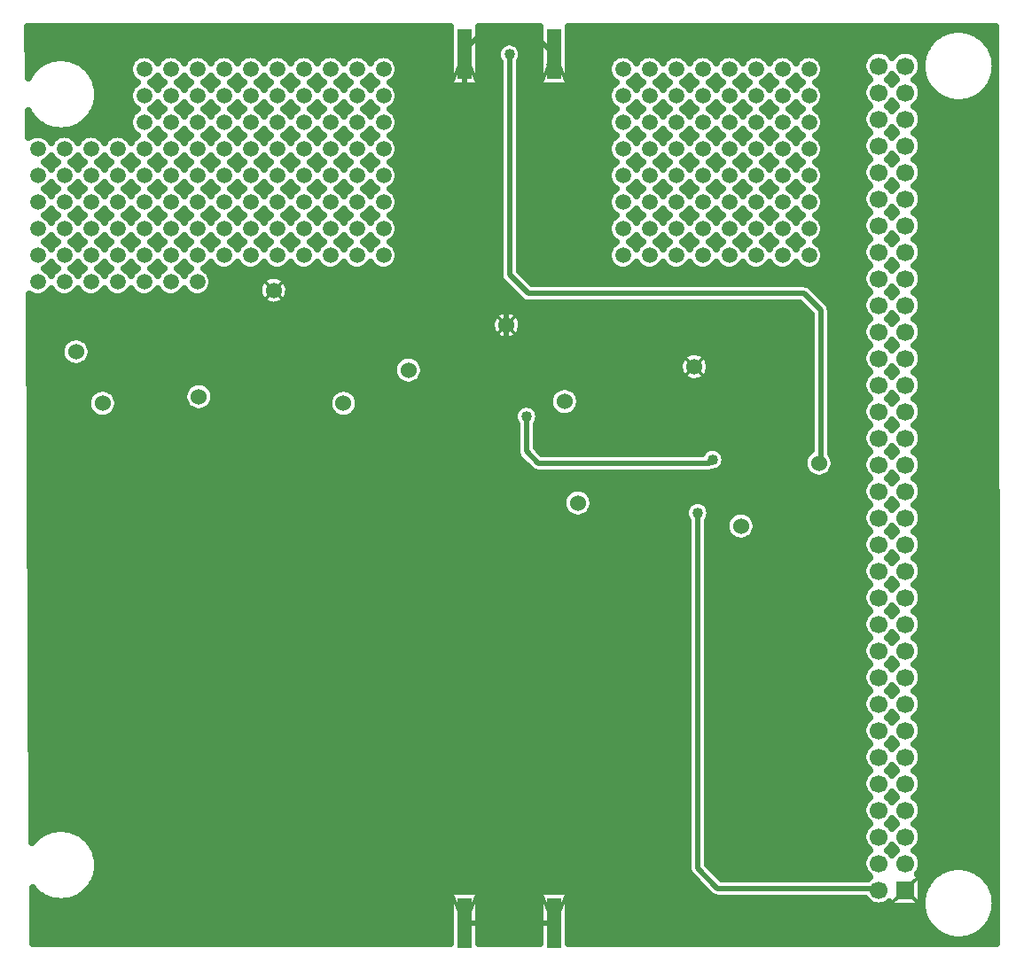
<source format=gbr>
G04 DipTrace 3.3.1.3*
G04 Bottom.gbr*
%MOIN*%
G04 #@! TF.FileFunction,Copper,L2,Bot*
G04 #@! TF.Part,Single*
G04 #@! TA.AperFunction,Conductor*
%ADD12C,0.02*%
G04 #@! TA.AperFunction,CopperBalancing*
%ADD13C,0.025*%
%ADD14C,0.013*%
%ADD17R,0.05315X0.185827*%
G04 #@! TA.AperFunction,ComponentPad*
%ADD19R,0.066929X0.066929*%
%ADD20C,0.066929*%
%ADD21C,0.059055*%
%ADD23C,0.06*%
G04 #@! TA.AperFunction,ViaPad*
%ADD25C,0.04*%
%FSLAX26Y26*%
G04*
G70*
G90*
G75*
G01*
G04 Bottom*
%LPD*%
X2345016Y2426260D2*
D12*
Y2295155D1*
X2388913Y2251259D1*
X3032663D1*
X3045163Y2263759D1*
X2989012Y2063760D2*
Y726209D1*
X3063962Y651259D1*
X3663962D1*
X3670213Y645008D1*
X2270163Y2770010D2*
Y2588759D1*
X2270213Y2426260D2*
Y2138709D1*
X2395165Y2013758D1*
X2451413D1*
X2270213Y2426260D2*
X2045165D1*
X2007663Y2388759D1*
Y2207510D1*
X2976462Y2195008D2*
X2807662D1*
X2626411Y2013758D1*
X2976462Y2413760D2*
X3170161D1*
X3232662Y2351259D1*
Y1888759D1*
X3276413Y1845008D1*
X3376413D1*
X1526462Y2682508D2*
Y2557560D1*
X1438913Y2470010D1*
X1276414D1*
X2113964Y520008D2*
X2448609D1*
X2113964Y551258D2*
Y520008D1*
X2448609D2*
D3*
X2451462D2*
X2448609D1*
X2113964Y3788758D2*
Y3807510D1*
X2157713Y3851259D1*
X2386108D1*
X2448609Y3788758D1*
X2113964Y3751259D2*
Y3788758D1*
X2438962Y3751259D2*
Y3779111D1*
X2448609Y3788758D1*
X2270163Y2770010D2*
Y2845058D1*
X2113964Y3001258D1*
Y3751259D1*
X2281287Y3788758D2*
Y2958935D1*
X2351464Y2888758D1*
X3388962D1*
X3451464Y2826259D1*
Y2257560D1*
X3445163Y2251259D1*
D25*
X2345016Y2426260D3*
X3045163Y2263759D3*
X2989012Y2063760D3*
X2270163Y2588759D3*
X2270213Y2426260D3*
X2451413Y2013758D3*
X2007663Y2207510D3*
X2270213Y2426260D3*
X2976462Y2195008D3*
X2626411Y2013758D3*
X2976462Y2413760D3*
X3376413Y1845008D3*
X1526462Y2682508D3*
X1276414Y2470010D3*
X2113964Y551258D3*
X2451462Y520008D3*
X2113964Y3751259D3*
X2438962D3*
X2113964D3*
X2281287Y3788758D3*
X472910Y3870140D2*
D13*
X2058405D1*
X2169550D2*
X2393025D1*
X2504171D2*
X3910388D1*
X4030039D2*
X4105275D1*
X473054Y3845271D2*
X2058405D1*
X2169550D2*
X2393025D1*
X2504171D2*
X3873427D1*
X4066999D2*
X4105312D1*
X473197Y3820402D2*
X2058405D1*
X2169550D2*
X2244716D1*
X2317860D2*
X2393025D1*
X2504171D2*
X3852579D1*
X4087847D2*
X4105382D1*
X473305Y3795533D2*
X2058405D1*
X2169550D2*
X2232767D1*
X2329773D2*
X2393025D1*
X2504171D2*
X3635407D1*
X3704999D2*
X3735417D1*
X3805008D2*
X3839696D1*
X473449Y3770665D2*
X553423D1*
X637008D2*
X864179D1*
X951247D2*
X964188D1*
X1051256D2*
X1064197D1*
X1151229D2*
X1164171D1*
X1251238D2*
X1264180D1*
X1351247D2*
X1364190D1*
X1451256D2*
X1464199D1*
X1551230D2*
X1564172D1*
X1651239D2*
X1664182D1*
X1751249D2*
X1764191D1*
X1851222D2*
X2058405D1*
X2169550D2*
X2235960D1*
X2326616D2*
X2393025D1*
X2504171D2*
X2664203D1*
X2751233D2*
X2764195D1*
X2851242D2*
X2864184D1*
X2951251D2*
X2964193D1*
X3051225D2*
X3064203D1*
X3151234D2*
X3164176D1*
X3251243D2*
X3264186D1*
X3351252D2*
X3364195D1*
X3451226D2*
X3613519D1*
X473592Y3745796D2*
X506199D1*
X684233D2*
X850794D1*
X1864642D2*
X2058405D1*
X2169550D2*
X2242276D1*
X2320300D2*
X2393025D1*
X2504171D2*
X2650781D1*
X3464648D2*
X3607741D1*
X473735Y3720927D2*
X482325D1*
X708132D2*
X850399D1*
X1865037D2*
X2058405D1*
X2169550D2*
X2242276D1*
X2320300D2*
X2393025D1*
X2504171D2*
X2650386D1*
X3465041D2*
X3612801D1*
X722844Y3696058D2*
X862672D1*
X952754D2*
X962680D1*
X1052763D2*
X1062659D1*
X1152772D2*
X1162658D1*
X1252746D2*
X1262674D1*
X1352755D2*
X1362646D1*
X1452764D2*
X1462655D1*
X1552773D2*
X1562666D1*
X1652747D2*
X1662675D1*
X1752756D2*
X1762662D1*
X1852766D2*
X2058405D1*
X2169550D2*
X2242276D1*
X2320300D2*
X2393025D1*
X2504171D2*
X2662659D1*
X2752776D2*
X2762655D1*
X2852750D2*
X2862636D1*
X2952759D2*
X2962651D1*
X3052768D2*
X3062661D1*
X3152777D2*
X3162670D1*
X3252751D2*
X3262679D1*
X3352760D2*
X3362651D1*
X3452770D2*
X3633075D1*
X3707331D2*
X3733085D1*
X3807340D2*
X3839086D1*
X731456Y3671190D2*
X864682D1*
X950745D2*
X964691D1*
X1050754D2*
X1064665D1*
X1150763D2*
X1164674D1*
X1250737D2*
X1264683D1*
X1350746D2*
X1364692D1*
X1450755D2*
X1464666D1*
X1550728D2*
X1564675D1*
X1650737D2*
X1664684D1*
X1750746D2*
X1764693D1*
X1850755D2*
X2058405D1*
X2169550D2*
X2242276D1*
X2320300D2*
X2393025D1*
X2504171D2*
X2664669D1*
X2750731D2*
X2764678D1*
X2850741D2*
X2864687D1*
X2950750D2*
X2964696D1*
X3050759D2*
X3064670D1*
X3150731D2*
X3164679D1*
X3250741D2*
X3264688D1*
X3350750D2*
X3364697D1*
X3450759D2*
X3613770D1*
X3826646D2*
X3851539D1*
X4088888D2*
X4105634D1*
X735153Y3646321D2*
X850902D1*
X1864499D2*
X2242276D1*
X2320300D2*
X2650924D1*
X3464503D2*
X3607777D1*
X3832675D2*
X3871776D1*
X4068650D2*
X4105670D1*
X734255Y3621452D2*
X850292D1*
X1865145D2*
X2242276D1*
X2320300D2*
X2650279D1*
X3465149D2*
X3612586D1*
X3827867D2*
X3907087D1*
X4033339D2*
X4105742D1*
X728729Y3596583D2*
X862207D1*
X953220D2*
X962226D1*
X1053193D2*
X1062195D1*
X1153203D2*
X1162251D1*
X1253212D2*
X1262207D1*
X1353221D2*
X1362216D1*
X1453195D2*
X1462225D1*
X1553204D2*
X1562234D1*
X1653213D2*
X1662208D1*
X1753222D2*
X1762210D1*
X1853196D2*
X2242276D1*
X2320300D2*
X2662229D1*
X2753207D2*
X2762195D1*
X2853216D2*
X2862238D1*
X2953190D2*
X2962239D1*
X3053199D2*
X3062229D1*
X3153208D2*
X3162203D1*
X3253217D2*
X3262212D1*
X3353191D2*
X3362221D1*
X3453200D2*
X3632357D1*
X3708086D2*
X3732331D1*
X3808095D2*
X4105777D1*
X717928Y3571714D2*
X865184D1*
X950242D2*
X965193D1*
X1050251D2*
X1065203D1*
X1150225D2*
X1165176D1*
X1250234D2*
X1265186D1*
X1350243D2*
X1365195D1*
X1450252D2*
X1465204D1*
X1550225D2*
X1565178D1*
X1650234D2*
X1665187D1*
X1750245D2*
X1765196D1*
X1850254D2*
X2242276D1*
X2320300D2*
X2665171D1*
X2750229D2*
X2765180D1*
X2850238D2*
X2865190D1*
X2950247D2*
X2965199D1*
X3050221D2*
X3065172D1*
X3150230D2*
X3165182D1*
X3250239D2*
X3265191D1*
X3350249D2*
X3365200D1*
X3450221D2*
X3614020D1*
X3826396D2*
X4105813D1*
X474669Y3546846D2*
X490267D1*
X700165D2*
X851046D1*
X1864392D2*
X2242276D1*
X2320300D2*
X2651069D1*
X3464360D2*
X3607777D1*
X3832640D2*
X4105850D1*
X474776Y3521977D2*
X519871D1*
X670561D2*
X850184D1*
X1865252D2*
X2242276D1*
X2320300D2*
X2650171D1*
X3465256D2*
X3612334D1*
X3828082D2*
X4105920D1*
X474920Y3497108D2*
X861775D1*
X953651D2*
X961797D1*
X1053624D2*
X1061756D1*
X1153633D2*
X1161801D1*
X1253642D2*
X1261819D1*
X1353651D2*
X1361785D1*
X1453625D2*
X1461794D1*
X1553634D2*
X1561768D1*
X1653644D2*
X1661809D1*
X1753653D2*
X1761785D1*
X1853627D2*
X2242276D1*
X2320300D2*
X2661798D1*
X2753637D2*
X2761762D1*
X2853646D2*
X2861794D1*
X2953657D2*
X2961792D1*
X3053629D2*
X3061798D1*
X3153638D2*
X3161772D1*
X3253648D2*
X3261781D1*
X3353657D2*
X3361791D1*
X3453630D2*
X3631640D1*
X3708802D2*
X3731649D1*
X3808776D2*
X4105957D1*
X549703Y3472239D2*
X565695D1*
X649712D2*
X665704D1*
X749721D2*
X765713D1*
X849730D2*
X865722D1*
X949704D2*
X965696D1*
X1049713D2*
X1065705D1*
X1149722D2*
X1165714D1*
X1249731D2*
X1265724D1*
X1349705D2*
X1365697D1*
X1449714D2*
X1465707D1*
X1549724D2*
X1565716D1*
X1649733D2*
X1665725D1*
X1749705D2*
X1765697D1*
X1849714D2*
X2242276D1*
X2320300D2*
X2665709D1*
X2749726D2*
X2765718D1*
X2849700D2*
X2865692D1*
X2949709D2*
X2965701D1*
X3049718D2*
X3065710D1*
X3149728D2*
X3165720D1*
X3249700D2*
X3265693D1*
X3349709D2*
X3365703D1*
X3449720D2*
X3614272D1*
X3826144D2*
X4105993D1*
X1864249Y3447371D2*
X2242276D1*
X2320300D2*
X2651176D1*
X3464216D2*
X3607813D1*
X3832640D2*
X4106028D1*
X1865325Y3422502D2*
X2242276D1*
X2320300D2*
X2650100D1*
X3465329D2*
X3612119D1*
X3828297D2*
X4106100D1*
X1854057Y3397633D2*
X2242276D1*
X2320300D2*
X2661367D1*
X3454061D2*
X3630959D1*
X3709485D2*
X3730968D1*
X3809459D2*
X4106137D1*
X549165Y3372764D2*
X566233D1*
X649174D2*
X666242D1*
X749183D2*
X766251D1*
X849192D2*
X866260D1*
X949166D2*
X966234D1*
X1049175D2*
X1066243D1*
X1149184D2*
X1166252D1*
X1249193D2*
X1266262D1*
X1349166D2*
X1366235D1*
X1449175D2*
X1466245D1*
X1549184D2*
X1566254D1*
X1649195D2*
X1666228D1*
X1749167D2*
X1766237D1*
X1849176D2*
X2242276D1*
X2320300D2*
X2666247D1*
X2749188D2*
X2766256D1*
X2849197D2*
X2866230D1*
X2949171D2*
X2966239D1*
X3049180D2*
X3066249D1*
X3149190D2*
X3166258D1*
X3249199D2*
X3266231D1*
X3349171D2*
X3366241D1*
X3449180D2*
X3614558D1*
X3825857D2*
X4106172D1*
X1864069Y3347896D2*
X2242276D1*
X2320300D2*
X2651356D1*
X3464073D2*
X3607813D1*
X3832603D2*
X4106208D1*
X1865432Y3323027D2*
X2242276D1*
X2320300D2*
X2649991D1*
X3465436D2*
X3611939D1*
X3828512D2*
X4106280D1*
X1854487Y3298158D2*
X2242276D1*
X2320300D2*
X2660936D1*
X3454491D2*
X3630276D1*
X3710130D2*
X3730285D1*
X3810140D2*
X4106315D1*
X548627Y3273289D2*
X566808D1*
X648636D2*
X666780D1*
X748645D2*
X766789D1*
X848617D2*
X866800D1*
X948627D2*
X966809D1*
X1048637D2*
X1066781D1*
X1148646D2*
X1166791D1*
X1248619D2*
X1266800D1*
X1348628D2*
X1366809D1*
X1448637D2*
X1466783D1*
X1548646D2*
X1566792D1*
X1648620D2*
X1666801D1*
X1748629D2*
X1766810D1*
X1848638D2*
X2242276D1*
X2320300D2*
X2666785D1*
X2748650D2*
X2766794D1*
X2848623D2*
X2866804D1*
X2948632D2*
X2966777D1*
X3048641D2*
X3066787D1*
X3148615D2*
X3166796D1*
X3248624D2*
X3266805D1*
X3348633D2*
X3366779D1*
X3448642D2*
X3614846D1*
X3825606D2*
X4106352D1*
X1863926Y3248420D2*
X2242276D1*
X2320300D2*
X2651499D1*
X3463930D2*
X3607848D1*
X3832567D2*
X4106388D1*
X1865504Y3223552D2*
X2242276D1*
X2320300D2*
X2649920D1*
X3465508D2*
X3611724D1*
X3828692D2*
X4106460D1*
X1854882Y3198683D2*
X2242276D1*
X2320300D2*
X2660543D1*
X3454886D2*
X3629630D1*
X3710776D2*
X3729640D1*
X3810785D2*
X4106495D1*
X548052Y3173814D2*
X567346D1*
X648061D2*
X667355D1*
X748070D2*
X767364D1*
X848079D2*
X867373D1*
X948053D2*
X967347D1*
X1048062D2*
X1067356D1*
X1148071D2*
X1167365D1*
X1248081D2*
X1267375D1*
X1348054D2*
X1367347D1*
X1448064D2*
X1467357D1*
X1548073D2*
X1567367D1*
X1648082D2*
X1667376D1*
X1748056D2*
X1767348D1*
X1848065D2*
X2242276D1*
X2320300D2*
X2667360D1*
X2748075D2*
X2767369D1*
X2848085D2*
X2867343D1*
X2948058D2*
X2967352D1*
X3048067D2*
X3067361D1*
X3148077D2*
X3167371D1*
X3248050D2*
X3267343D1*
X3348060D2*
X3367352D1*
X3448069D2*
X3615133D1*
X3825319D2*
X4106531D1*
X1863781Y3148945D2*
X2242276D1*
X2320300D2*
X2651642D1*
X3463785D2*
X3607885D1*
X3832532D2*
X4106567D1*
X1865612Y3124077D2*
X2242276D1*
X2320300D2*
X2649813D1*
X3465616D2*
X3611508D1*
X3828907D2*
X4106638D1*
X1855277Y3099208D2*
X2242276D1*
X2320300D2*
X2660148D1*
X3455281D2*
X3629020D1*
X3711422D2*
X3728994D1*
X3811432D2*
X4106675D1*
X547478Y3074339D2*
X567956D1*
X647487D2*
X667928D1*
X747497D2*
X767938D1*
X847469D2*
X867948D1*
X947478D2*
X967957D1*
X1047489D2*
X1067930D1*
X1147498D2*
X1167939D1*
X1247470D2*
X1267948D1*
X1347480D2*
X1367957D1*
X1447489D2*
X1467931D1*
X1547498D2*
X1567940D1*
X1647472D2*
X1667949D1*
X1747481D2*
X1767923D1*
X1847490D2*
X2242276D1*
X2320300D2*
X2667934D1*
X2747502D2*
X2767943D1*
X2847474D2*
X2867952D1*
X2947483D2*
X2967926D1*
X3047493D2*
X3067935D1*
X3147502D2*
X3167944D1*
X3247476D2*
X3267953D1*
X3347485D2*
X3367927D1*
X3447494D2*
X3615420D1*
X3825032D2*
X4106710D1*
X1863602Y3049470D2*
X2242276D1*
X2320300D2*
X2651822D1*
X3463607D2*
X3607920D1*
X3832495D2*
X4106746D1*
X1865683Y3024602D2*
X2242276D1*
X2320300D2*
X2649741D1*
X3465687D2*
X3611330D1*
X3829087D2*
X4106818D1*
X1855636Y2999733D2*
X2242276D1*
X2320300D2*
X2659788D1*
X3455640D2*
X3628410D1*
X3712032D2*
X3728384D1*
X3812041D2*
X4106854D1*
X546903Y2974864D2*
X568529D1*
X646877D2*
X668539D1*
X746886D2*
X768548D1*
X846896D2*
X868522D1*
X946905D2*
X968531D1*
X1046878D2*
X1068540D1*
X1146888D2*
X2242276D1*
X2320300D2*
X3615707D1*
X3824709D2*
X4106890D1*
X1163430Y2949995D2*
X1364082D1*
X1426246D2*
X2243388D1*
X2344343D2*
X3607956D1*
X3832460D2*
X4106926D1*
X1165763Y2925127D2*
X1341439D1*
X1448889D2*
X2260972D1*
X3394565D2*
X3611150D1*
X3829302D2*
X4106998D1*
X1156037Y2900258D2*
X1336165D1*
X1454163D2*
X2285839D1*
X3431598D2*
X3627800D1*
X3712642D2*
X3727809D1*
X3812616D2*
X4107033D1*
X478293Y2875389D2*
X1342444D1*
X1447884D2*
X2310707D1*
X3456465D2*
X3616031D1*
X3824422D2*
X4107069D1*
X478401Y2850520D2*
X1367814D1*
X1422514D2*
X3373094D1*
X3481225D2*
X3607993D1*
X3832424D2*
X4107106D1*
X478544Y2825651D2*
X2257850D1*
X2282478D2*
X3397962D1*
X3490448D2*
X3610970D1*
X3829481D2*
X4107176D1*
X478688Y2800783D2*
X2220279D1*
X2320049D2*
X3412459D1*
X3490448D2*
X3627226D1*
X3713217D2*
X3727235D1*
X3813226D2*
X4107213D1*
X478831Y2775914D2*
X2211487D1*
X2328840D2*
X3412459D1*
X3490448D2*
X3616317D1*
X3824099D2*
X4107249D1*
X478939Y2751045D2*
X2214430D1*
X2325898D2*
X3412459D1*
X3490448D2*
X3608064D1*
X3832388D2*
X4107285D1*
X479083Y2726176D2*
X642810D1*
X660024D2*
X2232012D1*
X2308315D2*
X3412459D1*
X3490448D2*
X3610791D1*
X3829661D2*
X4107321D1*
X479226Y2701308D2*
X601867D1*
X700955D2*
X3412459D1*
X3490448D2*
X3626651D1*
X3713791D2*
X3726661D1*
X3813764D2*
X4107393D1*
X479369Y2676439D2*
X592788D1*
X710033D2*
X3412459D1*
X3490448D2*
X3616640D1*
X3823776D2*
X4107428D1*
X479477Y2651570D2*
X595515D1*
X707306D2*
X1873207D1*
X1929629D2*
X2931934D1*
X3020903D2*
X3412459D1*
X3490448D2*
X3608100D1*
X3832317D2*
X4107464D1*
X479621Y2626701D2*
X612632D1*
X690190D2*
X1848482D1*
X1954354D2*
X2918909D1*
X3033893D2*
X3412459D1*
X3490448D2*
X3610612D1*
X3829805D2*
X4107501D1*
X479764Y2601833D2*
X1842418D1*
X1960418D2*
X2918692D1*
X3034145D2*
X3412459D1*
X3490448D2*
X3626113D1*
X3714329D2*
X3726087D1*
X3814338D2*
X4107571D1*
X479907Y2576964D2*
X1847909D1*
X1954927D2*
X2931037D1*
X3021800D2*
X3412459D1*
X3490448D2*
X3616964D1*
X3823453D2*
X4107608D1*
X480015Y2552095D2*
X1086770D1*
X1141074D2*
X1871054D1*
X1931746D2*
X3412459D1*
X3490448D2*
X3608171D1*
X3832245D2*
X4107644D1*
X480159Y2527226D2*
X724519D1*
X778285D2*
X1061220D1*
X1166587D2*
X1630773D1*
X1684540D2*
X2451876D1*
X2525952D2*
X3412459D1*
X3490448D2*
X3610432D1*
X3829983D2*
X4107679D1*
X480302Y2502357D2*
X698789D1*
X804014D2*
X1054940D1*
X1172903D2*
X1605044D1*
X1710270D2*
X2433503D1*
X2544325D2*
X3412459D1*
X3490448D2*
X3625575D1*
X3714867D2*
X3725549D1*
X3814877D2*
X4107751D1*
X480447Y2477489D2*
X692438D1*
X810401D2*
X1060144D1*
X1167665D2*
X1598693D1*
X1716657D2*
X2430129D1*
X2547699D2*
X3412459D1*
X3490448D2*
X3617322D1*
X3823130D2*
X4107787D1*
X480554Y2452620D2*
X697606D1*
X805234D2*
X1082679D1*
X1145165D2*
X1603860D1*
X1711489D2*
X2304212D1*
X2385825D2*
X2438455D1*
X2539373D2*
X3412459D1*
X3490448D2*
X3608243D1*
X3832209D2*
X4107823D1*
X480697Y2427751D2*
X719926D1*
X782878D2*
X1626180D1*
X1689133D2*
X2296031D1*
X2394006D2*
X2472508D1*
X2505319D2*
X3412459D1*
X3490448D2*
X3610289D1*
X3830128D2*
X4107859D1*
X480840Y2402882D2*
X2302310D1*
X2387726D2*
X3412459D1*
X3490448D2*
X3625037D1*
X3715406D2*
X3725046D1*
X3815378D2*
X4107931D1*
X480948Y2378014D2*
X2306006D1*
X2384031D2*
X3412459D1*
X3490448D2*
X3617645D1*
X3822771D2*
X4107966D1*
X481092Y2353145D2*
X2306006D1*
X2384031D2*
X3412459D1*
X3490448D2*
X3608315D1*
X3832137D2*
X4108002D1*
X481235Y2328276D2*
X2306006D1*
X2384031D2*
X3412459D1*
X3490448D2*
X3610145D1*
X3830306D2*
X4108039D1*
X481380Y2303407D2*
X2306006D1*
X2390884D2*
X3018378D1*
X3071966D2*
X3412459D1*
X3490448D2*
X3624535D1*
X3715907D2*
X3724553D1*
X3815917D2*
X4108109D1*
X481487Y2278539D2*
X2310025D1*
X3091738D2*
X3393190D1*
X3497158D2*
X3618003D1*
X3822413D2*
X4108146D1*
X481630Y2253670D2*
X2332381D1*
X3093066D2*
X3386228D1*
X3504120D2*
X3608386D1*
X3832065D2*
X4108182D1*
X481773Y2228801D2*
X2357249D1*
X3078318D2*
X3390821D1*
X3499490D2*
X3609965D1*
X3830451D2*
X4108217D1*
X481918Y2203932D2*
X3411813D1*
X3478535D2*
X3624032D1*
X3716410D2*
X3724061D1*
X3816384D2*
X4108289D1*
X482025Y2179064D2*
X3618363D1*
X3822053D2*
X4108325D1*
X482169Y2154195D2*
X2516646D1*
X2561155D2*
X3608459D1*
X3831957D2*
X4108361D1*
X482312Y2129326D2*
X2487365D1*
X2590436D2*
X3609822D1*
X3830594D2*
X4108397D1*
X482456Y2104457D2*
X2480008D1*
X2597829D2*
X2964015D1*
X3014014D2*
X3623529D1*
X3816886D2*
X4108469D1*
X482564Y2079588D2*
X2484243D1*
X2593594D2*
X2942806D1*
X3035221D2*
X3618721D1*
X3821695D2*
X4108504D1*
X482707Y2054720D2*
X2504375D1*
X2573462D2*
X2940905D1*
X3037123D2*
X3109991D1*
X3192825D2*
X3608531D1*
X3831885D2*
X4108541D1*
X482851Y2029851D2*
X2950020D1*
X3028008D2*
X3094741D1*
X3208075D2*
X3609679D1*
X3830737D2*
X4108577D1*
X482994Y2004982D2*
X2950020D1*
X3028008D2*
X3093090D1*
X3209726D2*
X3623064D1*
X3817352D2*
X4108649D1*
X483102Y1980113D2*
X2950020D1*
X3028008D2*
X3103532D1*
X3199319D2*
X3619116D1*
X3821335D2*
X4108684D1*
X483245Y1955245D2*
X2950020D1*
X3028008D2*
X3608638D1*
X3831814D2*
X4108720D1*
X483389Y1930376D2*
X2950020D1*
X3028008D2*
X3609571D1*
X3830881D2*
X4108756D1*
X483532Y1905507D2*
X2950020D1*
X3028008D2*
X3622596D1*
X3817819D2*
X4108827D1*
X483640Y1880638D2*
X2950020D1*
X3028008D2*
X3619476D1*
X3820941D2*
X4108864D1*
X483784Y1855770D2*
X2950020D1*
X3028008D2*
X3608709D1*
X3831707D2*
X4108899D1*
X483927Y1830901D2*
X2950020D1*
X3028008D2*
X3609427D1*
X3830989D2*
X4108935D1*
X484035Y1806032D2*
X2950020D1*
X3028008D2*
X3622130D1*
X3818285D2*
X4109007D1*
X484178Y1781163D2*
X2950020D1*
X3028008D2*
X3619869D1*
X3820546D2*
X4109043D1*
X484322Y1756294D2*
X2950020D1*
X3028008D2*
X3608817D1*
X3831599D2*
X4109079D1*
X484465Y1731426D2*
X2950020D1*
X3028008D2*
X3609319D1*
X3831132D2*
X4109115D1*
X484573Y1706557D2*
X2950020D1*
X3028008D2*
X3621700D1*
X3818716D2*
X4109187D1*
X484716Y1681688D2*
X2950020D1*
X3028008D2*
X3620264D1*
X3820151D2*
X4109222D1*
X484860Y1656819D2*
X2950020D1*
X3028008D2*
X3608926D1*
X3831491D2*
X4109258D1*
X485003Y1631951D2*
X2950020D1*
X3028008D2*
X3609176D1*
X3831239D2*
X4109294D1*
X485111Y1607082D2*
X2950020D1*
X3028008D2*
X3621270D1*
X3819146D2*
X4109365D1*
X485255Y1582213D2*
X2950020D1*
X3028008D2*
X3620695D1*
X3819756D2*
X4109402D1*
X485398Y1557344D2*
X2950020D1*
X3028008D2*
X3609033D1*
X3831384D2*
X4109438D1*
X485541Y1532476D2*
X2950020D1*
X3028008D2*
X3609069D1*
X3831347D2*
X4109473D1*
X485649Y1507607D2*
X2950020D1*
X3028008D2*
X3620839D1*
X3819578D2*
X4109545D1*
X485793Y1482738D2*
X2950020D1*
X3028008D2*
X3621090D1*
X3819326D2*
X4109582D1*
X485936Y1457869D2*
X2950020D1*
X3028008D2*
X3609141D1*
X3831276D2*
X4109617D1*
X486081Y1433001D2*
X2950020D1*
X3028008D2*
X3608961D1*
X3831455D2*
X4109653D1*
X486188Y1408132D2*
X2950020D1*
X3028008D2*
X3620444D1*
X3820008D2*
X4109725D1*
X486331Y1383263D2*
X2950020D1*
X3028008D2*
X3621520D1*
X3818896D2*
X4109760D1*
X486474Y1358394D2*
X2950020D1*
X3028008D2*
X3609249D1*
X3831169D2*
X4109797D1*
X486619Y1333525D2*
X2950020D1*
X3028008D2*
X3608854D1*
X3831562D2*
X4109833D1*
X486726Y1308657D2*
X2950020D1*
X3028008D2*
X3620014D1*
X3820402D2*
X4109905D1*
X486869Y1283788D2*
X2950020D1*
X3028008D2*
X3621987D1*
X3818465D2*
X4109940D1*
X487012Y1258919D2*
X2950020D1*
X3028008D2*
X3609392D1*
X3831024D2*
X4109976D1*
X487121Y1234050D2*
X2950020D1*
X3028008D2*
X3608746D1*
X3831670D2*
X4110012D1*
X487264Y1209182D2*
X2950020D1*
X3028008D2*
X3619619D1*
X3820797D2*
X4110083D1*
X487407Y1184313D2*
X2950020D1*
X3028008D2*
X3622418D1*
X3817998D2*
X4110120D1*
X487552Y1159444D2*
X2950020D1*
X3028008D2*
X3609499D1*
X3830917D2*
X4110155D1*
X487659Y1134575D2*
X2950020D1*
X3028008D2*
X3608674D1*
X3831777D2*
X4110191D1*
X487802Y1109707D2*
X2950020D1*
X3028008D2*
X3619224D1*
X3821192D2*
X4110263D1*
X487945Y1084838D2*
X2950020D1*
X3028008D2*
X3622884D1*
X3817532D2*
X4110298D1*
X488090Y1059969D2*
X2950020D1*
X3028008D2*
X3609642D1*
X3830773D2*
X4110335D1*
X488197Y1035100D2*
X2950020D1*
X3028008D2*
X3608566D1*
X3831850D2*
X4110371D1*
X488340Y1010231D2*
X2950020D1*
X3028008D2*
X3618865D1*
X3821550D2*
X4110443D1*
X488485Y985363D2*
X2950020D1*
X3028008D2*
X3623351D1*
X3817065D2*
X4110478D1*
X488628Y960494D2*
X2950020D1*
X3028008D2*
X3609787D1*
X3830629D2*
X4110514D1*
X488735Y935625D2*
X2950020D1*
X3028008D2*
X3608494D1*
X3831922D2*
X4110550D1*
X488878Y910756D2*
X2950020D1*
X3028008D2*
X3618506D1*
X3821945D2*
X4110586D1*
X489023Y885888D2*
X2950020D1*
X3028008D2*
X3623854D1*
X3816599D2*
X4110658D1*
X489166Y861019D2*
X529524D1*
X660907D2*
X2950020D1*
X3028008D2*
X3609930D1*
X3830486D2*
X4110693D1*
X694962Y836150D2*
X2950020D1*
X3028008D2*
X3608423D1*
X3832029D2*
X4110730D1*
X714699Y811281D2*
X2950020D1*
X3028008D2*
X3618148D1*
X3822305D2*
X4110766D1*
X726827Y786413D2*
X2950020D1*
X3028008D2*
X3624355D1*
X3716087D2*
X3724318D1*
X3816096D2*
X4110838D1*
X733430Y761544D2*
X2950020D1*
X3028008D2*
X3610074D1*
X3830343D2*
X4110873D1*
X735331Y736675D2*
X2950020D1*
X3032672D2*
X3608315D1*
X3832102D2*
X4110909D1*
X732676Y711806D2*
X2952962D1*
X3057541D2*
X3617788D1*
X3822663D2*
X3894922D1*
X4045504D2*
X4110945D1*
X725212Y686938D2*
X2974170D1*
X3832675D2*
X3865281D1*
X4075145D2*
X4111016D1*
X712007Y662069D2*
X2999037D1*
X3832675D2*
X3847519D1*
X4092907D2*
X4111053D1*
X490350Y637200D2*
X499812D1*
X690585D2*
X2058405D1*
X2169550D2*
X2393025D1*
X2504171D2*
X3023905D1*
X490494Y612331D2*
X538315D1*
X652116D2*
X2058405D1*
X2169550D2*
X2393025D1*
X2504171D2*
X3617430D1*
X490637Y587462D2*
X2058405D1*
X2169550D2*
X2393025D1*
X2504171D2*
X3650838D1*
X3689569D2*
X3707750D1*
X490745Y562594D2*
X2058405D1*
X2169550D2*
X2393025D1*
X2504171D2*
X3833955D1*
X490889Y537725D2*
X2058405D1*
X2169550D2*
X2393025D1*
X2504171D2*
X3842567D1*
X4097859D2*
X4111268D1*
X491032Y512856D2*
X2058405D1*
X2169550D2*
X2393025D1*
X2504171D2*
X3857280D1*
X4083146D2*
X4111304D1*
X491175Y487987D2*
X2058405D1*
X2169550D2*
X2393025D1*
X2504171D2*
X3881179D1*
X4059247D2*
X4111376D1*
X491283Y463119D2*
X2058405D1*
X2169550D2*
X2393025D1*
X2504171D2*
X3928367D1*
X4012060D2*
X4111411D1*
X732537Y3629578D2*
X731620Y3620440D1*
X730095Y3611382D1*
X727968Y3602447D1*
X725251Y3593674D1*
X721955Y3585102D1*
X718094Y3576767D1*
X713686Y3568709D1*
X708750Y3560964D1*
X703308Y3553565D1*
X697385Y3546545D1*
X691007Y3539936D1*
X684203Y3533767D1*
X677002Y3528065D1*
X669438Y3522856D1*
X661543Y3518165D1*
X653351Y3514008D1*
X644901Y3510409D1*
X636230Y3507381D1*
X627377Y3504938D1*
X618380Y3503090D1*
X609280Y3501847D1*
X600116Y3501214D1*
X590932Y3501193D1*
X581767Y3501785D1*
X572661Y3502987D1*
X563655Y3504793D1*
X554791Y3507196D1*
X546106Y3510186D1*
X537640Y3513747D1*
X529431Y3517865D1*
X521514Y3522522D1*
X513926Y3527696D1*
X506699Y3533365D1*
X499867Y3539503D1*
X493460Y3546083D1*
X487504Y3553077D1*
X482029Y3560451D1*
X477060Y3568175D1*
X471990Y3577544D1*
X472541Y3476146D1*
X478439Y3480280D1*
X486272Y3484271D1*
X494634Y3486987D1*
X503317Y3488363D1*
X512109D1*
X520792Y3486987D1*
X529154Y3484271D1*
X536987Y3480280D1*
X544100Y3475112D1*
X550317Y3468896D1*
X555485Y3461783D1*
X557792Y3457944D1*
X562386Y3465440D1*
X568095Y3472127D1*
X574781Y3477835D1*
X582277Y3482430D1*
X590399Y3485793D1*
X598948Y3487846D1*
X607713Y3488536D1*
X616478Y3487846D1*
X625027Y3485793D1*
X633149Y3482430D1*
X640645Y3477835D1*
X647331Y3472127D1*
X653040Y3465440D1*
X657713Y3457772D1*
X662386Y3465440D1*
X668095Y3472127D1*
X674781Y3477835D1*
X682277Y3482430D1*
X690399Y3485793D1*
X698948Y3487846D1*
X707713Y3488536D1*
X716478Y3487846D1*
X725027Y3485793D1*
X733149Y3482430D1*
X740645Y3477835D1*
X747331Y3472127D1*
X753040Y3465440D1*
X757713Y3457772D1*
X762386Y3465440D1*
X768095Y3472127D1*
X774781Y3477835D1*
X782277Y3482430D1*
X790399Y3485793D1*
X798948Y3487846D1*
X807713Y3488536D1*
X816478Y3487846D1*
X825027Y3485793D1*
X833149Y3482430D1*
X840645Y3477835D1*
X847331Y3472127D1*
X853040Y3465440D1*
X857713Y3457772D1*
X862386Y3465440D1*
X868095Y3472127D1*
X874781Y3477835D1*
X882449Y3482508D1*
X874781Y3487182D1*
X868095Y3492890D1*
X862386Y3499577D1*
X857792Y3507073D1*
X854428Y3515195D1*
X852376Y3523743D1*
X851686Y3532508D1*
X852376Y3541273D1*
X854428Y3549822D1*
X857792Y3557944D1*
X862386Y3565440D1*
X868095Y3572127D1*
X874781Y3577835D1*
X882449Y3582508D1*
X874781Y3587182D1*
X868095Y3592890D1*
X862386Y3599577D1*
X857792Y3607073D1*
X854428Y3615195D1*
X852376Y3623743D1*
X851686Y3632508D1*
X852376Y3641273D1*
X854428Y3649822D1*
X857792Y3657944D1*
X862386Y3665440D1*
X868095Y3672127D1*
X874781Y3677835D1*
X882449Y3682508D1*
X874781Y3687182D1*
X868095Y3692890D1*
X862386Y3699577D1*
X857792Y3707073D1*
X854428Y3715195D1*
X852376Y3723743D1*
X851686Y3732508D1*
X852376Y3741273D1*
X854428Y3749822D1*
X857792Y3757944D1*
X862386Y3765440D1*
X868095Y3772127D1*
X874781Y3777835D1*
X882277Y3782430D1*
X890399Y3785793D1*
X898948Y3787846D1*
X907713Y3788536D1*
X916478Y3787846D1*
X925027Y3785793D1*
X933149Y3782430D1*
X940645Y3777835D1*
X947331Y3772127D1*
X953040Y3765440D1*
X957713Y3757772D1*
X962386Y3765440D1*
X968095Y3772127D1*
X974781Y3777835D1*
X982277Y3782430D1*
X990399Y3785793D1*
X998948Y3787846D1*
X1007713Y3788536D1*
X1016478Y3787846D1*
X1025027Y3785793D1*
X1033149Y3782430D1*
X1040645Y3777835D1*
X1047331Y3772127D1*
X1053040Y3765440D1*
X1057713Y3757772D1*
X1062386Y3765440D1*
X1068095Y3772127D1*
X1074781Y3777835D1*
X1082277Y3782430D1*
X1090399Y3785793D1*
X1098948Y3787846D1*
X1107713Y3788536D1*
X1116478Y3787846D1*
X1125027Y3785793D1*
X1133149Y3782430D1*
X1140645Y3777835D1*
X1147331Y3772127D1*
X1153040Y3765440D1*
X1157713Y3757772D1*
X1162386Y3765440D1*
X1168095Y3772127D1*
X1174781Y3777835D1*
X1182277Y3782430D1*
X1190399Y3785793D1*
X1198948Y3787846D1*
X1207713Y3788536D1*
X1216478Y3787846D1*
X1225027Y3785793D1*
X1233149Y3782430D1*
X1240645Y3777835D1*
X1247331Y3772127D1*
X1253040Y3765440D1*
X1257713Y3757772D1*
X1262386Y3765440D1*
X1268095Y3772127D1*
X1274781Y3777835D1*
X1282277Y3782430D1*
X1290399Y3785793D1*
X1298948Y3787846D1*
X1307713Y3788536D1*
X1316478Y3787846D1*
X1325027Y3785793D1*
X1333149Y3782430D1*
X1340645Y3777835D1*
X1347331Y3772127D1*
X1353040Y3765440D1*
X1357713Y3757772D1*
X1362386Y3765440D1*
X1368095Y3772127D1*
X1374781Y3777835D1*
X1382277Y3782430D1*
X1390399Y3785793D1*
X1398948Y3787846D1*
X1407713Y3788536D1*
X1416478Y3787846D1*
X1425027Y3785793D1*
X1433149Y3782430D1*
X1440645Y3777835D1*
X1447331Y3772127D1*
X1453040Y3765440D1*
X1457713Y3757772D1*
X1462386Y3765440D1*
X1468095Y3772127D1*
X1474781Y3777835D1*
X1482277Y3782430D1*
X1490399Y3785793D1*
X1498948Y3787846D1*
X1507713Y3788536D1*
X1516478Y3787846D1*
X1525027Y3785793D1*
X1533149Y3782430D1*
X1540645Y3777835D1*
X1547331Y3772127D1*
X1553040Y3765440D1*
X1557713Y3757772D1*
X1562386Y3765440D1*
X1568095Y3772127D1*
X1574781Y3777835D1*
X1582277Y3782430D1*
X1590399Y3785793D1*
X1598948Y3787846D1*
X1607713Y3788536D1*
X1616478Y3787846D1*
X1625027Y3785793D1*
X1633149Y3782430D1*
X1640645Y3777835D1*
X1647331Y3772127D1*
X1653040Y3765440D1*
X1657713Y3757772D1*
X1662386Y3765440D1*
X1668095Y3772127D1*
X1674781Y3777835D1*
X1682277Y3782430D1*
X1690399Y3785793D1*
X1698948Y3787846D1*
X1707713Y3788536D1*
X1716478Y3787846D1*
X1725027Y3785793D1*
X1733149Y3782430D1*
X1740645Y3777835D1*
X1747331Y3772127D1*
X1753040Y3765440D1*
X1757713Y3757772D1*
X1762386Y3765440D1*
X1768095Y3772127D1*
X1774781Y3777835D1*
X1782277Y3782430D1*
X1790399Y3785793D1*
X1798948Y3787846D1*
X1807713Y3788536D1*
X1816478Y3787846D1*
X1825027Y3785793D1*
X1833149Y3782430D1*
X1840645Y3777835D1*
X1847331Y3772127D1*
X1853040Y3765440D1*
X1857634Y3757944D1*
X1860998Y3749822D1*
X1863050Y3741273D1*
X1863741Y3732508D1*
X1863050Y3723743D1*
X1860998Y3715195D1*
X1857634Y3707073D1*
X1853040Y3699577D1*
X1847331Y3692890D1*
X1840645Y3687182D1*
X1832977Y3682508D1*
X1840645Y3677835D1*
X1847331Y3672127D1*
X1853040Y3665440D1*
X1857634Y3657944D1*
X1860998Y3649822D1*
X1863050Y3641273D1*
X1863741Y3632508D1*
X1863050Y3623743D1*
X1860998Y3615195D1*
X1857634Y3607073D1*
X1853040Y3599577D1*
X1847331Y3592890D1*
X1840645Y3587182D1*
X1832977Y3582508D1*
X1840645Y3577835D1*
X1847331Y3572127D1*
X1853040Y3565440D1*
X1857634Y3557944D1*
X1860998Y3549822D1*
X1863050Y3541273D1*
X1863741Y3532508D1*
X1863050Y3523743D1*
X1860998Y3515195D1*
X1857634Y3507073D1*
X1853040Y3499577D1*
X1847331Y3492890D1*
X1840645Y3487182D1*
X1832977Y3482508D1*
X1840645Y3477835D1*
X1847331Y3472127D1*
X1853040Y3465440D1*
X1857634Y3457944D1*
X1860998Y3449822D1*
X1863050Y3441273D1*
X1863741Y3432508D1*
X1863050Y3423743D1*
X1860998Y3415195D1*
X1857634Y3407073D1*
X1853040Y3399577D1*
X1847331Y3392890D1*
X1840645Y3387182D1*
X1832977Y3382508D1*
X1840645Y3377835D1*
X1847331Y3372127D1*
X1853040Y3365440D1*
X1857634Y3357944D1*
X1860998Y3349822D1*
X1863050Y3341273D1*
X1863741Y3332508D1*
X1863050Y3323743D1*
X1860998Y3315195D1*
X1857634Y3307073D1*
X1853040Y3299577D1*
X1847331Y3292890D1*
X1840645Y3287182D1*
X1832977Y3282508D1*
X1840645Y3277835D1*
X1847331Y3272127D1*
X1853040Y3265440D1*
X1857634Y3257944D1*
X1860998Y3249822D1*
X1863050Y3241273D1*
X1863741Y3232508D1*
X1863050Y3223743D1*
X1860998Y3215195D1*
X1857634Y3207073D1*
X1853040Y3199577D1*
X1847331Y3192890D1*
X1840645Y3187182D1*
X1832977Y3182508D1*
X1840645Y3177835D1*
X1847331Y3172127D1*
X1853040Y3165440D1*
X1857634Y3157944D1*
X1860998Y3149822D1*
X1863050Y3141273D1*
X1863741Y3132508D1*
X1863050Y3123743D1*
X1860998Y3115195D1*
X1857634Y3107073D1*
X1853040Y3099577D1*
X1847331Y3092890D1*
X1840645Y3087182D1*
X1832977Y3082508D1*
X1840645Y3077835D1*
X1847331Y3072127D1*
X1853040Y3065440D1*
X1857634Y3057944D1*
X1860998Y3049822D1*
X1863050Y3041273D1*
X1863741Y3032508D1*
X1863050Y3023743D1*
X1860998Y3015195D1*
X1857634Y3007073D1*
X1853040Y2999577D1*
X1847331Y2992890D1*
X1840645Y2987182D1*
X1833149Y2982587D1*
X1825027Y2979224D1*
X1816478Y2977171D1*
X1807713Y2976481D1*
X1798948Y2977171D1*
X1790399Y2979224D1*
X1782277Y2982587D1*
X1774781Y2987182D1*
X1768095Y2992890D1*
X1762386Y2999577D1*
X1757713Y3007245D1*
X1753040Y2999577D1*
X1747331Y2992890D1*
X1740645Y2987182D1*
X1733149Y2982587D1*
X1725027Y2979224D1*
X1716478Y2977171D1*
X1707713Y2976481D1*
X1698948Y2977171D1*
X1690399Y2979224D1*
X1682277Y2982587D1*
X1674781Y2987182D1*
X1668095Y2992890D1*
X1662386Y2999577D1*
X1657713Y3007245D1*
X1653040Y2999577D1*
X1647331Y2992890D1*
X1640645Y2987182D1*
X1633149Y2982587D1*
X1625027Y2979224D1*
X1616478Y2977171D1*
X1607713Y2976481D1*
X1598948Y2977171D1*
X1590399Y2979224D1*
X1582277Y2982587D1*
X1574781Y2987182D1*
X1568095Y2992890D1*
X1562386Y2999577D1*
X1557713Y3007245D1*
X1553040Y2999577D1*
X1547331Y2992890D1*
X1540645Y2987182D1*
X1533149Y2982587D1*
X1525027Y2979224D1*
X1516478Y2977171D1*
X1507713Y2976481D1*
X1498948Y2977171D1*
X1490399Y2979224D1*
X1482277Y2982587D1*
X1474781Y2987182D1*
X1468095Y2992890D1*
X1462386Y2999577D1*
X1457713Y3007245D1*
X1453040Y2999577D1*
X1447331Y2992890D1*
X1440645Y2987182D1*
X1433149Y2982587D1*
X1425027Y2979224D1*
X1416478Y2977171D1*
X1407713Y2976481D1*
X1398948Y2977171D1*
X1390399Y2979224D1*
X1382277Y2982587D1*
X1374781Y2987182D1*
X1368095Y2992890D1*
X1362386Y2999577D1*
X1357713Y3007245D1*
X1353040Y2999577D1*
X1347331Y2992890D1*
X1340645Y2987182D1*
X1333149Y2982587D1*
X1325027Y2979224D1*
X1316478Y2977171D1*
X1307713Y2976481D1*
X1298948Y2977171D1*
X1290399Y2979224D1*
X1282277Y2982587D1*
X1274781Y2987182D1*
X1268095Y2992890D1*
X1262386Y2999577D1*
X1257713Y3007245D1*
X1253040Y2999577D1*
X1247331Y2992890D1*
X1240645Y2987182D1*
X1233149Y2982587D1*
X1225027Y2979224D1*
X1216478Y2977171D1*
X1207713Y2976481D1*
X1198948Y2977171D1*
X1190399Y2979224D1*
X1182277Y2982587D1*
X1174781Y2987182D1*
X1168095Y2992890D1*
X1162386Y2999577D1*
X1157713Y3007245D1*
X1153040Y2999577D1*
X1147331Y2992890D1*
X1140645Y2987182D1*
X1132977Y2982508D1*
X1140645Y2977835D1*
X1147331Y2972127D1*
X1153040Y2965440D1*
X1157634Y2957944D1*
X1160998Y2949822D1*
X1163050Y2941273D1*
X1163741Y2932508D1*
X1163050Y2923743D1*
X1160998Y2915195D1*
X1157634Y2907073D1*
X1153040Y2899577D1*
X1147331Y2892890D1*
X1140645Y2887182D1*
X1133149Y2882587D1*
X1125027Y2879224D1*
X1116478Y2877171D1*
X1107713Y2876481D1*
X1098948Y2877171D1*
X1090399Y2879224D1*
X1082277Y2882587D1*
X1074781Y2887182D1*
X1068095Y2892890D1*
X1062386Y2899577D1*
X1057713Y2907245D1*
X1053040Y2899577D1*
X1047331Y2892890D1*
X1040645Y2887182D1*
X1033149Y2882587D1*
X1025027Y2879224D1*
X1016478Y2877171D1*
X1007713Y2876481D1*
X998948Y2877171D1*
X990399Y2879224D1*
X982277Y2882587D1*
X974781Y2887182D1*
X968095Y2892890D1*
X962386Y2899577D1*
X957713Y2907245D1*
X953040Y2899577D1*
X947331Y2892890D1*
X940645Y2887182D1*
X933149Y2882587D1*
X925027Y2879224D1*
X916478Y2877171D1*
X907713Y2876481D1*
X898948Y2877171D1*
X890399Y2879224D1*
X882277Y2882587D1*
X874781Y2887182D1*
X868095Y2892890D1*
X862386Y2899577D1*
X857713Y2907245D1*
X853040Y2899577D1*
X847331Y2892890D1*
X840645Y2887182D1*
X833149Y2882587D1*
X825027Y2879224D1*
X816478Y2877171D1*
X807713Y2876481D1*
X798948Y2877171D1*
X790399Y2879224D1*
X782277Y2882587D1*
X774781Y2887182D1*
X768095Y2892890D1*
X762386Y2899577D1*
X757713Y2907245D1*
X753040Y2899577D1*
X747331Y2892890D1*
X740645Y2887182D1*
X733149Y2882587D1*
X725027Y2879224D1*
X716478Y2877171D1*
X707713Y2876481D1*
X698948Y2877171D1*
X690399Y2879224D1*
X682277Y2882587D1*
X674781Y2887182D1*
X668095Y2892890D1*
X662386Y2899577D1*
X657713Y2907245D1*
X653040Y2899577D1*
X647331Y2892890D1*
X640645Y2887182D1*
X633149Y2882587D1*
X625027Y2879224D1*
X616478Y2877171D1*
X607713Y2876481D1*
X598948Y2877171D1*
X590399Y2879224D1*
X582277Y2882587D1*
X574781Y2887182D1*
X568095Y2892890D1*
X562386Y2899577D1*
X557713Y2907245D1*
X553040Y2899577D1*
X547331Y2892890D1*
X540645Y2887182D1*
X533149Y2882587D1*
X525027Y2879224D1*
X516478Y2877171D1*
X507713Y2876481D1*
X498948Y2877171D1*
X490399Y2879224D1*
X482277Y2882587D1*
X475709Y2886561D1*
X486852Y823627D1*
X492625Y830508D1*
X498973Y837146D1*
X505749Y843347D1*
X512924Y849081D1*
X520465Y854323D1*
X528339Y859052D1*
X536511Y863243D1*
X544944Y866882D1*
X553602Y869949D1*
X562444Y872432D1*
X571434Y874321D1*
X580528Y875604D1*
X589687Y876279D1*
X598872Y876342D1*
X608040Y875792D1*
X617151Y874630D1*
X626165Y872865D1*
X635040Y870502D1*
X643738Y867552D1*
X652220Y864029D1*
X660448Y859948D1*
X668385Y855327D1*
X675998Y850187D1*
X683250Y844552D1*
X690109Y838444D1*
X696546Y831893D1*
X702533Y824927D1*
X708041Y817577D1*
X713046Y809876D1*
X717527Y801859D1*
X721464Y793561D1*
X724838Y785018D1*
X727634Y776270D1*
X729842Y767354D1*
X731448Y758310D1*
X732449Y749180D1*
X732844Y738759D1*
X732537Y729579D1*
X731620Y720441D1*
X730095Y711384D1*
X727968Y702448D1*
X725251Y693675D1*
X721955Y685103D1*
X718094Y676768D1*
X713686Y668710D1*
X708750Y660965D1*
X703308Y653566D1*
X697385Y646546D1*
X691007Y639938D1*
X684203Y633768D1*
X677002Y628066D1*
X669438Y622857D1*
X661543Y618166D1*
X653351Y614010D1*
X644901Y610410D1*
X636230Y607382D1*
X627377Y604939D1*
X618380Y603091D1*
X609280Y601848D1*
X600116Y601216D1*
X590932Y601195D1*
X581767Y601787D1*
X572661Y602989D1*
X563655Y604794D1*
X554791Y607197D1*
X546106Y610187D1*
X537640Y613749D1*
X529431Y617867D1*
X521514Y622523D1*
X513926Y627697D1*
X506699Y633367D1*
X499867Y639504D1*
X493460Y646085D1*
X487760Y652777D1*
X488896Y444982D1*
X2060857Y445008D1*
X2060889Y639422D1*
X2167039D1*
Y445008D1*
X2395512D1*
X2395535Y639422D1*
X2501684D1*
Y445008D1*
X4113935D1*
X4107735Y3894981D1*
X2501657Y3895008D1*
X2501684Y3669344D1*
X2395535D1*
Y3895006D1*
X2167073Y3895008D1*
X2167039Y3669344D1*
X2060889D1*
Y3895006D1*
X470252Y3895008D1*
X471339Y3698768D1*
X476426Y3708270D1*
X481326Y3716037D1*
X486734Y3723461D1*
X492625Y3730507D1*
X498973Y3737145D1*
X505749Y3743346D1*
X512924Y3749079D1*
X520465Y3754322D1*
X528339Y3759050D1*
X536511Y3763242D1*
X544944Y3766881D1*
X553602Y3769948D1*
X562444Y3772431D1*
X571434Y3774319D1*
X580528Y3775603D1*
X589687Y3776277D1*
X598872Y3776340D1*
X608040Y3775791D1*
X617151Y3774629D1*
X626165Y3772864D1*
X635040Y3770501D1*
X643738Y3767550D1*
X652220Y3764028D1*
X660448Y3759947D1*
X668385Y3755326D1*
X675998Y3750186D1*
X683250Y3744550D1*
X690109Y3738443D1*
X696546Y3731892D1*
X702533Y3724926D1*
X708041Y3717575D1*
X713046Y3709875D1*
X717527Y3701857D1*
X721464Y3693560D1*
X724838Y3685016D1*
X727634Y3676268D1*
X729842Y3667352D1*
X731448Y3658309D1*
X732449Y3649179D1*
X732844Y3638758D1*
X732537Y3629578D1*
X4107537Y585829D2*
X4106620Y576691D1*
X4105095Y567633D1*
X4102968Y558697D1*
X4100251Y549924D1*
X4096955Y541352D1*
X4093094Y533018D1*
X4088686Y524960D1*
X4083750Y517214D1*
X4078308Y509815D1*
X4072385Y502796D1*
X4066007Y496187D1*
X4059203Y490018D1*
X4052002Y484315D1*
X4044438Y479107D1*
X4036543Y474415D1*
X4028351Y470259D1*
X4019901Y466659D1*
X4011230Y463632D1*
X4002377Y461188D1*
X3993380Y459340D1*
X3984280Y458098D1*
X3975116Y457465D1*
X3965932Y457444D1*
X3956767Y458036D1*
X3947661Y459238D1*
X3938655Y461044D1*
X3929791Y463447D1*
X3921106Y466436D1*
X3912640Y469998D1*
X3904431Y474116D1*
X3896514Y478772D1*
X3888926Y483947D1*
X3881699Y489616D1*
X3874867Y495754D1*
X3868460Y502334D1*
X3862504Y509327D1*
X3857029Y516701D1*
X3852060Y524426D1*
X3847615Y532462D1*
X3843716Y540779D1*
X3840381Y549336D1*
X3837624Y558098D1*
X3835457Y567023D1*
X3833890Y576073D1*
X3832931Y585208D1*
X3832583Y594385D1*
X3832848Y603566D1*
X3833725Y612709D1*
X3835209Y621773D1*
X3837294Y630718D1*
X3839973Y639503D1*
X3843230Y648091D1*
X3847053Y656441D1*
X3851426Y664520D1*
X3856326Y672288D1*
X3861734Y679712D1*
X3867625Y686758D1*
X3873973Y693396D1*
X3880749Y699596D1*
X3887924Y705330D1*
X3895465Y710573D1*
X3903339Y715301D1*
X3911511Y719493D1*
X3919944Y723132D1*
X3928602Y726199D1*
X3937444Y728682D1*
X3946434Y730570D1*
X3955528Y731854D1*
X3964687Y732528D1*
X3973872Y732591D1*
X3983040Y732041D1*
X3992151Y730880D1*
X4001165Y729115D1*
X4010040Y726751D1*
X4018738Y723801D1*
X4027220Y720279D1*
X4035448Y716197D1*
X4043385Y711577D1*
X4050998Y706436D1*
X4058250Y700801D1*
X4065109Y694693D1*
X4071546Y688142D1*
X4077533Y681176D1*
X4083041Y673826D1*
X4088046Y666125D1*
X4092527Y658108D1*
X4096464Y649810D1*
X4099838Y641267D1*
X4102634Y632519D1*
X4104842Y623603D1*
X4106448Y614560D1*
X4107449Y605430D1*
X4107844Y595008D1*
X4107537Y585829D1*
Y3735829D2*
X4106620Y3726691D1*
X4105095Y3717633D1*
X4102968Y3708697D1*
X4100251Y3699924D1*
X4096955Y3691352D1*
X4093094Y3683018D1*
X4088686Y3674960D1*
X4083750Y3667214D1*
X4078308Y3659815D1*
X4072385Y3652796D1*
X4066007Y3646187D1*
X4059203Y3640018D1*
X4052002Y3634315D1*
X4044438Y3629107D1*
X4036543Y3624415D1*
X4028351Y3620259D1*
X4019901Y3616659D1*
X4011230Y3613632D1*
X4002377Y3611188D1*
X3993380Y3609340D1*
X3984280Y3608098D1*
X3975116Y3607465D1*
X3965932Y3607444D1*
X3956767Y3608036D1*
X3947661Y3609238D1*
X3938655Y3611044D1*
X3929791Y3613447D1*
X3921106Y3616436D1*
X3912640Y3619998D1*
X3904431Y3624116D1*
X3896514Y3628772D1*
X3888926Y3633947D1*
X3881699Y3639616D1*
X3874867Y3645754D1*
X3868460Y3652334D1*
X3862504Y3659327D1*
X3857029Y3666701D1*
X3852060Y3674426D1*
X3847615Y3682462D1*
X3843716Y3690779D1*
X3840381Y3699336D1*
X3837624Y3708098D1*
X3835457Y3717023D1*
X3833890Y3726073D1*
X3832931Y3735208D1*
X3832583Y3744385D1*
X3832848Y3753566D1*
X3833725Y3762709D1*
X3835209Y3771773D1*
X3837294Y3780718D1*
X3839973Y3789503D1*
X3843230Y3798091D1*
X3847053Y3806441D1*
X3851426Y3814520D1*
X3856326Y3822288D1*
X3861734Y3829712D1*
X3867625Y3836758D1*
X3873973Y3843396D1*
X3880749Y3849596D1*
X3887924Y3855330D1*
X3895465Y3860573D1*
X3903339Y3865301D1*
X3911511Y3869493D1*
X3919944Y3873132D1*
X3928602Y3876199D1*
X3937444Y3878682D1*
X3946434Y3880570D1*
X3955528Y3881854D1*
X3964687Y3882528D1*
X3973872Y3882591D1*
X3983040Y3882041D1*
X3992151Y3880880D1*
X4001165Y3879115D1*
X4010040Y3876751D1*
X4018738Y3873801D1*
X4027220Y3870279D1*
X4035448Y3866197D1*
X4043385Y3861577D1*
X4050998Y3856436D1*
X4058250Y3850801D1*
X4065109Y3844693D1*
X4071546Y3838142D1*
X4077533Y3831176D1*
X4083041Y3823826D1*
X4088046Y3816125D1*
X4092527Y3808108D1*
X4096464Y3799810D1*
X4099838Y3791267D1*
X4102634Y3782519D1*
X4104842Y3773603D1*
X4106448Y3764560D1*
X4107449Y3755430D1*
X4107844Y3745008D1*
X4107537Y3735829D1*
X3814851Y704973D2*
X3830178D1*
Y585044D1*
X3710249D1*
Y600367D1*
X3705460Y596497D1*
X3697436Y591579D1*
X3688743Y587978D1*
X3679594Y585783D1*
X3670213Y585044D1*
X3660833Y585783D1*
X3651683Y587978D1*
X3642990Y591579D1*
X3634966Y596497D1*
X3627812Y602607D1*
X3621701Y609762D1*
X3618483Y614752D1*
X3061099Y614872D1*
X3055441Y615767D1*
X3049994Y617537D1*
X3044892Y620137D1*
X3040258Y623504D1*
X3005674Y657928D1*
X2961258Y702504D1*
X2957890Y707138D1*
X2955291Y712241D1*
X2953520Y717688D1*
X2952625Y723346D1*
X2952512Y772141D1*
Y2034941D1*
X2949364Y2039464D1*
X2946052Y2045965D1*
X2943797Y2052905D1*
X2942655Y2060112D1*
Y2067409D1*
X2943797Y2074616D1*
X2946052Y2081556D1*
X2949364Y2088057D1*
X2953654Y2093960D1*
X2958813Y2099119D1*
X2964716Y2103409D1*
X2971217Y2106721D1*
X2978157Y2108976D1*
X2985364Y2110117D1*
X2992661D1*
X2999868Y2108976D1*
X3006808Y2106721D1*
X3013309Y2103409D1*
X3019212Y2099119D1*
X3024371Y2093960D1*
X3028661Y2088057D1*
X3031973Y2081556D1*
X3034228Y2074616D1*
X3035369Y2067409D1*
Y2060112D1*
X3034228Y2052905D1*
X3031973Y2045965D1*
X3028661Y2039464D1*
X3025510Y2035006D1*
X3025512Y741321D1*
X3079094Y687746D1*
X3628170Y687759D1*
X3634966Y693520D1*
X3637154Y694982D1*
X3631270Y699411D1*
X3624616Y706065D1*
X3619085Y713676D1*
X3614813Y722061D1*
X3611906Y731010D1*
X3610434Y740304D1*
Y749713D1*
X3611906Y759007D1*
X3614813Y767956D1*
X3619085Y776340D1*
X3624616Y783952D1*
X3631270Y790606D1*
X3637154Y794982D1*
X3631270Y799411D1*
X3624616Y806065D1*
X3619085Y813676D1*
X3614813Y822061D1*
X3611906Y831010D1*
X3610434Y840304D1*
Y849713D1*
X3611906Y859007D1*
X3614813Y867956D1*
X3619085Y876340D1*
X3624616Y883952D1*
X3631270Y890606D1*
X3637154Y894982D1*
X3631270Y899411D1*
X3624616Y906065D1*
X3619085Y913676D1*
X3614813Y922061D1*
X3611906Y931010D1*
X3610434Y940304D1*
Y949713D1*
X3611906Y959007D1*
X3614813Y967956D1*
X3619085Y976340D1*
X3624616Y983952D1*
X3631270Y990606D1*
X3637154Y994982D1*
X3631270Y999411D1*
X3624616Y1006065D1*
X3619085Y1013676D1*
X3614813Y1022061D1*
X3611906Y1031010D1*
X3610434Y1040304D1*
Y1049713D1*
X3611906Y1059007D1*
X3614813Y1067956D1*
X3619085Y1076340D1*
X3624616Y1083952D1*
X3631270Y1090606D1*
X3637154Y1094982D1*
X3631270Y1099411D1*
X3624616Y1106065D1*
X3619085Y1113676D1*
X3614813Y1122061D1*
X3611906Y1131010D1*
X3610434Y1140304D1*
Y1149713D1*
X3611906Y1159007D1*
X3614813Y1167956D1*
X3619085Y1176340D1*
X3624616Y1183952D1*
X3631270Y1190606D1*
X3637154Y1194982D1*
X3631270Y1199411D1*
X3624616Y1206065D1*
X3619085Y1213676D1*
X3614813Y1222061D1*
X3611906Y1231010D1*
X3610434Y1240304D1*
Y1249713D1*
X3611906Y1259007D1*
X3614813Y1267956D1*
X3619085Y1276340D1*
X3624616Y1283952D1*
X3631270Y1290606D1*
X3637154Y1294982D1*
X3631270Y1299411D1*
X3624616Y1306065D1*
X3619085Y1313676D1*
X3614813Y1322061D1*
X3611906Y1331010D1*
X3610434Y1340304D1*
Y1349713D1*
X3611906Y1359007D1*
X3614813Y1367956D1*
X3619085Y1376340D1*
X3624616Y1383952D1*
X3631270Y1390606D1*
X3637154Y1394982D1*
X3631270Y1399411D1*
X3624616Y1406065D1*
X3619085Y1413676D1*
X3614813Y1422061D1*
X3611906Y1431010D1*
X3610434Y1440304D1*
Y1449713D1*
X3611906Y1459007D1*
X3614813Y1467956D1*
X3619085Y1476340D1*
X3624616Y1483952D1*
X3631270Y1490606D1*
X3637154Y1494982D1*
X3631270Y1499411D1*
X3624616Y1506065D1*
X3619085Y1513676D1*
X3614813Y1522061D1*
X3611906Y1531010D1*
X3610434Y1540304D1*
Y1549713D1*
X3611906Y1559007D1*
X3614813Y1567956D1*
X3619085Y1576340D1*
X3624616Y1583952D1*
X3631270Y1590606D1*
X3637154Y1594982D1*
X3631270Y1599411D1*
X3624616Y1606065D1*
X3619085Y1613676D1*
X3614813Y1622061D1*
X3611906Y1631010D1*
X3610434Y1640304D1*
Y1649713D1*
X3611906Y1659007D1*
X3614813Y1667956D1*
X3619085Y1676340D1*
X3624616Y1683952D1*
X3631270Y1690606D1*
X3637154Y1694982D1*
X3631270Y1699411D1*
X3624616Y1706065D1*
X3619085Y1713676D1*
X3614813Y1722061D1*
X3611906Y1731010D1*
X3610434Y1740304D1*
Y1749713D1*
X3611906Y1759007D1*
X3614813Y1767956D1*
X3619085Y1776340D1*
X3624616Y1783952D1*
X3631270Y1790606D1*
X3637154Y1794982D1*
X3631270Y1799411D1*
X3624616Y1806065D1*
X3619085Y1813676D1*
X3614813Y1822061D1*
X3611906Y1831010D1*
X3610434Y1840304D1*
Y1849713D1*
X3611906Y1859007D1*
X3614813Y1867956D1*
X3619085Y1876340D1*
X3624616Y1883952D1*
X3631270Y1890606D1*
X3637154Y1894982D1*
X3631270Y1899411D1*
X3624616Y1906065D1*
X3619085Y1913676D1*
X3614813Y1922061D1*
X3611906Y1931010D1*
X3610434Y1940304D1*
Y1949713D1*
X3611906Y1959007D1*
X3614813Y1967956D1*
X3619085Y1976340D1*
X3624616Y1983952D1*
X3631270Y1990606D1*
X3637154Y1994982D1*
X3631270Y1999411D1*
X3624616Y2006065D1*
X3619085Y2013676D1*
X3614813Y2022061D1*
X3611906Y2031010D1*
X3610434Y2040304D1*
Y2049713D1*
X3611906Y2059007D1*
X3614813Y2067956D1*
X3619085Y2076340D1*
X3624616Y2083952D1*
X3631270Y2090606D1*
X3637154Y2094982D1*
X3631270Y2099411D1*
X3624616Y2106065D1*
X3619085Y2113676D1*
X3614813Y2122061D1*
X3611906Y2131010D1*
X3610434Y2140304D1*
Y2149713D1*
X3611906Y2159007D1*
X3614813Y2167956D1*
X3619085Y2176340D1*
X3624616Y2183952D1*
X3631270Y2190606D1*
X3637154Y2194982D1*
X3631270Y2199411D1*
X3624616Y2206065D1*
X3619085Y2213676D1*
X3614813Y2222061D1*
X3611906Y2231010D1*
X3610434Y2240304D1*
Y2249713D1*
X3611906Y2259007D1*
X3614813Y2267956D1*
X3619085Y2276340D1*
X3624616Y2283952D1*
X3631270Y2290606D1*
X3637154Y2294982D1*
X3631270Y2299411D1*
X3624616Y2306065D1*
X3619085Y2313676D1*
X3614813Y2322061D1*
X3611906Y2331010D1*
X3610434Y2340304D1*
Y2349713D1*
X3611906Y2359007D1*
X3614813Y2367956D1*
X3619085Y2376340D1*
X3624616Y2383952D1*
X3631270Y2390606D1*
X3637154Y2394982D1*
X3631270Y2399411D1*
X3624616Y2406065D1*
X3619085Y2413676D1*
X3614813Y2422061D1*
X3611906Y2431010D1*
X3610434Y2440304D1*
Y2449713D1*
X3611906Y2459007D1*
X3614813Y2467956D1*
X3619085Y2476340D1*
X3624616Y2483952D1*
X3631270Y2490606D1*
X3637154Y2494982D1*
X3631270Y2499411D1*
X3624616Y2506065D1*
X3619085Y2513676D1*
X3614813Y2522061D1*
X3611906Y2531010D1*
X3610434Y2540304D1*
Y2549713D1*
X3611906Y2559007D1*
X3614813Y2567956D1*
X3619085Y2576340D1*
X3624616Y2583952D1*
X3631270Y2590606D1*
X3637154Y2594982D1*
X3631270Y2599411D1*
X3624616Y2606065D1*
X3619085Y2613676D1*
X3614813Y2622061D1*
X3611906Y2631010D1*
X3610434Y2640304D1*
Y2649713D1*
X3611906Y2659007D1*
X3614813Y2667956D1*
X3619085Y2676340D1*
X3624616Y2683952D1*
X3631270Y2690606D1*
X3637154Y2694982D1*
X3631270Y2699411D1*
X3624616Y2706065D1*
X3619085Y2713676D1*
X3614813Y2722061D1*
X3611906Y2731010D1*
X3610434Y2740304D1*
Y2749713D1*
X3611906Y2759007D1*
X3614813Y2767956D1*
X3619085Y2776340D1*
X3624616Y2783952D1*
X3631270Y2790606D1*
X3637154Y2794982D1*
X3631270Y2799411D1*
X3624616Y2806065D1*
X3619085Y2813676D1*
X3614813Y2822061D1*
X3611906Y2831010D1*
X3610434Y2840304D1*
Y2849713D1*
X3611906Y2859007D1*
X3614813Y2867956D1*
X3619085Y2876340D1*
X3624616Y2883952D1*
X3631270Y2890606D1*
X3637154Y2894982D1*
X3631270Y2899411D1*
X3624616Y2906065D1*
X3619085Y2913676D1*
X3614813Y2922061D1*
X3611906Y2931010D1*
X3610434Y2940304D1*
Y2949713D1*
X3611906Y2959007D1*
X3614813Y2967956D1*
X3619085Y2976340D1*
X3624616Y2983952D1*
X3631270Y2990606D1*
X3637154Y2994982D1*
X3631270Y2999411D1*
X3624616Y3006065D1*
X3619085Y3013676D1*
X3614813Y3022061D1*
X3611906Y3031010D1*
X3610434Y3040304D1*
Y3049713D1*
X3611906Y3059007D1*
X3614813Y3067956D1*
X3619085Y3076340D1*
X3624616Y3083952D1*
X3631270Y3090606D1*
X3637154Y3094982D1*
X3631270Y3099411D1*
X3624616Y3106065D1*
X3619085Y3113676D1*
X3614813Y3122061D1*
X3611906Y3131010D1*
X3610434Y3140304D1*
Y3149713D1*
X3611906Y3159007D1*
X3614813Y3167956D1*
X3619085Y3176340D1*
X3624616Y3183952D1*
X3631270Y3190606D1*
X3637154Y3194982D1*
X3631270Y3199411D1*
X3624616Y3206065D1*
X3619085Y3213676D1*
X3614813Y3222061D1*
X3611906Y3231010D1*
X3610434Y3240304D1*
Y3249713D1*
X3611906Y3259007D1*
X3614813Y3267956D1*
X3619085Y3276340D1*
X3624616Y3283952D1*
X3631270Y3290606D1*
X3637154Y3294982D1*
X3631270Y3299411D1*
X3624616Y3306065D1*
X3619085Y3313676D1*
X3614813Y3322061D1*
X3611906Y3331010D1*
X3610434Y3340304D1*
Y3349713D1*
X3611906Y3359007D1*
X3614813Y3367956D1*
X3619085Y3376340D1*
X3624616Y3383952D1*
X3631270Y3390606D1*
X3637154Y3394982D1*
X3631270Y3399411D1*
X3624616Y3406065D1*
X3619085Y3413676D1*
X3614813Y3422061D1*
X3611906Y3431010D1*
X3610434Y3440304D1*
Y3449713D1*
X3611906Y3459007D1*
X3614813Y3467956D1*
X3619085Y3476340D1*
X3624616Y3483952D1*
X3631270Y3490606D1*
X3637154Y3494982D1*
X3631270Y3499411D1*
X3624616Y3506065D1*
X3619085Y3513676D1*
X3614813Y3522061D1*
X3611906Y3531010D1*
X3610434Y3540304D1*
Y3549713D1*
X3611906Y3559007D1*
X3614813Y3567956D1*
X3619085Y3576340D1*
X3624616Y3583952D1*
X3631270Y3590606D1*
X3637154Y3594982D1*
X3631270Y3599411D1*
X3624616Y3606065D1*
X3619085Y3613676D1*
X3614813Y3622061D1*
X3611906Y3631010D1*
X3610434Y3640304D1*
Y3649713D1*
X3611906Y3659007D1*
X3614813Y3667956D1*
X3619085Y3676340D1*
X3624616Y3683952D1*
X3631270Y3690606D1*
X3637154Y3694982D1*
X3631270Y3699411D1*
X3624616Y3706065D1*
X3619085Y3713676D1*
X3614813Y3722061D1*
X3611906Y3731010D1*
X3610434Y3740304D1*
Y3749713D1*
X3611906Y3759007D1*
X3614813Y3767956D1*
X3619085Y3776340D1*
X3624616Y3783952D1*
X3631270Y3790606D1*
X3638881Y3796137D1*
X3647266Y3800409D1*
X3656214Y3803315D1*
X3665508Y3804788D1*
X3674918D1*
X3684212Y3803315D1*
X3693161Y3800409D1*
X3701545Y3796137D1*
X3709157Y3790606D1*
X3715810Y3783952D1*
X3720187Y3778067D1*
X3724616Y3783952D1*
X3731270Y3790606D1*
X3738881Y3796137D1*
X3747266Y3800409D1*
X3756214Y3803315D1*
X3765508Y3804788D1*
X3774918D1*
X3784212Y3803315D1*
X3793161Y3800409D1*
X3801545Y3796137D1*
X3809157Y3790606D1*
X3815810Y3783952D1*
X3821342Y3776340D1*
X3825613Y3767956D1*
X3828520Y3759007D1*
X3829993Y3749713D1*
Y3740304D1*
X3828520Y3731010D1*
X3825613Y3722061D1*
X3821342Y3713676D1*
X3815810Y3706065D1*
X3809157Y3699411D1*
X3803272Y3695035D1*
X3809157Y3690606D1*
X3815810Y3683952D1*
X3821342Y3676340D1*
X3825613Y3667956D1*
X3828520Y3659007D1*
X3829993Y3649713D1*
Y3640304D1*
X3828520Y3631010D1*
X3825613Y3622061D1*
X3821342Y3613676D1*
X3815810Y3606065D1*
X3809157Y3599411D1*
X3803272Y3595035D1*
X3809157Y3590606D1*
X3815810Y3583952D1*
X3821342Y3576340D1*
X3825613Y3567956D1*
X3828520Y3559007D1*
X3829993Y3549713D1*
Y3540304D1*
X3828520Y3531010D1*
X3825613Y3522061D1*
X3821342Y3513676D1*
X3815810Y3506065D1*
X3809157Y3499411D1*
X3803272Y3495035D1*
X3809157Y3490606D1*
X3815810Y3483952D1*
X3821342Y3476340D1*
X3825613Y3467956D1*
X3828520Y3459007D1*
X3829993Y3449713D1*
Y3440304D1*
X3828520Y3431010D1*
X3825613Y3422061D1*
X3821342Y3413676D1*
X3815810Y3406065D1*
X3809157Y3399411D1*
X3803272Y3395035D1*
X3809157Y3390606D1*
X3815810Y3383952D1*
X3821342Y3376340D1*
X3825613Y3367956D1*
X3828520Y3359007D1*
X3829993Y3349713D1*
Y3340304D1*
X3828520Y3331010D1*
X3825613Y3322061D1*
X3821342Y3313676D1*
X3815810Y3306065D1*
X3809157Y3299411D1*
X3803272Y3295035D1*
X3809157Y3290606D1*
X3815810Y3283952D1*
X3821342Y3276340D1*
X3825613Y3267956D1*
X3828520Y3259007D1*
X3829993Y3249713D1*
Y3240304D1*
X3828520Y3231010D1*
X3825613Y3222061D1*
X3821342Y3213676D1*
X3815810Y3206065D1*
X3809157Y3199411D1*
X3803272Y3195035D1*
X3809157Y3190606D1*
X3815810Y3183952D1*
X3821342Y3176340D1*
X3825613Y3167956D1*
X3828520Y3159007D1*
X3829993Y3149713D1*
Y3140304D1*
X3828520Y3131010D1*
X3825613Y3122061D1*
X3821342Y3113676D1*
X3815810Y3106065D1*
X3809157Y3099411D1*
X3803272Y3095035D1*
X3809157Y3090606D1*
X3815810Y3083952D1*
X3821342Y3076340D1*
X3825613Y3067956D1*
X3828520Y3059007D1*
X3829993Y3049713D1*
Y3040304D1*
X3828520Y3031010D1*
X3825613Y3022061D1*
X3821342Y3013676D1*
X3815810Y3006065D1*
X3809157Y2999411D1*
X3803272Y2995035D1*
X3809157Y2990606D1*
X3815810Y2983952D1*
X3821342Y2976340D1*
X3825613Y2967956D1*
X3828520Y2959007D1*
X3829993Y2949713D1*
Y2940304D1*
X3828520Y2931010D1*
X3825613Y2922061D1*
X3821342Y2913676D1*
X3815810Y2906065D1*
X3809157Y2899411D1*
X3803272Y2895035D1*
X3809157Y2890606D1*
X3815810Y2883952D1*
X3821342Y2876340D1*
X3825613Y2867956D1*
X3828520Y2859007D1*
X3829993Y2849713D1*
Y2840304D1*
X3828520Y2831010D1*
X3825613Y2822061D1*
X3821342Y2813676D1*
X3815810Y2806065D1*
X3809157Y2799411D1*
X3803272Y2795035D1*
X3809157Y2790606D1*
X3815810Y2783952D1*
X3821342Y2776340D1*
X3825613Y2767956D1*
X3828520Y2759007D1*
X3829993Y2749713D1*
Y2740304D1*
X3828520Y2731010D1*
X3825613Y2722061D1*
X3821342Y2713676D1*
X3815810Y2706065D1*
X3809157Y2699411D1*
X3803272Y2695035D1*
X3809157Y2690606D1*
X3815810Y2683952D1*
X3821342Y2676340D1*
X3825613Y2667956D1*
X3828520Y2659007D1*
X3829993Y2649713D1*
Y2640304D1*
X3828520Y2631010D1*
X3825613Y2622061D1*
X3821342Y2613676D1*
X3815810Y2606065D1*
X3809157Y2599411D1*
X3803272Y2595035D1*
X3809157Y2590606D1*
X3815810Y2583952D1*
X3821342Y2576340D1*
X3825613Y2567956D1*
X3828520Y2559007D1*
X3829993Y2549713D1*
Y2540304D1*
X3828520Y2531010D1*
X3825613Y2522061D1*
X3821342Y2513676D1*
X3815810Y2506065D1*
X3809157Y2499411D1*
X3803272Y2495035D1*
X3809157Y2490606D1*
X3815810Y2483952D1*
X3821342Y2476340D1*
X3825613Y2467956D1*
X3828520Y2459007D1*
X3829993Y2449713D1*
Y2440304D1*
X3828520Y2431010D1*
X3825613Y2422061D1*
X3821342Y2413676D1*
X3815810Y2406065D1*
X3809157Y2399411D1*
X3803272Y2395035D1*
X3809157Y2390606D1*
X3815810Y2383952D1*
X3821342Y2376340D1*
X3825613Y2367956D1*
X3828520Y2359007D1*
X3829993Y2349713D1*
Y2340304D1*
X3828520Y2331010D1*
X3825613Y2322061D1*
X3821342Y2313676D1*
X3815810Y2306065D1*
X3809157Y2299411D1*
X3803272Y2295035D1*
X3809157Y2290606D1*
X3815810Y2283952D1*
X3821342Y2276340D1*
X3825613Y2267956D1*
X3828520Y2259007D1*
X3829993Y2249713D1*
Y2240304D1*
X3828520Y2231010D1*
X3825613Y2222061D1*
X3821342Y2213676D1*
X3815810Y2206065D1*
X3809157Y2199411D1*
X3803272Y2195035D1*
X3809157Y2190606D1*
X3815810Y2183952D1*
X3821342Y2176340D1*
X3825613Y2167956D1*
X3828520Y2159007D1*
X3829993Y2149713D1*
Y2140304D1*
X3828520Y2131010D1*
X3825613Y2122061D1*
X3821342Y2113676D1*
X3815810Y2106065D1*
X3809157Y2099411D1*
X3803272Y2095035D1*
X3809157Y2090606D1*
X3815810Y2083952D1*
X3821342Y2076340D1*
X3825613Y2067956D1*
X3828520Y2059007D1*
X3829993Y2049713D1*
Y2040304D1*
X3828520Y2031010D1*
X3825613Y2022061D1*
X3821342Y2013676D1*
X3815810Y2006065D1*
X3809157Y1999411D1*
X3803272Y1995035D1*
X3809157Y1990606D1*
X3815810Y1983952D1*
X3821342Y1976340D1*
X3825613Y1967956D1*
X3828520Y1959007D1*
X3829993Y1949713D1*
Y1940304D1*
X3828520Y1931010D1*
X3825613Y1922061D1*
X3821342Y1913676D1*
X3815810Y1906065D1*
X3809157Y1899411D1*
X3803272Y1895035D1*
X3809157Y1890606D1*
X3815810Y1883952D1*
X3821342Y1876340D1*
X3825613Y1867956D1*
X3828520Y1859007D1*
X3829993Y1849713D1*
Y1840304D1*
X3828520Y1831010D1*
X3825613Y1822061D1*
X3821342Y1813676D1*
X3815810Y1806065D1*
X3809157Y1799411D1*
X3803272Y1795035D1*
X3809157Y1790606D1*
X3815810Y1783952D1*
X3821342Y1776340D1*
X3825613Y1767956D1*
X3828520Y1759007D1*
X3829993Y1749713D1*
Y1740304D1*
X3828520Y1731010D1*
X3825613Y1722061D1*
X3821342Y1713676D1*
X3815810Y1706065D1*
X3809157Y1699411D1*
X3803272Y1695035D1*
X3809157Y1690606D1*
X3815810Y1683952D1*
X3821342Y1676340D1*
X3825613Y1667956D1*
X3828520Y1659007D1*
X3829993Y1649713D1*
Y1640304D1*
X3828520Y1631010D1*
X3825613Y1622061D1*
X3821342Y1613676D1*
X3815810Y1606065D1*
X3809157Y1599411D1*
X3803272Y1595035D1*
X3809157Y1590606D1*
X3815810Y1583952D1*
X3821342Y1576340D1*
X3825613Y1567956D1*
X3828520Y1559007D1*
X3829993Y1549713D1*
Y1540304D1*
X3828520Y1531010D1*
X3825613Y1522061D1*
X3821342Y1513676D1*
X3815810Y1506065D1*
X3809157Y1499411D1*
X3803272Y1495035D1*
X3809157Y1490606D1*
X3815810Y1483952D1*
X3821342Y1476340D1*
X3825613Y1467956D1*
X3828520Y1459007D1*
X3829993Y1449713D1*
Y1440304D1*
X3828520Y1431010D1*
X3825613Y1422061D1*
X3821342Y1413676D1*
X3815810Y1406065D1*
X3809157Y1399411D1*
X3803272Y1395035D1*
X3809157Y1390606D1*
X3815810Y1383952D1*
X3821342Y1376340D1*
X3825613Y1367956D1*
X3828520Y1359007D1*
X3829993Y1349713D1*
Y1340304D1*
X3828520Y1331010D1*
X3825613Y1322061D1*
X3821342Y1313676D1*
X3815810Y1306065D1*
X3809157Y1299411D1*
X3803272Y1295035D1*
X3809157Y1290606D1*
X3815810Y1283952D1*
X3821342Y1276340D1*
X3825613Y1267956D1*
X3828520Y1259007D1*
X3829993Y1249713D1*
Y1240304D1*
X3828520Y1231010D1*
X3825613Y1222061D1*
X3821342Y1213676D1*
X3815810Y1206065D1*
X3809157Y1199411D1*
X3803272Y1195035D1*
X3809157Y1190606D1*
X3815810Y1183952D1*
X3821342Y1176340D1*
X3825613Y1167956D1*
X3828520Y1159007D1*
X3829993Y1149713D1*
Y1140304D1*
X3828520Y1131010D1*
X3825613Y1122061D1*
X3821342Y1113676D1*
X3815810Y1106065D1*
X3809157Y1099411D1*
X3803272Y1095035D1*
X3809157Y1090606D1*
X3815810Y1083952D1*
X3821342Y1076340D1*
X3825613Y1067956D1*
X3828520Y1059007D1*
X3829993Y1049713D1*
Y1040304D1*
X3828520Y1031010D1*
X3825613Y1022061D1*
X3821342Y1013676D1*
X3815810Y1006065D1*
X3809157Y999411D1*
X3803272Y995035D1*
X3809157Y990606D1*
X3815810Y983952D1*
X3821342Y976340D1*
X3825613Y967956D1*
X3828520Y959007D1*
X3829993Y949713D1*
Y940304D1*
X3828520Y931010D1*
X3825613Y922061D1*
X3821342Y913676D1*
X3815810Y906065D1*
X3809157Y899411D1*
X3803272Y895035D1*
X3809157Y890606D1*
X3815810Y883952D1*
X3821342Y876340D1*
X3825613Y867956D1*
X3828520Y859007D1*
X3829993Y849713D1*
Y840304D1*
X3828520Y831010D1*
X3825613Y822061D1*
X3821342Y813676D1*
X3815810Y806065D1*
X3809157Y799411D1*
X3803272Y795035D1*
X3809157Y790606D1*
X3815810Y783952D1*
X3821342Y776340D1*
X3825613Y767956D1*
X3828520Y759007D1*
X3829993Y749713D1*
Y740304D1*
X3828520Y731010D1*
X3825613Y722061D1*
X3821342Y713676D1*
X3815810Y706065D1*
X3814800Y704970D1*
X3720239Y778067D2*
X3724616Y783952D1*
X3731270Y790606D1*
X3737154Y794982D1*
X3731270Y799411D1*
X3724616Y806065D1*
X3720239Y811949D1*
X3715810Y806065D1*
X3709157Y799411D1*
X3703272Y795035D1*
X3709157Y790606D1*
X3715810Y783952D1*
X3720187Y778067D1*
X3720239Y878067D2*
X3724616Y883952D1*
X3731270Y890606D1*
X3737154Y894982D1*
X3731270Y899411D1*
X3724616Y906065D1*
X3720239Y911949D1*
X3715810Y906065D1*
X3709157Y899411D1*
X3703272Y895035D1*
X3709157Y890606D1*
X3715810Y883952D1*
X3720187Y878067D1*
X3720239Y978067D2*
X3724616Y983952D1*
X3731270Y990606D1*
X3737154Y994982D1*
X3731270Y999411D1*
X3724616Y1006065D1*
X3720239Y1011949D1*
X3715810Y1006065D1*
X3709157Y999411D1*
X3703272Y995035D1*
X3709157Y990606D1*
X3715810Y983952D1*
X3720187Y978067D1*
X3720239Y1078067D2*
X3724616Y1083952D1*
X3731270Y1090606D1*
X3737154Y1094982D1*
X3731270Y1099411D1*
X3724616Y1106065D1*
X3720239Y1111949D1*
X3715810Y1106065D1*
X3709157Y1099411D1*
X3703272Y1095035D1*
X3709157Y1090606D1*
X3715810Y1083952D1*
X3720187Y1078067D1*
X3720239Y1178067D2*
X3724616Y1183952D1*
X3731270Y1190606D1*
X3737154Y1194982D1*
X3731270Y1199411D1*
X3724616Y1206065D1*
X3720239Y1211949D1*
X3715810Y1206065D1*
X3709157Y1199411D1*
X3703272Y1195035D1*
X3709157Y1190606D1*
X3715810Y1183952D1*
X3720187Y1178067D1*
X3720239Y1278067D2*
X3724616Y1283952D1*
X3731270Y1290606D1*
X3737154Y1294982D1*
X3731270Y1299411D1*
X3724616Y1306065D1*
X3720239Y1311949D1*
X3715810Y1306065D1*
X3709157Y1299411D1*
X3703272Y1295035D1*
X3709157Y1290606D1*
X3715810Y1283952D1*
X3720187Y1278067D1*
X3720239Y1378067D2*
X3724616Y1383952D1*
X3731270Y1390606D1*
X3737154Y1394982D1*
X3731270Y1399411D1*
X3724616Y1406065D1*
X3720239Y1411949D1*
X3715810Y1406065D1*
X3709157Y1399411D1*
X3703272Y1395035D1*
X3709157Y1390606D1*
X3715810Y1383952D1*
X3720187Y1378067D1*
X3720239Y1478067D2*
X3724616Y1483952D1*
X3731270Y1490606D1*
X3737154Y1494982D1*
X3731270Y1499411D1*
X3724616Y1506065D1*
X3720239Y1511949D1*
X3715810Y1506065D1*
X3709157Y1499411D1*
X3703272Y1495035D1*
X3709157Y1490606D1*
X3715810Y1483952D1*
X3720187Y1478067D1*
X3720239Y1578067D2*
X3724616Y1583952D1*
X3731270Y1590606D1*
X3737154Y1594982D1*
X3731270Y1599411D1*
X3724616Y1606065D1*
X3720239Y1611949D1*
X3715810Y1606065D1*
X3709157Y1599411D1*
X3703272Y1595035D1*
X3709157Y1590606D1*
X3715810Y1583952D1*
X3720187Y1578067D1*
X3720239Y1678067D2*
X3724616Y1683952D1*
X3731270Y1690606D1*
X3737154Y1694982D1*
X3731270Y1699411D1*
X3724616Y1706065D1*
X3720239Y1711949D1*
X3715810Y1706065D1*
X3709157Y1699411D1*
X3703272Y1695035D1*
X3709157Y1690606D1*
X3715810Y1683952D1*
X3720187Y1678067D1*
X3720239Y1778067D2*
X3724616Y1783952D1*
X3731270Y1790606D1*
X3737154Y1794982D1*
X3731270Y1799411D1*
X3724616Y1806065D1*
X3720239Y1811949D1*
X3715810Y1806065D1*
X3709157Y1799411D1*
X3703272Y1795035D1*
X3709157Y1790606D1*
X3715810Y1783952D1*
X3720187Y1778067D1*
X3720239Y1878067D2*
X3724616Y1883952D1*
X3731270Y1890606D1*
X3737154Y1894982D1*
X3731270Y1899411D1*
X3724616Y1906065D1*
X3720239Y1911949D1*
X3715810Y1906065D1*
X3709157Y1899411D1*
X3703272Y1895035D1*
X3709157Y1890606D1*
X3715810Y1883952D1*
X3720187Y1878067D1*
X3720239Y1978067D2*
X3724616Y1983952D1*
X3731270Y1990606D1*
X3737154Y1994982D1*
X3731270Y1999411D1*
X3724616Y2006065D1*
X3720239Y2011949D1*
X3715810Y2006065D1*
X3709157Y1999411D1*
X3703272Y1995035D1*
X3709157Y1990606D1*
X3715810Y1983952D1*
X3720187Y1978067D1*
X3720239Y2078067D2*
X3724616Y2083952D1*
X3731270Y2090606D1*
X3737154Y2094982D1*
X3731270Y2099411D1*
X3724616Y2106065D1*
X3720239Y2111949D1*
X3715810Y2106065D1*
X3709157Y2099411D1*
X3703272Y2095035D1*
X3709157Y2090606D1*
X3715810Y2083952D1*
X3720187Y2078067D1*
X3720239Y2178067D2*
X3724616Y2183952D1*
X3731270Y2190606D1*
X3737154Y2194982D1*
X3731270Y2199411D1*
X3724616Y2206065D1*
X3720239Y2211949D1*
X3715810Y2206065D1*
X3709157Y2199411D1*
X3703272Y2195035D1*
X3709157Y2190606D1*
X3715810Y2183952D1*
X3720187Y2178067D1*
X3720239Y2278067D2*
X3724616Y2283952D1*
X3731270Y2290606D1*
X3737154Y2294982D1*
X3731270Y2299411D1*
X3724616Y2306065D1*
X3720239Y2311949D1*
X3715810Y2306065D1*
X3709157Y2299411D1*
X3703272Y2295035D1*
X3709157Y2290606D1*
X3715810Y2283952D1*
X3720187Y2278067D1*
X3720239Y2378067D2*
X3724616Y2383952D1*
X3731270Y2390606D1*
X3737154Y2394982D1*
X3731270Y2399411D1*
X3724616Y2406065D1*
X3720239Y2411949D1*
X3715810Y2406065D1*
X3709157Y2399411D1*
X3703272Y2395035D1*
X3709157Y2390606D1*
X3715810Y2383952D1*
X3720187Y2378067D1*
X3720239Y2478067D2*
X3724616Y2483952D1*
X3731270Y2490606D1*
X3737154Y2494982D1*
X3731270Y2499411D1*
X3724616Y2506065D1*
X3720239Y2511949D1*
X3715810Y2506065D1*
X3709157Y2499411D1*
X3703272Y2495035D1*
X3709157Y2490606D1*
X3715810Y2483952D1*
X3720187Y2478067D1*
X3720239Y2578067D2*
X3724616Y2583952D1*
X3731270Y2590606D1*
X3737154Y2594982D1*
X3731270Y2599411D1*
X3724616Y2606065D1*
X3720239Y2611949D1*
X3715810Y2606065D1*
X3709157Y2599411D1*
X3703272Y2595035D1*
X3709157Y2590606D1*
X3715810Y2583952D1*
X3720187Y2578067D1*
X3720239Y2678067D2*
X3724616Y2683952D1*
X3731270Y2690606D1*
X3737154Y2694982D1*
X3731270Y2699411D1*
X3724616Y2706065D1*
X3720239Y2711949D1*
X3715810Y2706065D1*
X3709157Y2699411D1*
X3703272Y2695035D1*
X3709157Y2690606D1*
X3715810Y2683952D1*
X3720187Y2678067D1*
X3720239Y2778067D2*
X3724616Y2783952D1*
X3731270Y2790606D1*
X3737154Y2794982D1*
X3731270Y2799411D1*
X3724616Y2806065D1*
X3720239Y2811949D1*
X3715810Y2806065D1*
X3709157Y2799411D1*
X3703272Y2795035D1*
X3709157Y2790606D1*
X3715810Y2783952D1*
X3720187Y2778067D1*
X3720239Y2878067D2*
X3724616Y2883952D1*
X3731270Y2890606D1*
X3737154Y2894982D1*
X3731270Y2899411D1*
X3724616Y2906065D1*
X3720239Y2911949D1*
X3715810Y2906065D1*
X3709157Y2899411D1*
X3703272Y2895035D1*
X3709157Y2890606D1*
X3715810Y2883952D1*
X3720187Y2878067D1*
X3720239Y2978067D2*
X3724616Y2983952D1*
X3731270Y2990606D1*
X3737154Y2994982D1*
X3731270Y2999411D1*
X3724616Y3006065D1*
X3720239Y3011949D1*
X3715810Y3006065D1*
X3709157Y2999411D1*
X3703272Y2995035D1*
X3709157Y2990606D1*
X3715810Y2983952D1*
X3720187Y2978067D1*
X3720239Y3078067D2*
X3724616Y3083952D1*
X3731270Y3090606D1*
X3737154Y3094982D1*
X3731270Y3099411D1*
X3724616Y3106065D1*
X3720239Y3111949D1*
X3715810Y3106065D1*
X3709157Y3099411D1*
X3703272Y3095035D1*
X3709157Y3090606D1*
X3715810Y3083952D1*
X3720187Y3078067D1*
X3720239Y3178067D2*
X3724616Y3183952D1*
X3731270Y3190606D1*
X3737154Y3194982D1*
X3731270Y3199411D1*
X3724616Y3206065D1*
X3720239Y3211949D1*
X3715810Y3206065D1*
X3709157Y3199411D1*
X3703272Y3195035D1*
X3709157Y3190606D1*
X3715810Y3183952D1*
X3720187Y3178067D1*
X3720239Y3278067D2*
X3724616Y3283952D1*
X3731270Y3290606D1*
X3737154Y3294982D1*
X3731270Y3299411D1*
X3724616Y3306065D1*
X3720239Y3311949D1*
X3715810Y3306065D1*
X3709157Y3299411D1*
X3703272Y3295035D1*
X3709157Y3290606D1*
X3715810Y3283952D1*
X3720187Y3278067D1*
X3720239Y3378067D2*
X3724616Y3383952D1*
X3731270Y3390606D1*
X3737154Y3394982D1*
X3731270Y3399411D1*
X3724616Y3406065D1*
X3720239Y3411949D1*
X3715810Y3406065D1*
X3709157Y3399411D1*
X3703272Y3395035D1*
X3709157Y3390606D1*
X3715810Y3383952D1*
X3720187Y3378067D1*
X3720239Y3478067D2*
X3724616Y3483952D1*
X3731270Y3490606D1*
X3737154Y3494982D1*
X3731270Y3499411D1*
X3724616Y3506065D1*
X3720239Y3511949D1*
X3715810Y3506065D1*
X3709157Y3499411D1*
X3703272Y3495035D1*
X3709157Y3490606D1*
X3715810Y3483952D1*
X3720187Y3478067D1*
X3720239Y3578067D2*
X3724616Y3583952D1*
X3731270Y3590606D1*
X3737154Y3594982D1*
X3731270Y3599411D1*
X3724616Y3606065D1*
X3720239Y3611949D1*
X3715810Y3606065D1*
X3709157Y3599411D1*
X3703272Y3595035D1*
X3709157Y3590606D1*
X3715810Y3583952D1*
X3720187Y3578067D1*
X3720239Y3678067D2*
X3724616Y3683952D1*
X3731270Y3690606D1*
X3737154Y3694982D1*
X3731270Y3699411D1*
X3724616Y3706065D1*
X3720239Y3711949D1*
X3715810Y3706065D1*
X3709157Y3699411D1*
X3703272Y3695035D1*
X3709157Y3690606D1*
X3715810Y3683952D1*
X3720187Y3678067D1*
X957713Y3607245D2*
X953040Y3599577D1*
X947331Y3592890D1*
X940645Y3587182D1*
X932977Y3582508D1*
X940645Y3577835D1*
X947331Y3572127D1*
X953040Y3565440D1*
X957713Y3557772D1*
X962386Y3565440D1*
X968095Y3572127D1*
X974781Y3577835D1*
X982449Y3582508D1*
X974781Y3587182D1*
X968095Y3592890D1*
X962386Y3599577D1*
X957713Y3607245D1*
X932977Y3682508D2*
X940645Y3677835D1*
X947331Y3672127D1*
X953040Y3665440D1*
X957713Y3657772D1*
X962386Y3665440D1*
X968095Y3672127D1*
X974781Y3677835D1*
X982449Y3682508D1*
X974781Y3687182D1*
X968095Y3692890D1*
X962386Y3699577D1*
X957713Y3707245D1*
X953040Y3699577D1*
X947331Y3692890D1*
X940645Y3687182D1*
X932977Y3682508D1*
X957713Y3507245D2*
X953040Y3499577D1*
X947331Y3492890D1*
X940645Y3487182D1*
X932977Y3482508D1*
X940645Y3477835D1*
X947331Y3472127D1*
X953040Y3465440D1*
X957713Y3457772D1*
X962386Y3465440D1*
X968095Y3472127D1*
X974781Y3477835D1*
X982449Y3482508D1*
X974781Y3487182D1*
X968095Y3492890D1*
X962386Y3499577D1*
X957713Y3507245D1*
Y3407245D2*
X953040Y3399577D1*
X947331Y3392890D1*
X940645Y3387182D1*
X932977Y3382508D1*
X940645Y3377835D1*
X947331Y3372127D1*
X953040Y3365440D1*
X957713Y3357772D1*
X962386Y3365440D1*
X968095Y3372127D1*
X974781Y3377835D1*
X982449Y3382508D1*
X974781Y3387182D1*
X968095Y3392890D1*
X962386Y3399577D1*
X957713Y3407245D1*
X882449Y3382508D2*
X874781Y3387182D1*
X868095Y3392890D1*
X862386Y3399577D1*
X857713Y3407245D1*
X853040Y3399577D1*
X847331Y3392890D1*
X840645Y3387182D1*
X832977Y3382508D1*
X840645Y3377835D1*
X847331Y3372127D1*
X853040Y3365440D1*
X857713Y3357772D1*
X862386Y3365440D1*
X868095Y3372127D1*
X874781Y3377835D1*
X882449Y3382508D1*
X957713Y3307245D2*
X953040Y3299577D1*
X947331Y3292890D1*
X940645Y3287182D1*
X932977Y3282508D1*
X940645Y3277835D1*
X947331Y3272127D1*
X953040Y3265440D1*
X957713Y3257772D1*
X962386Y3265440D1*
X968095Y3272127D1*
X974781Y3277835D1*
X982449Y3282508D1*
X974781Y3287182D1*
X968095Y3292890D1*
X962386Y3299577D1*
X957713Y3307245D1*
X882449Y3282508D2*
X874781Y3287182D1*
X868095Y3292890D1*
X862386Y3299577D1*
X857713Y3307245D1*
X853040Y3299577D1*
X847331Y3292890D1*
X840645Y3287182D1*
X832977Y3282508D1*
X840645Y3277835D1*
X847331Y3272127D1*
X853040Y3265440D1*
X857713Y3257772D1*
X862386Y3265440D1*
X868095Y3272127D1*
X874781Y3277835D1*
X882449Y3282508D1*
X957713Y3207245D2*
X953040Y3199577D1*
X947331Y3192890D1*
X940645Y3187182D1*
X932977Y3182508D1*
X940645Y3177835D1*
X947331Y3172127D1*
X953040Y3165440D1*
X957713Y3157772D1*
X962386Y3165440D1*
X968095Y3172127D1*
X974781Y3177835D1*
X982449Y3182508D1*
X974781Y3187182D1*
X968095Y3192890D1*
X962386Y3199577D1*
X957713Y3207245D1*
X882449Y3182508D2*
X874781Y3187182D1*
X868095Y3192890D1*
X862386Y3199577D1*
X857713Y3207245D1*
X853040Y3199577D1*
X847331Y3192890D1*
X840645Y3187182D1*
X832977Y3182508D1*
X840645Y3177835D1*
X847331Y3172127D1*
X853040Y3165440D1*
X857713Y3157772D1*
X862386Y3165440D1*
X868095Y3172127D1*
X874781Y3177835D1*
X882449Y3182508D1*
X957713Y3107245D2*
X953040Y3099577D1*
X947331Y3092890D1*
X940645Y3087182D1*
X932977Y3082508D1*
X940645Y3077835D1*
X947331Y3072127D1*
X953040Y3065440D1*
X957713Y3057772D1*
X962386Y3065440D1*
X968095Y3072127D1*
X974781Y3077835D1*
X982449Y3082508D1*
X974781Y3087182D1*
X968095Y3092890D1*
X962386Y3099577D1*
X957713Y3107245D1*
X882449Y3082508D2*
X874781Y3087182D1*
X868095Y3092890D1*
X862386Y3099577D1*
X857713Y3107245D1*
X853040Y3099577D1*
X847331Y3092890D1*
X840645Y3087182D1*
X832977Y3082508D1*
X840645Y3077835D1*
X847331Y3072127D1*
X853040Y3065440D1*
X857713Y3057772D1*
X862386Y3065440D1*
X868095Y3072127D1*
X874781Y3077835D1*
X882449Y3082508D1*
X957713Y3007245D2*
X953040Y2999577D1*
X947331Y2992890D1*
X940645Y2987182D1*
X932977Y2982508D1*
X940645Y2977835D1*
X947331Y2972127D1*
X953040Y2965440D1*
X957713Y2957772D1*
X962386Y2965440D1*
X968095Y2972127D1*
X974781Y2977835D1*
X982449Y2982508D1*
X974781Y2987182D1*
X968095Y2992890D1*
X962386Y2999577D1*
X957713Y3007245D1*
X882449Y2982508D2*
X874781Y2987182D1*
X868095Y2992890D1*
X862386Y2999577D1*
X857713Y3007245D1*
X853040Y2999577D1*
X847331Y2992890D1*
X840645Y2987182D1*
X832977Y2982508D1*
X840645Y2977835D1*
X847331Y2972127D1*
X853040Y2965440D1*
X857713Y2957772D1*
X862386Y2965440D1*
X868095Y2972127D1*
X874781Y2977835D1*
X882449Y2982508D1*
X1057713Y3707245D2*
X1053040Y3699577D1*
X1047331Y3692890D1*
X1040645Y3687182D1*
X1032977Y3682508D1*
X1040645Y3677835D1*
X1047331Y3672127D1*
X1053040Y3665440D1*
X1057713Y3657772D1*
X1062386Y3665440D1*
X1068095Y3672127D1*
X1074781Y3677835D1*
X1082449Y3682508D1*
X1074781Y3687182D1*
X1068095Y3692890D1*
X1062386Y3699577D1*
X1057713Y3707245D1*
Y3607245D2*
X1053040Y3599577D1*
X1047331Y3592890D1*
X1040645Y3587182D1*
X1032977Y3582508D1*
X1040645Y3577835D1*
X1047331Y3572127D1*
X1053040Y3565440D1*
X1057713Y3557772D1*
X1062386Y3565440D1*
X1068095Y3572127D1*
X1074781Y3577835D1*
X1082449Y3582508D1*
X1074781Y3587182D1*
X1068095Y3592890D1*
X1062386Y3599577D1*
X1057713Y3607245D1*
Y3507245D2*
X1053040Y3499577D1*
X1047331Y3492890D1*
X1040645Y3487182D1*
X1032977Y3482508D1*
X1040645Y3477835D1*
X1047331Y3472127D1*
X1053040Y3465440D1*
X1057713Y3457772D1*
X1062386Y3465440D1*
X1068095Y3472127D1*
X1074781Y3477835D1*
X1082449Y3482508D1*
X1074781Y3487182D1*
X1068095Y3492890D1*
X1062386Y3499577D1*
X1057713Y3507245D1*
Y3407245D2*
X1053040Y3399577D1*
X1047331Y3392890D1*
X1040645Y3387182D1*
X1032977Y3382508D1*
X1040645Y3377835D1*
X1047331Y3372127D1*
X1053040Y3365440D1*
X1057713Y3357772D1*
X1062386Y3365440D1*
X1068095Y3372127D1*
X1074781Y3377835D1*
X1082449Y3382508D1*
X1074781Y3387182D1*
X1068095Y3392890D1*
X1062386Y3399577D1*
X1057713Y3407245D1*
Y3307245D2*
X1053040Y3299577D1*
X1047331Y3292890D1*
X1040645Y3287182D1*
X1032977Y3282508D1*
X1040645Y3277835D1*
X1047331Y3272127D1*
X1053040Y3265440D1*
X1057713Y3257772D1*
X1062386Y3265440D1*
X1068095Y3272127D1*
X1074781Y3277835D1*
X1082449Y3282508D1*
X1074781Y3287182D1*
X1068095Y3292890D1*
X1062386Y3299577D1*
X1057713Y3307245D1*
Y3207245D2*
X1053040Y3199577D1*
X1047331Y3192890D1*
X1040645Y3187182D1*
X1032977Y3182508D1*
X1040645Y3177835D1*
X1047331Y3172127D1*
X1053040Y3165440D1*
X1057713Y3157772D1*
X1062386Y3165440D1*
X1068095Y3172127D1*
X1074781Y3177835D1*
X1082449Y3182508D1*
X1074781Y3187182D1*
X1068095Y3192890D1*
X1062386Y3199577D1*
X1057713Y3207245D1*
Y3107245D2*
X1053040Y3099577D1*
X1047331Y3092890D1*
X1040645Y3087182D1*
X1032977Y3082508D1*
X1040645Y3077835D1*
X1047331Y3072127D1*
X1053040Y3065440D1*
X1057713Y3057772D1*
X1062386Y3065440D1*
X1068095Y3072127D1*
X1074781Y3077835D1*
X1082449Y3082508D1*
X1074781Y3087182D1*
X1068095Y3092890D1*
X1062386Y3099577D1*
X1057713Y3107245D1*
Y3007245D2*
X1053040Y2999577D1*
X1047331Y2992890D1*
X1040645Y2987182D1*
X1032977Y2982508D1*
X1040645Y2977835D1*
X1047331Y2972127D1*
X1053040Y2965440D1*
X1057713Y2957772D1*
X1062386Y2965440D1*
X1068095Y2972127D1*
X1074781Y2977835D1*
X1082449Y2982508D1*
X1074781Y2987182D1*
X1068095Y2992890D1*
X1062386Y2999577D1*
X1057713Y3007245D1*
X1157713Y3707245D2*
X1153040Y3699577D1*
X1147331Y3692890D1*
X1140645Y3687182D1*
X1132977Y3682508D1*
X1140645Y3677835D1*
X1147331Y3672127D1*
X1153040Y3665440D1*
X1157713Y3657772D1*
X1162386Y3665440D1*
X1168095Y3672127D1*
X1174781Y3677835D1*
X1182449Y3682508D1*
X1174781Y3687182D1*
X1168095Y3692890D1*
X1162386Y3699577D1*
X1157713Y3707245D1*
Y3607245D2*
X1153040Y3599577D1*
X1147331Y3592890D1*
X1140645Y3587182D1*
X1132977Y3582508D1*
X1140645Y3577835D1*
X1147331Y3572127D1*
X1153040Y3565440D1*
X1157713Y3557772D1*
X1162386Y3565440D1*
X1168095Y3572127D1*
X1174781Y3577835D1*
X1182449Y3582508D1*
X1174781Y3587182D1*
X1168095Y3592890D1*
X1162386Y3599577D1*
X1157713Y3607245D1*
Y3507245D2*
X1153040Y3499577D1*
X1147331Y3492890D1*
X1140645Y3487182D1*
X1132977Y3482508D1*
X1140645Y3477835D1*
X1147331Y3472127D1*
X1153040Y3465440D1*
X1157713Y3457772D1*
X1162386Y3465440D1*
X1168095Y3472127D1*
X1174781Y3477835D1*
X1182449Y3482508D1*
X1174781Y3487182D1*
X1168095Y3492890D1*
X1162386Y3499577D1*
X1157713Y3507245D1*
Y3407245D2*
X1153040Y3399577D1*
X1147331Y3392890D1*
X1140645Y3387182D1*
X1132977Y3382508D1*
X1140645Y3377835D1*
X1147331Y3372127D1*
X1153040Y3365440D1*
X1157713Y3357772D1*
X1162386Y3365440D1*
X1168095Y3372127D1*
X1174781Y3377835D1*
X1182449Y3382508D1*
X1174781Y3387182D1*
X1168095Y3392890D1*
X1162386Y3399577D1*
X1157713Y3407245D1*
Y3307245D2*
X1153040Y3299577D1*
X1147331Y3292890D1*
X1140645Y3287182D1*
X1132977Y3282508D1*
X1140645Y3277835D1*
X1147331Y3272127D1*
X1153040Y3265440D1*
X1157713Y3257772D1*
X1162386Y3265440D1*
X1168095Y3272127D1*
X1174781Y3277835D1*
X1182449Y3282508D1*
X1174781Y3287182D1*
X1168095Y3292890D1*
X1162386Y3299577D1*
X1157713Y3307245D1*
Y3207245D2*
X1153040Y3199577D1*
X1147331Y3192890D1*
X1140645Y3187182D1*
X1132977Y3182508D1*
X1140645Y3177835D1*
X1147331Y3172127D1*
X1153040Y3165440D1*
X1157713Y3157772D1*
X1162386Y3165440D1*
X1168095Y3172127D1*
X1174781Y3177835D1*
X1182449Y3182508D1*
X1174781Y3187182D1*
X1168095Y3192890D1*
X1162386Y3199577D1*
X1157713Y3207245D1*
Y3107245D2*
X1153040Y3099577D1*
X1147331Y3092890D1*
X1140645Y3087182D1*
X1132977Y3082508D1*
X1140645Y3077835D1*
X1147331Y3072127D1*
X1153040Y3065440D1*
X1157713Y3057772D1*
X1162386Y3065440D1*
X1168095Y3072127D1*
X1174781Y3077835D1*
X1182449Y3082508D1*
X1174781Y3087182D1*
X1168095Y3092890D1*
X1162386Y3099577D1*
X1157713Y3107245D1*
X1257713Y3707245D2*
X1253040Y3699577D1*
X1247331Y3692890D1*
X1240645Y3687182D1*
X1232977Y3682508D1*
X1240645Y3677835D1*
X1247331Y3672127D1*
X1253040Y3665440D1*
X1257713Y3657772D1*
X1262386Y3665440D1*
X1268095Y3672127D1*
X1274781Y3677835D1*
X1282449Y3682508D1*
X1274781Y3687182D1*
X1268095Y3692890D1*
X1262386Y3699577D1*
X1257713Y3707245D1*
Y3607245D2*
X1253040Y3599577D1*
X1247331Y3592890D1*
X1240645Y3587182D1*
X1232977Y3582508D1*
X1240645Y3577835D1*
X1247331Y3572127D1*
X1253040Y3565440D1*
X1257713Y3557772D1*
X1262386Y3565440D1*
X1268095Y3572127D1*
X1274781Y3577835D1*
X1282449Y3582508D1*
X1274781Y3587182D1*
X1268095Y3592890D1*
X1262386Y3599577D1*
X1257713Y3607245D1*
Y3507245D2*
X1253040Y3499577D1*
X1247331Y3492890D1*
X1240645Y3487182D1*
X1232977Y3482508D1*
X1240645Y3477835D1*
X1247331Y3472127D1*
X1253040Y3465440D1*
X1257713Y3457772D1*
X1262386Y3465440D1*
X1268095Y3472127D1*
X1274781Y3477835D1*
X1282449Y3482508D1*
X1274781Y3487182D1*
X1268095Y3492890D1*
X1262386Y3499577D1*
X1257713Y3507245D1*
Y3407245D2*
X1253040Y3399577D1*
X1247331Y3392890D1*
X1240645Y3387182D1*
X1232977Y3382508D1*
X1240645Y3377835D1*
X1247331Y3372127D1*
X1253040Y3365440D1*
X1257713Y3357772D1*
X1262386Y3365440D1*
X1268095Y3372127D1*
X1274781Y3377835D1*
X1282449Y3382508D1*
X1274781Y3387182D1*
X1268095Y3392890D1*
X1262386Y3399577D1*
X1257713Y3407245D1*
Y3307245D2*
X1253040Y3299577D1*
X1247331Y3292890D1*
X1240645Y3287182D1*
X1232977Y3282508D1*
X1240645Y3277835D1*
X1247331Y3272127D1*
X1253040Y3265440D1*
X1257713Y3257772D1*
X1262386Y3265440D1*
X1268095Y3272127D1*
X1274781Y3277835D1*
X1282449Y3282508D1*
X1274781Y3287182D1*
X1268095Y3292890D1*
X1262386Y3299577D1*
X1257713Y3307245D1*
Y3207245D2*
X1253040Y3199577D1*
X1247331Y3192890D1*
X1240645Y3187182D1*
X1232977Y3182508D1*
X1240645Y3177835D1*
X1247331Y3172127D1*
X1253040Y3165440D1*
X1257713Y3157772D1*
X1262386Y3165440D1*
X1268095Y3172127D1*
X1274781Y3177835D1*
X1282449Y3182508D1*
X1274781Y3187182D1*
X1268095Y3192890D1*
X1262386Y3199577D1*
X1257713Y3207245D1*
Y3107245D2*
X1253040Y3099577D1*
X1247331Y3092890D1*
X1240645Y3087182D1*
X1232977Y3082508D1*
X1240645Y3077835D1*
X1247331Y3072127D1*
X1253040Y3065440D1*
X1257713Y3057772D1*
X1262386Y3065440D1*
X1268095Y3072127D1*
X1274781Y3077835D1*
X1282449Y3082508D1*
X1274781Y3087182D1*
X1268095Y3092890D1*
X1262386Y3099577D1*
X1257713Y3107245D1*
X1357713Y3707245D2*
X1353040Y3699577D1*
X1347331Y3692890D1*
X1340645Y3687182D1*
X1332977Y3682508D1*
X1340645Y3677835D1*
X1347331Y3672127D1*
X1353040Y3665440D1*
X1357713Y3657772D1*
X1362386Y3665440D1*
X1368095Y3672127D1*
X1374781Y3677835D1*
X1382449Y3682508D1*
X1374781Y3687182D1*
X1368095Y3692890D1*
X1362386Y3699577D1*
X1357713Y3707245D1*
Y3607245D2*
X1353040Y3599577D1*
X1347331Y3592890D1*
X1340645Y3587182D1*
X1332977Y3582508D1*
X1340645Y3577835D1*
X1347331Y3572127D1*
X1353040Y3565440D1*
X1357713Y3557772D1*
X1362386Y3565440D1*
X1368095Y3572127D1*
X1374781Y3577835D1*
X1382449Y3582508D1*
X1374781Y3587182D1*
X1368095Y3592890D1*
X1362386Y3599577D1*
X1357713Y3607245D1*
Y3507245D2*
X1353040Y3499577D1*
X1347331Y3492890D1*
X1340645Y3487182D1*
X1332977Y3482508D1*
X1340645Y3477835D1*
X1347331Y3472127D1*
X1353040Y3465440D1*
X1357713Y3457772D1*
X1362386Y3465440D1*
X1368095Y3472127D1*
X1374781Y3477835D1*
X1382449Y3482508D1*
X1374781Y3487182D1*
X1368095Y3492890D1*
X1362386Y3499577D1*
X1357713Y3507245D1*
Y3407245D2*
X1353040Y3399577D1*
X1347331Y3392890D1*
X1340645Y3387182D1*
X1332977Y3382508D1*
X1340645Y3377835D1*
X1347331Y3372127D1*
X1353040Y3365440D1*
X1357713Y3357772D1*
X1362386Y3365440D1*
X1368095Y3372127D1*
X1374781Y3377835D1*
X1382449Y3382508D1*
X1374781Y3387182D1*
X1368095Y3392890D1*
X1362386Y3399577D1*
X1357713Y3407245D1*
Y3307245D2*
X1353040Y3299577D1*
X1347331Y3292890D1*
X1340645Y3287182D1*
X1332977Y3282508D1*
X1340645Y3277835D1*
X1347331Y3272127D1*
X1353040Y3265440D1*
X1357713Y3257772D1*
X1362386Y3265440D1*
X1368095Y3272127D1*
X1374781Y3277835D1*
X1382449Y3282508D1*
X1374781Y3287182D1*
X1368095Y3292890D1*
X1362386Y3299577D1*
X1357713Y3307245D1*
Y3207245D2*
X1353040Y3199577D1*
X1347331Y3192890D1*
X1340645Y3187182D1*
X1332977Y3182508D1*
X1340645Y3177835D1*
X1347331Y3172127D1*
X1353040Y3165440D1*
X1357713Y3157772D1*
X1362386Y3165440D1*
X1368095Y3172127D1*
X1374781Y3177835D1*
X1382449Y3182508D1*
X1374781Y3187182D1*
X1368095Y3192890D1*
X1362386Y3199577D1*
X1357713Y3207245D1*
Y3107245D2*
X1353040Y3099577D1*
X1347331Y3092890D1*
X1340645Y3087182D1*
X1332977Y3082508D1*
X1340645Y3077835D1*
X1347331Y3072127D1*
X1353040Y3065440D1*
X1357713Y3057772D1*
X1362386Y3065440D1*
X1368095Y3072127D1*
X1374781Y3077835D1*
X1382449Y3082508D1*
X1374781Y3087182D1*
X1368095Y3092890D1*
X1362386Y3099577D1*
X1357713Y3107245D1*
X1457713Y3707245D2*
X1453040Y3699577D1*
X1447331Y3692890D1*
X1440645Y3687182D1*
X1432977Y3682508D1*
X1440645Y3677835D1*
X1447331Y3672127D1*
X1453040Y3665440D1*
X1457713Y3657772D1*
X1462386Y3665440D1*
X1468095Y3672127D1*
X1474781Y3677835D1*
X1482449Y3682508D1*
X1474781Y3687182D1*
X1468095Y3692890D1*
X1462386Y3699577D1*
X1457713Y3707245D1*
Y3607245D2*
X1453040Y3599577D1*
X1447331Y3592890D1*
X1440645Y3587182D1*
X1432977Y3582508D1*
X1440645Y3577835D1*
X1447331Y3572127D1*
X1453040Y3565440D1*
X1457713Y3557772D1*
X1462386Y3565440D1*
X1468095Y3572127D1*
X1474781Y3577835D1*
X1482449Y3582508D1*
X1474781Y3587182D1*
X1468095Y3592890D1*
X1462386Y3599577D1*
X1457713Y3607245D1*
Y3507245D2*
X1453040Y3499577D1*
X1447331Y3492890D1*
X1440645Y3487182D1*
X1432977Y3482508D1*
X1440645Y3477835D1*
X1447331Y3472127D1*
X1453040Y3465440D1*
X1457713Y3457772D1*
X1462386Y3465440D1*
X1468095Y3472127D1*
X1474781Y3477835D1*
X1482449Y3482508D1*
X1474781Y3487182D1*
X1468095Y3492890D1*
X1462386Y3499577D1*
X1457713Y3507245D1*
Y3407245D2*
X1453040Y3399577D1*
X1447331Y3392890D1*
X1440645Y3387182D1*
X1432977Y3382508D1*
X1440645Y3377835D1*
X1447331Y3372127D1*
X1453040Y3365440D1*
X1457713Y3357772D1*
X1462386Y3365440D1*
X1468095Y3372127D1*
X1474781Y3377835D1*
X1482449Y3382508D1*
X1474781Y3387182D1*
X1468095Y3392890D1*
X1462386Y3399577D1*
X1457713Y3407245D1*
Y3307245D2*
X1453040Y3299577D1*
X1447331Y3292890D1*
X1440645Y3287182D1*
X1432977Y3282508D1*
X1440645Y3277835D1*
X1447331Y3272127D1*
X1453040Y3265440D1*
X1457713Y3257772D1*
X1462386Y3265440D1*
X1468095Y3272127D1*
X1474781Y3277835D1*
X1482449Y3282508D1*
X1474781Y3287182D1*
X1468095Y3292890D1*
X1462386Y3299577D1*
X1457713Y3307245D1*
Y3207245D2*
X1453040Y3199577D1*
X1447331Y3192890D1*
X1440645Y3187182D1*
X1432977Y3182508D1*
X1440645Y3177835D1*
X1447331Y3172127D1*
X1453040Y3165440D1*
X1457713Y3157772D1*
X1462386Y3165440D1*
X1468095Y3172127D1*
X1474781Y3177835D1*
X1482449Y3182508D1*
X1474781Y3187182D1*
X1468095Y3192890D1*
X1462386Y3199577D1*
X1457713Y3207245D1*
Y3107245D2*
X1453040Y3099577D1*
X1447331Y3092890D1*
X1440645Y3087182D1*
X1432977Y3082508D1*
X1440645Y3077835D1*
X1447331Y3072127D1*
X1453040Y3065440D1*
X1457713Y3057772D1*
X1462386Y3065440D1*
X1468095Y3072127D1*
X1474781Y3077835D1*
X1482449Y3082508D1*
X1474781Y3087182D1*
X1468095Y3092890D1*
X1462386Y3099577D1*
X1457713Y3107245D1*
X1557713Y3707245D2*
X1553040Y3699577D1*
X1547331Y3692890D1*
X1540645Y3687182D1*
X1532977Y3682508D1*
X1540645Y3677835D1*
X1547331Y3672127D1*
X1553040Y3665440D1*
X1557713Y3657772D1*
X1562386Y3665440D1*
X1568095Y3672127D1*
X1574781Y3677835D1*
X1582449Y3682508D1*
X1574781Y3687182D1*
X1568095Y3692890D1*
X1562386Y3699577D1*
X1557713Y3707245D1*
X1657713D2*
X1653040Y3699577D1*
X1647331Y3692890D1*
X1640645Y3687182D1*
X1632977Y3682508D1*
X1640645Y3677835D1*
X1647331Y3672127D1*
X1653040Y3665440D1*
X1657713Y3657772D1*
X1662386Y3665440D1*
X1668095Y3672127D1*
X1674781Y3677835D1*
X1682449Y3682508D1*
X1674781Y3687182D1*
X1668095Y3692890D1*
X1662386Y3699577D1*
X1657713Y3707245D1*
X1757713D2*
X1753040Y3699577D1*
X1747331Y3692890D1*
X1740645Y3687182D1*
X1732977Y3682508D1*
X1740645Y3677835D1*
X1747331Y3672127D1*
X1753040Y3665440D1*
X1757713Y3657772D1*
X1762386Y3665440D1*
X1768095Y3672127D1*
X1774781Y3677835D1*
X1782449Y3682508D1*
X1774781Y3687182D1*
X1768095Y3692890D1*
X1762386Y3699577D1*
X1757713Y3707245D1*
X1557713Y3607245D2*
X1553040Y3599577D1*
X1547331Y3592890D1*
X1540645Y3587182D1*
X1532977Y3582508D1*
X1540645Y3577835D1*
X1547331Y3572127D1*
X1553040Y3565440D1*
X1557713Y3557772D1*
X1562386Y3565440D1*
X1568095Y3572127D1*
X1574781Y3577835D1*
X1582449Y3582508D1*
X1574781Y3587182D1*
X1568095Y3592890D1*
X1562386Y3599577D1*
X1557713Y3607245D1*
X1657713D2*
X1653040Y3599577D1*
X1647331Y3592890D1*
X1640645Y3587182D1*
X1632977Y3582508D1*
X1640645Y3577835D1*
X1647331Y3572127D1*
X1653040Y3565440D1*
X1657713Y3557772D1*
X1662386Y3565440D1*
X1668095Y3572127D1*
X1674781Y3577835D1*
X1682449Y3582508D1*
X1674781Y3587182D1*
X1668095Y3592890D1*
X1662386Y3599577D1*
X1657713Y3607245D1*
X1757713D2*
X1753040Y3599577D1*
X1747331Y3592890D1*
X1740645Y3587182D1*
X1732977Y3582508D1*
X1740645Y3577835D1*
X1747331Y3572127D1*
X1753040Y3565440D1*
X1757713Y3557772D1*
X1762386Y3565440D1*
X1768095Y3572127D1*
X1774781Y3577835D1*
X1782449Y3582508D1*
X1774781Y3587182D1*
X1768095Y3592890D1*
X1762386Y3599577D1*
X1757713Y3607245D1*
X1782449Y3482508D2*
X1774781Y3487182D1*
X1768095Y3492890D1*
X1762386Y3499577D1*
X1757713Y3507245D1*
X1753040Y3499577D1*
X1747331Y3492890D1*
X1740645Y3487182D1*
X1732977Y3482508D1*
X1740645Y3477835D1*
X1747331Y3472127D1*
X1753040Y3465440D1*
X1757713Y3457772D1*
X1762386Y3465440D1*
X1768095Y3472127D1*
X1774781Y3477835D1*
X1782449Y3482508D1*
X1682449D2*
X1674781Y3487182D1*
X1668095Y3492890D1*
X1662386Y3499577D1*
X1657713Y3507245D1*
X1653040Y3499577D1*
X1647331Y3492890D1*
X1640645Y3487182D1*
X1632977Y3482508D1*
X1640645Y3477835D1*
X1647331Y3472127D1*
X1653040Y3465440D1*
X1657713Y3457772D1*
X1662386Y3465440D1*
X1668095Y3472127D1*
X1674781Y3477835D1*
X1682449Y3482508D1*
X1582449D2*
X1574781Y3487182D1*
X1568095Y3492890D1*
X1562386Y3499577D1*
X1557713Y3507245D1*
X1553040Y3499577D1*
X1547331Y3492890D1*
X1540645Y3487182D1*
X1532977Y3482508D1*
X1540645Y3477835D1*
X1547331Y3472127D1*
X1553040Y3465440D1*
X1557713Y3457772D1*
X1562386Y3465440D1*
X1568095Y3472127D1*
X1574781Y3477835D1*
X1582449Y3482508D1*
X1557713Y3407245D2*
X1553040Y3399577D1*
X1547331Y3392890D1*
X1540645Y3387182D1*
X1532977Y3382508D1*
X1540645Y3377835D1*
X1547331Y3372127D1*
X1553040Y3365440D1*
X1557713Y3357772D1*
X1562386Y3365440D1*
X1568095Y3372127D1*
X1574781Y3377835D1*
X1582449Y3382508D1*
X1574781Y3387182D1*
X1568095Y3392890D1*
X1562386Y3399577D1*
X1557713Y3407245D1*
X1657713D2*
X1653040Y3399577D1*
X1647331Y3392890D1*
X1640645Y3387182D1*
X1632977Y3382508D1*
X1640645Y3377835D1*
X1647331Y3372127D1*
X1653040Y3365440D1*
X1657713Y3357772D1*
X1662386Y3365440D1*
X1668095Y3372127D1*
X1674781Y3377835D1*
X1682449Y3382508D1*
X1674781Y3387182D1*
X1668095Y3392890D1*
X1662386Y3399577D1*
X1657713Y3407245D1*
X1757713D2*
X1753040Y3399577D1*
X1747331Y3392890D1*
X1740645Y3387182D1*
X1732977Y3382508D1*
X1740645Y3377835D1*
X1747331Y3372127D1*
X1753040Y3365440D1*
X1757713Y3357772D1*
X1762386Y3365440D1*
X1768095Y3372127D1*
X1774781Y3377835D1*
X1782449Y3382508D1*
X1774781Y3387182D1*
X1768095Y3392890D1*
X1762386Y3399577D1*
X1757713Y3407245D1*
X1782449Y3282508D2*
X1774781Y3287182D1*
X1768095Y3292890D1*
X1762386Y3299577D1*
X1757713Y3307245D1*
X1753040Y3299577D1*
X1747331Y3292890D1*
X1740645Y3287182D1*
X1732977Y3282508D1*
X1740645Y3277835D1*
X1747331Y3272127D1*
X1753040Y3265440D1*
X1757713Y3257772D1*
X1762386Y3265440D1*
X1768095Y3272127D1*
X1774781Y3277835D1*
X1782449Y3282508D1*
X1682449D2*
X1674781Y3287182D1*
X1668095Y3292890D1*
X1662386Y3299577D1*
X1657713Y3307245D1*
X1653040Y3299577D1*
X1647331Y3292890D1*
X1640645Y3287182D1*
X1632977Y3282508D1*
X1640645Y3277835D1*
X1647331Y3272127D1*
X1653040Y3265440D1*
X1657713Y3257772D1*
X1662386Y3265440D1*
X1668095Y3272127D1*
X1674781Y3277835D1*
X1682449Y3282508D1*
X1582449D2*
X1574781Y3287182D1*
X1568095Y3292890D1*
X1562386Y3299577D1*
X1557713Y3307245D1*
X1553040Y3299577D1*
X1547331Y3292890D1*
X1540645Y3287182D1*
X1532977Y3282508D1*
X1540645Y3277835D1*
X1547331Y3272127D1*
X1553040Y3265440D1*
X1557713Y3257772D1*
X1562386Y3265440D1*
X1568095Y3272127D1*
X1574781Y3277835D1*
X1582449Y3282508D1*
X1557713Y3207245D2*
X1553040Y3199577D1*
X1547331Y3192890D1*
X1540645Y3187182D1*
X1532977Y3182508D1*
X1540645Y3177835D1*
X1547331Y3172127D1*
X1553040Y3165440D1*
X1557713Y3157772D1*
X1562386Y3165440D1*
X1568095Y3172127D1*
X1574781Y3177835D1*
X1582449Y3182508D1*
X1574781Y3187182D1*
X1568095Y3192890D1*
X1562386Y3199577D1*
X1557713Y3207245D1*
X1657713D2*
X1653040Y3199577D1*
X1647331Y3192890D1*
X1640645Y3187182D1*
X1632977Y3182508D1*
X1640645Y3177835D1*
X1647331Y3172127D1*
X1653040Y3165440D1*
X1657713Y3157772D1*
X1662386Y3165440D1*
X1668095Y3172127D1*
X1674781Y3177835D1*
X1682449Y3182508D1*
X1674781Y3187182D1*
X1668095Y3192890D1*
X1662386Y3199577D1*
X1657713Y3207245D1*
X1757713D2*
X1753040Y3199577D1*
X1747331Y3192890D1*
X1740645Y3187182D1*
X1732977Y3182508D1*
X1740645Y3177835D1*
X1747331Y3172127D1*
X1753040Y3165440D1*
X1757713Y3157772D1*
X1762386Y3165440D1*
X1768095Y3172127D1*
X1774781Y3177835D1*
X1782449Y3182508D1*
X1774781Y3187182D1*
X1768095Y3192890D1*
X1762386Y3199577D1*
X1757713Y3207245D1*
X1782449Y3082508D2*
X1774781Y3087182D1*
X1768095Y3092890D1*
X1762386Y3099577D1*
X1757713Y3107245D1*
X1753040Y3099577D1*
X1747331Y3092890D1*
X1740645Y3087182D1*
X1732977Y3082508D1*
X1740645Y3077835D1*
X1747331Y3072127D1*
X1753040Y3065440D1*
X1757713Y3057772D1*
X1762386Y3065440D1*
X1768095Y3072127D1*
X1774781Y3077835D1*
X1782449Y3082508D1*
X1682449D2*
X1674781Y3087182D1*
X1668095Y3092890D1*
X1662386Y3099577D1*
X1657713Y3107245D1*
X1653040Y3099577D1*
X1647331Y3092890D1*
X1640645Y3087182D1*
X1632977Y3082508D1*
X1640645Y3077835D1*
X1647331Y3072127D1*
X1653040Y3065440D1*
X1657713Y3057772D1*
X1662386Y3065440D1*
X1668095Y3072127D1*
X1674781Y3077835D1*
X1682449Y3082508D1*
X1582449D2*
X1574781Y3087182D1*
X1568095Y3092890D1*
X1562386Y3099577D1*
X1557713Y3107245D1*
X1553040Y3099577D1*
X1547331Y3092890D1*
X1540645Y3087182D1*
X1532977Y3082508D1*
X1540645Y3077835D1*
X1547331Y3072127D1*
X1553040Y3065440D1*
X1557713Y3057772D1*
X1562386Y3065440D1*
X1568095Y3072127D1*
X1574781Y3077835D1*
X1582449Y3082508D1*
X557713Y3407245D2*
X553040Y3399577D1*
X547331Y3392890D1*
X540645Y3387182D1*
X532977Y3382508D1*
X540645Y3377835D1*
X547331Y3372127D1*
X553040Y3365440D1*
X557713Y3357772D1*
X562386Y3365440D1*
X568095Y3372127D1*
X574781Y3377835D1*
X582449Y3382508D1*
X574781Y3387182D1*
X568095Y3392890D1*
X562386Y3399577D1*
X557713Y3407245D1*
X657713D2*
X653040Y3399577D1*
X647331Y3392890D1*
X640645Y3387182D1*
X632977Y3382508D1*
X640645Y3377835D1*
X647331Y3372127D1*
X653040Y3365440D1*
X657713Y3357772D1*
X662386Y3365440D1*
X668095Y3372127D1*
X674781Y3377835D1*
X682449Y3382508D1*
X674781Y3387182D1*
X668095Y3392890D1*
X662386Y3399577D1*
X657713Y3407245D1*
X757713D2*
X753040Y3399577D1*
X747331Y3392890D1*
X740645Y3387182D1*
X732977Y3382508D1*
X740645Y3377835D1*
X747331Y3372127D1*
X753040Y3365440D1*
X757713Y3357772D1*
X762386Y3365440D1*
X768095Y3372127D1*
X774781Y3377835D1*
X782449Y3382508D1*
X774781Y3387182D1*
X768095Y3392890D1*
X762386Y3399577D1*
X757713Y3407245D1*
X782449Y3282508D2*
X774781Y3287182D1*
X768095Y3292890D1*
X762386Y3299577D1*
X757713Y3307245D1*
X753040Y3299577D1*
X747331Y3292890D1*
X740645Y3287182D1*
X732977Y3282508D1*
X740645Y3277835D1*
X747331Y3272127D1*
X753040Y3265440D1*
X757713Y3257772D1*
X762386Y3265440D1*
X768095Y3272127D1*
X774781Y3277835D1*
X782449Y3282508D1*
Y3182508D2*
X774781Y3187182D1*
X768095Y3192890D1*
X762386Y3199577D1*
X757713Y3207245D1*
X753040Y3199577D1*
X747331Y3192890D1*
X740645Y3187182D1*
X732977Y3182508D1*
X740645Y3177835D1*
X747331Y3172127D1*
X753040Y3165440D1*
X757713Y3157772D1*
X762386Y3165440D1*
X768095Y3172127D1*
X774781Y3177835D1*
X782449Y3182508D1*
Y3082508D2*
X774781Y3087182D1*
X768095Y3092890D1*
X762386Y3099577D1*
X757713Y3107245D1*
X753040Y3099577D1*
X747331Y3092890D1*
X740645Y3087182D1*
X732977Y3082508D1*
X740645Y3077835D1*
X747331Y3072127D1*
X753040Y3065440D1*
X757713Y3057772D1*
X762386Y3065440D1*
X768095Y3072127D1*
X774781Y3077835D1*
X782449Y3082508D1*
Y2982508D2*
X774781Y2987182D1*
X768095Y2992890D1*
X762386Y2999577D1*
X757713Y3007245D1*
X753040Y2999577D1*
X747331Y2992890D1*
X740645Y2987182D1*
X732977Y2982508D1*
X740645Y2977835D1*
X747331Y2972127D1*
X753040Y2965440D1*
X757713Y2957772D1*
X762386Y2965440D1*
X768095Y2972127D1*
X774781Y2977835D1*
X782449Y2982508D1*
X657713Y2957772D2*
X662386Y2965440D1*
X668095Y2972127D1*
X674781Y2977835D1*
X682449Y2982508D1*
X674781Y2987182D1*
X668095Y2992890D1*
X662386Y2999577D1*
X657713Y3007245D1*
X653040Y2999577D1*
X647331Y2992890D1*
X640645Y2987182D1*
X632977Y2982508D1*
X640645Y2977835D1*
X647331Y2972127D1*
X653040Y2965440D1*
X657713Y2957772D1*
X557713D2*
X562386Y2965440D1*
X568095Y2972127D1*
X574781Y2977835D1*
X582449Y2982508D1*
X574781Y2987182D1*
X568095Y2992890D1*
X562386Y2999577D1*
X557713Y3007245D1*
X553040Y2999577D1*
X547331Y2992890D1*
X540645Y2987182D1*
X532977Y2982508D1*
X540645Y2977835D1*
X547331Y2972127D1*
X553040Y2965440D1*
X557713Y2957772D1*
X532977Y3082508D2*
X540645Y3077835D1*
X547331Y3072127D1*
X553040Y3065440D1*
X557713Y3057772D1*
X562386Y3065440D1*
X568095Y3072127D1*
X574781Y3077835D1*
X582449Y3082508D1*
X574781Y3087182D1*
X568095Y3092890D1*
X562386Y3099577D1*
X557713Y3107245D1*
X553040Y3099577D1*
X547331Y3092890D1*
X540645Y3087182D1*
X532977Y3082508D1*
Y3182508D2*
X540645Y3177835D1*
X547331Y3172127D1*
X553040Y3165440D1*
X557713Y3157772D1*
X562386Y3165440D1*
X568095Y3172127D1*
X574781Y3177835D1*
X582449Y3182508D1*
X574781Y3187182D1*
X568095Y3192890D1*
X562386Y3199577D1*
X557713Y3207245D1*
X553040Y3199577D1*
X547331Y3192890D1*
X540645Y3187182D1*
X532977Y3182508D1*
Y3282508D2*
X540645Y3277835D1*
X547331Y3272127D1*
X553040Y3265440D1*
X557713Y3257772D1*
X562386Y3265440D1*
X568095Y3272127D1*
X574781Y3277835D1*
X582449Y3282508D1*
X574781Y3287182D1*
X568095Y3292890D1*
X562386Y3299577D1*
X557713Y3307245D1*
X553040Y3299577D1*
X547331Y3292890D1*
X540645Y3287182D1*
X532977Y3282508D1*
X657713Y3307245D2*
X653040Y3299577D1*
X647331Y3292890D1*
X640645Y3287182D1*
X632977Y3282508D1*
X640645Y3277835D1*
X647331Y3272127D1*
X653040Y3265440D1*
X657713Y3257772D1*
X662386Y3265440D1*
X668095Y3272127D1*
X674781Y3277835D1*
X682449Y3282508D1*
X674781Y3287182D1*
X668095Y3292890D1*
X662386Y3299577D1*
X657713Y3307245D1*
Y3207245D2*
X653040Y3199577D1*
X647331Y3192890D1*
X640645Y3187182D1*
X632977Y3182508D1*
X640645Y3177835D1*
X647331Y3172127D1*
X653040Y3165440D1*
X657713Y3157772D1*
X662386Y3165440D1*
X668095Y3172127D1*
X674781Y3177835D1*
X682449Y3182508D1*
X674781Y3187182D1*
X668095Y3192890D1*
X662386Y3199577D1*
X657713Y3207245D1*
Y3107245D2*
X653040Y3099577D1*
X647331Y3092890D1*
X640645Y3087182D1*
X632977Y3082508D1*
X640645Y3077835D1*
X647331Y3072127D1*
X653040Y3065440D1*
X657713Y3057772D1*
X662386Y3065440D1*
X668095Y3072127D1*
X674781Y3077835D1*
X682449Y3082508D1*
X674781Y3087182D1*
X668095Y3092890D1*
X662386Y3099577D1*
X657713Y3107245D1*
X2757713Y3707245D2*
X2753040Y3699577D1*
X2747331Y3692890D1*
X2740645Y3687182D1*
X2732977Y3682508D1*
X2740645Y3677835D1*
X2747331Y3672127D1*
X2753040Y3665440D1*
X2757713Y3657772D1*
X2762386Y3665440D1*
X2768095Y3672127D1*
X2774781Y3677835D1*
X2782449Y3682508D1*
X2774781Y3687182D1*
X2768095Y3692890D1*
X2762386Y3699577D1*
X2757713Y3707245D1*
X2682449Y3682508D2*
X2674781Y3687182D1*
X2668095Y3692890D1*
X2662386Y3699577D1*
X2657792Y3707073D1*
X2654428Y3715195D1*
X2652376Y3723743D1*
X2651686Y3732508D1*
X2652376Y3741273D1*
X2654428Y3749822D1*
X2657792Y3757944D1*
X2662386Y3765440D1*
X2668095Y3772127D1*
X2674781Y3777835D1*
X2682277Y3782430D1*
X2690399Y3785793D1*
X2698948Y3787846D1*
X2707713Y3788536D1*
X2716478Y3787846D1*
X2725027Y3785793D1*
X2733149Y3782430D1*
X2740645Y3777835D1*
X2747331Y3772127D1*
X2753040Y3765440D1*
X2757713Y3757772D1*
X2762386Y3765440D1*
X2768095Y3772127D1*
X2774781Y3777835D1*
X2782277Y3782430D1*
X2790399Y3785793D1*
X2798948Y3787846D1*
X2807713Y3788536D1*
X2816478Y3787846D1*
X2825027Y3785793D1*
X2833149Y3782430D1*
X2840645Y3777835D1*
X2847331Y3772127D1*
X2853040Y3765440D1*
X2857713Y3757772D1*
X2862386Y3765440D1*
X2868095Y3772127D1*
X2874781Y3777835D1*
X2882277Y3782430D1*
X2890399Y3785793D1*
X2898948Y3787846D1*
X2907713Y3788536D1*
X2916478Y3787846D1*
X2925027Y3785793D1*
X2933149Y3782430D1*
X2940645Y3777835D1*
X2947331Y3772127D1*
X2953040Y3765440D1*
X2957713Y3757772D1*
X2962386Y3765440D1*
X2968095Y3772127D1*
X2974781Y3777835D1*
X2982277Y3782430D1*
X2990399Y3785793D1*
X2998948Y3787846D1*
X3007713Y3788536D1*
X3016478Y3787846D1*
X3025027Y3785793D1*
X3033149Y3782430D1*
X3040645Y3777835D1*
X3047331Y3772127D1*
X3053040Y3765440D1*
X3057713Y3757772D1*
X3062386Y3765440D1*
X3068095Y3772127D1*
X3074781Y3777835D1*
X3082277Y3782430D1*
X3090399Y3785793D1*
X3098948Y3787846D1*
X3107713Y3788536D1*
X3116478Y3787846D1*
X3125027Y3785793D1*
X3133149Y3782430D1*
X3140645Y3777835D1*
X3147331Y3772127D1*
X3153040Y3765440D1*
X3157713Y3757772D1*
X3162386Y3765440D1*
X3168095Y3772127D1*
X3174781Y3777835D1*
X3182277Y3782430D1*
X3190399Y3785793D1*
X3198948Y3787846D1*
X3207713Y3788536D1*
X3216478Y3787846D1*
X3225027Y3785793D1*
X3233149Y3782430D1*
X3240645Y3777835D1*
X3247331Y3772127D1*
X3253040Y3765440D1*
X3257713Y3757772D1*
X3262386Y3765440D1*
X3268095Y3772127D1*
X3274781Y3777835D1*
X3282277Y3782430D1*
X3290399Y3785793D1*
X3298948Y3787846D1*
X3307713Y3788536D1*
X3316478Y3787846D1*
X3325027Y3785793D1*
X3333149Y3782430D1*
X3340645Y3777835D1*
X3347331Y3772127D1*
X3353040Y3765440D1*
X3357713Y3757772D1*
X3362386Y3765440D1*
X3368095Y3772127D1*
X3374781Y3777835D1*
X3382277Y3782430D1*
X3390399Y3785793D1*
X3398948Y3787846D1*
X3407713Y3788536D1*
X3416478Y3787846D1*
X3425027Y3785793D1*
X3433149Y3782430D1*
X3440645Y3777835D1*
X3447331Y3772127D1*
X3453040Y3765440D1*
X3457634Y3757944D1*
X3460998Y3749822D1*
X3463050Y3741273D1*
X3463741Y3732508D1*
X3463050Y3723743D1*
X3460998Y3715195D1*
X3457634Y3707073D1*
X3453040Y3699577D1*
X3447331Y3692890D1*
X3440645Y3687182D1*
X3432977Y3682508D1*
X3440645Y3677835D1*
X3447331Y3672127D1*
X3453040Y3665440D1*
X3457634Y3657944D1*
X3460998Y3649822D1*
X3463050Y3641273D1*
X3463741Y3632508D1*
X3463050Y3623743D1*
X3460998Y3615195D1*
X3457634Y3607073D1*
X3453040Y3599577D1*
X3447331Y3592890D1*
X3440645Y3587182D1*
X3432977Y3582508D1*
X3440645Y3577835D1*
X3447331Y3572127D1*
X3453040Y3565440D1*
X3457634Y3557944D1*
X3460998Y3549822D1*
X3463050Y3541273D1*
X3463741Y3532508D1*
X3463050Y3523743D1*
X3460998Y3515195D1*
X3457634Y3507073D1*
X3453040Y3499577D1*
X3447331Y3492890D1*
X3440645Y3487182D1*
X3432977Y3482508D1*
X3440645Y3477835D1*
X3447331Y3472127D1*
X3453040Y3465440D1*
X3457634Y3457944D1*
X3460998Y3449822D1*
X3463050Y3441273D1*
X3463741Y3432508D1*
X3463050Y3423743D1*
X3460998Y3415195D1*
X3457634Y3407073D1*
X3453040Y3399577D1*
X3447331Y3392890D1*
X3440645Y3387182D1*
X3432977Y3382508D1*
X3440645Y3377835D1*
X3447331Y3372127D1*
X3453040Y3365440D1*
X3457634Y3357944D1*
X3460998Y3349822D1*
X3463050Y3341273D1*
X3463741Y3332508D1*
X3463050Y3323743D1*
X3460998Y3315195D1*
X3457634Y3307073D1*
X3453040Y3299577D1*
X3447331Y3292890D1*
X3440645Y3287182D1*
X3432977Y3282508D1*
X3440645Y3277835D1*
X3447331Y3272127D1*
X3453040Y3265440D1*
X3457634Y3257944D1*
X3460998Y3249822D1*
X3463050Y3241273D1*
X3463741Y3232508D1*
X3463050Y3223743D1*
X3460998Y3215195D1*
X3457634Y3207073D1*
X3453040Y3199577D1*
X3447331Y3192890D1*
X3440645Y3187182D1*
X3432977Y3182508D1*
X3440645Y3177835D1*
X3447331Y3172127D1*
X3453040Y3165440D1*
X3457634Y3157944D1*
X3460998Y3149822D1*
X3463050Y3141273D1*
X3463741Y3132508D1*
X3463050Y3123743D1*
X3460998Y3115195D1*
X3457634Y3107073D1*
X3453040Y3099577D1*
X3447331Y3092890D1*
X3440645Y3087182D1*
X3432977Y3082508D1*
X3440645Y3077835D1*
X3447331Y3072127D1*
X3453040Y3065440D1*
X3457634Y3057944D1*
X3460998Y3049822D1*
X3463050Y3041273D1*
X3463741Y3032508D1*
X3463050Y3023743D1*
X3460998Y3015195D1*
X3457634Y3007073D1*
X3453040Y2999577D1*
X3447331Y2992890D1*
X3440645Y2987182D1*
X3433149Y2982587D1*
X3425027Y2979224D1*
X3416478Y2977171D1*
X3407713Y2976481D1*
X3398948Y2977171D1*
X3390399Y2979224D1*
X3382277Y2982587D1*
X3374781Y2987182D1*
X3368095Y2992890D1*
X3362386Y2999577D1*
X3357713Y3007245D1*
X3353040Y2999577D1*
X3347331Y2992890D1*
X3340645Y2987182D1*
X3333149Y2982587D1*
X3325027Y2979224D1*
X3316478Y2977171D1*
X3307713Y2976481D1*
X3298948Y2977171D1*
X3290399Y2979224D1*
X3282277Y2982587D1*
X3274781Y2987182D1*
X3268095Y2992890D1*
X3262386Y2999577D1*
X3257713Y3007245D1*
X3253040Y2999577D1*
X3247331Y2992890D1*
X3240645Y2987182D1*
X3233149Y2982587D1*
X3225027Y2979224D1*
X3216478Y2977171D1*
X3207713Y2976481D1*
X3198948Y2977171D1*
X3190399Y2979224D1*
X3182277Y2982587D1*
X3174781Y2987182D1*
X3168095Y2992890D1*
X3162386Y2999577D1*
X3157713Y3007245D1*
X3153040Y2999577D1*
X3147331Y2992890D1*
X3140645Y2987182D1*
X3133149Y2982587D1*
X3125027Y2979224D1*
X3116478Y2977171D1*
X3107713Y2976481D1*
X3098948Y2977171D1*
X3090399Y2979224D1*
X3082277Y2982587D1*
X3074781Y2987182D1*
X3068095Y2992890D1*
X3062386Y2999577D1*
X3057713Y3007245D1*
X3053040Y2999577D1*
X3047331Y2992890D1*
X3040645Y2987182D1*
X3033149Y2982587D1*
X3025027Y2979224D1*
X3016478Y2977171D1*
X3007713Y2976481D1*
X2998948Y2977171D1*
X2990399Y2979224D1*
X2982277Y2982587D1*
X2974781Y2987182D1*
X2968095Y2992890D1*
X2962386Y2999577D1*
X2957713Y3007245D1*
X2953040Y2999577D1*
X2947331Y2992890D1*
X2940645Y2987182D1*
X2933149Y2982587D1*
X2925027Y2979224D1*
X2916478Y2977171D1*
X2907713Y2976481D1*
X2898948Y2977171D1*
X2890399Y2979224D1*
X2882277Y2982587D1*
X2874781Y2987182D1*
X2868095Y2992890D1*
X2862386Y2999577D1*
X2857713Y3007245D1*
X2853040Y2999577D1*
X2847331Y2992890D1*
X2840645Y2987182D1*
X2833149Y2982587D1*
X2825027Y2979224D1*
X2816478Y2977171D1*
X2807713Y2976481D1*
X2798948Y2977171D1*
X2790399Y2979224D1*
X2782277Y2982587D1*
X2774781Y2987182D1*
X2768095Y2992890D1*
X2762386Y2999577D1*
X2757713Y3007245D1*
X2753040Y2999577D1*
X2747331Y2992890D1*
X2740645Y2987182D1*
X2733149Y2982587D1*
X2725027Y2979224D1*
X2716478Y2977171D1*
X2707713Y2976481D1*
X2698948Y2977171D1*
X2690399Y2979224D1*
X2682277Y2982587D1*
X2674781Y2987182D1*
X2668095Y2992890D1*
X2662386Y2999577D1*
X2657792Y3007073D1*
X2654428Y3015195D1*
X2652376Y3023743D1*
X2651686Y3032508D1*
X2652376Y3041273D1*
X2654428Y3049822D1*
X2657792Y3057944D1*
X2662386Y3065440D1*
X2668095Y3072127D1*
X2674781Y3077835D1*
X2682449Y3082508D1*
X2674781Y3087182D1*
X2668095Y3092890D1*
X2662386Y3099577D1*
X2657792Y3107073D1*
X2654428Y3115195D1*
X2652376Y3123743D1*
X2651686Y3132508D1*
X2652376Y3141273D1*
X2654428Y3149822D1*
X2657792Y3157944D1*
X2662386Y3165440D1*
X2668095Y3172127D1*
X2674781Y3177835D1*
X2682449Y3182508D1*
X2674781Y3187182D1*
X2668095Y3192890D1*
X2662386Y3199577D1*
X2657792Y3207073D1*
X2654428Y3215195D1*
X2652376Y3223743D1*
X2651686Y3232508D1*
X2652376Y3241273D1*
X2654428Y3249822D1*
X2657792Y3257944D1*
X2662386Y3265440D1*
X2668095Y3272127D1*
X2674781Y3277835D1*
X2682449Y3282508D1*
X2674781Y3287182D1*
X2668095Y3292890D1*
X2662386Y3299577D1*
X2657792Y3307073D1*
X2654428Y3315195D1*
X2652376Y3323743D1*
X2651686Y3332508D1*
X2652376Y3341273D1*
X2654428Y3349822D1*
X2657792Y3357944D1*
X2662386Y3365440D1*
X2668095Y3372127D1*
X2674781Y3377835D1*
X2682449Y3382508D1*
X2674781Y3387182D1*
X2668095Y3392890D1*
X2662386Y3399577D1*
X2657792Y3407073D1*
X2654428Y3415195D1*
X2652376Y3423743D1*
X2651686Y3432508D1*
X2652376Y3441273D1*
X2654428Y3449822D1*
X2657792Y3457944D1*
X2662386Y3465440D1*
X2668095Y3472127D1*
X2674781Y3477835D1*
X2682449Y3482508D1*
X2674781Y3487182D1*
X2668095Y3492890D1*
X2662386Y3499577D1*
X2657792Y3507073D1*
X2654428Y3515195D1*
X2652376Y3523743D1*
X2651686Y3532508D1*
X2652376Y3541273D1*
X2654428Y3549822D1*
X2657792Y3557944D1*
X2662386Y3565440D1*
X2668095Y3572127D1*
X2674781Y3577835D1*
X2682449Y3582508D1*
X2674781Y3587182D1*
X2668095Y3592890D1*
X2662386Y3599577D1*
X2657792Y3607073D1*
X2654428Y3615195D1*
X2652376Y3623743D1*
X2651686Y3632508D1*
X2652376Y3641273D1*
X2654428Y3649822D1*
X2657792Y3657944D1*
X2662386Y3665440D1*
X2668095Y3672127D1*
X2674781Y3677835D1*
X2682449Y3682508D1*
X2757713Y3607245D2*
X2753040Y3599577D1*
X2747331Y3592890D1*
X2740645Y3587182D1*
X2732977Y3582508D1*
X2740645Y3577835D1*
X2747331Y3572127D1*
X2753040Y3565440D1*
X2757713Y3557772D1*
X2762386Y3565440D1*
X2768095Y3572127D1*
X2774781Y3577835D1*
X2782449Y3582508D1*
X2774781Y3587182D1*
X2768095Y3592890D1*
X2762386Y3599577D1*
X2757713Y3607245D1*
Y3507245D2*
X2753040Y3499577D1*
X2747331Y3492890D1*
X2740645Y3487182D1*
X2732977Y3482508D1*
X2740645Y3477835D1*
X2747331Y3472127D1*
X2753040Y3465440D1*
X2757713Y3457772D1*
X2762386Y3465440D1*
X2768095Y3472127D1*
X2774781Y3477835D1*
X2782449Y3482508D1*
X2774781Y3487182D1*
X2768095Y3492890D1*
X2762386Y3499577D1*
X2757713Y3507245D1*
Y3407245D2*
X2753040Y3399577D1*
X2747331Y3392890D1*
X2740645Y3387182D1*
X2732977Y3382508D1*
X2740645Y3377835D1*
X2747331Y3372127D1*
X2753040Y3365440D1*
X2757713Y3357772D1*
X2762386Y3365440D1*
X2768095Y3372127D1*
X2774781Y3377835D1*
X2782449Y3382508D1*
X2774781Y3387182D1*
X2768095Y3392890D1*
X2762386Y3399577D1*
X2757713Y3407245D1*
Y3307245D2*
X2753040Y3299577D1*
X2747331Y3292890D1*
X2740645Y3287182D1*
X2732977Y3282508D1*
X2740645Y3277835D1*
X2747331Y3272127D1*
X2753040Y3265440D1*
X2757713Y3257772D1*
X2762386Y3265440D1*
X2768095Y3272127D1*
X2774781Y3277835D1*
X2782449Y3282508D1*
X2774781Y3287182D1*
X2768095Y3292890D1*
X2762386Y3299577D1*
X2757713Y3307245D1*
Y3207245D2*
X2753040Y3199577D1*
X2747331Y3192890D1*
X2740645Y3187182D1*
X2732977Y3182508D1*
X2740645Y3177835D1*
X2747331Y3172127D1*
X2753040Y3165440D1*
X2757713Y3157772D1*
X2762386Y3165440D1*
X2768095Y3172127D1*
X2774781Y3177835D1*
X2782449Y3182508D1*
X2774781Y3187182D1*
X2768095Y3192890D1*
X2762386Y3199577D1*
X2757713Y3207245D1*
Y3107245D2*
X2753040Y3099577D1*
X2747331Y3092890D1*
X2740645Y3087182D1*
X2732977Y3082508D1*
X2740645Y3077835D1*
X2747331Y3072127D1*
X2753040Y3065440D1*
X2757713Y3057772D1*
X2762386Y3065440D1*
X2768095Y3072127D1*
X2774781Y3077835D1*
X2782449Y3082508D1*
X2774781Y3087182D1*
X2768095Y3092890D1*
X2762386Y3099577D1*
X2757713Y3107245D1*
X2857713Y3707245D2*
X2853040Y3699577D1*
X2847331Y3692890D1*
X2840645Y3687182D1*
X2832977Y3682508D1*
X2840645Y3677835D1*
X2847331Y3672127D1*
X2853040Y3665440D1*
X2857713Y3657772D1*
X2862386Y3665440D1*
X2868095Y3672127D1*
X2874781Y3677835D1*
X2882449Y3682508D1*
X2874781Y3687182D1*
X2868095Y3692890D1*
X2862386Y3699577D1*
X2857713Y3707245D1*
Y3607245D2*
X2853040Y3599577D1*
X2847331Y3592890D1*
X2840645Y3587182D1*
X2832977Y3582508D1*
X2840645Y3577835D1*
X2847331Y3572127D1*
X2853040Y3565440D1*
X2857713Y3557772D1*
X2862386Y3565440D1*
X2868095Y3572127D1*
X2874781Y3577835D1*
X2882449Y3582508D1*
X2874781Y3587182D1*
X2868095Y3592890D1*
X2862386Y3599577D1*
X2857713Y3607245D1*
Y3507245D2*
X2853040Y3499577D1*
X2847331Y3492890D1*
X2840645Y3487182D1*
X2832977Y3482508D1*
X2840645Y3477835D1*
X2847331Y3472127D1*
X2853040Y3465440D1*
X2857713Y3457772D1*
X2862386Y3465440D1*
X2868095Y3472127D1*
X2874781Y3477835D1*
X2882449Y3482508D1*
X2874781Y3487182D1*
X2868095Y3492890D1*
X2862386Y3499577D1*
X2857713Y3507245D1*
Y3407245D2*
X2853040Y3399577D1*
X2847331Y3392890D1*
X2840645Y3387182D1*
X2832977Y3382508D1*
X2840645Y3377835D1*
X2847331Y3372127D1*
X2853040Y3365440D1*
X2857713Y3357772D1*
X2862386Y3365440D1*
X2868095Y3372127D1*
X2874781Y3377835D1*
X2882449Y3382508D1*
X2874781Y3387182D1*
X2868095Y3392890D1*
X2862386Y3399577D1*
X2857713Y3407245D1*
Y3307245D2*
X2853040Y3299577D1*
X2847331Y3292890D1*
X2840645Y3287182D1*
X2832977Y3282508D1*
X2840645Y3277835D1*
X2847331Y3272127D1*
X2853040Y3265440D1*
X2857713Y3257772D1*
X2862386Y3265440D1*
X2868095Y3272127D1*
X2874781Y3277835D1*
X2882449Y3282508D1*
X2874781Y3287182D1*
X2868095Y3292890D1*
X2862386Y3299577D1*
X2857713Y3307245D1*
Y3207245D2*
X2853040Y3199577D1*
X2847331Y3192890D1*
X2840645Y3187182D1*
X2832977Y3182508D1*
X2840645Y3177835D1*
X2847331Y3172127D1*
X2853040Y3165440D1*
X2857713Y3157772D1*
X2862386Y3165440D1*
X2868095Y3172127D1*
X2874781Y3177835D1*
X2882449Y3182508D1*
X2874781Y3187182D1*
X2868095Y3192890D1*
X2862386Y3199577D1*
X2857713Y3207245D1*
Y3107245D2*
X2853040Y3099577D1*
X2847331Y3092890D1*
X2840645Y3087182D1*
X2832977Y3082508D1*
X2840645Y3077835D1*
X2847331Y3072127D1*
X2853040Y3065440D1*
X2857713Y3057772D1*
X2862386Y3065440D1*
X2868095Y3072127D1*
X2874781Y3077835D1*
X2882449Y3082508D1*
X2874781Y3087182D1*
X2868095Y3092890D1*
X2862386Y3099577D1*
X2857713Y3107245D1*
X2957713Y3707245D2*
X2953040Y3699577D1*
X2947331Y3692890D1*
X2940645Y3687182D1*
X2932977Y3682508D1*
X2940645Y3677835D1*
X2947331Y3672127D1*
X2953040Y3665440D1*
X2957713Y3657772D1*
X2962386Y3665440D1*
X2968095Y3672127D1*
X2974781Y3677835D1*
X2982449Y3682508D1*
X2974781Y3687182D1*
X2968095Y3692890D1*
X2962386Y3699577D1*
X2957713Y3707245D1*
Y3607245D2*
X2953040Y3599577D1*
X2947331Y3592890D1*
X2940645Y3587182D1*
X2932977Y3582508D1*
X2940645Y3577835D1*
X2947331Y3572127D1*
X2953040Y3565440D1*
X2957713Y3557772D1*
X2962386Y3565440D1*
X2968095Y3572127D1*
X2974781Y3577835D1*
X2982449Y3582508D1*
X2974781Y3587182D1*
X2968095Y3592890D1*
X2962386Y3599577D1*
X2957713Y3607245D1*
Y3507245D2*
X2953040Y3499577D1*
X2947331Y3492890D1*
X2940645Y3487182D1*
X2932977Y3482508D1*
X2940645Y3477835D1*
X2947331Y3472127D1*
X2953040Y3465440D1*
X2957713Y3457772D1*
X2962386Y3465440D1*
X2968095Y3472127D1*
X2974781Y3477835D1*
X2982449Y3482508D1*
X2974781Y3487182D1*
X2968095Y3492890D1*
X2962386Y3499577D1*
X2957713Y3507245D1*
Y3407245D2*
X2953040Y3399577D1*
X2947331Y3392890D1*
X2940645Y3387182D1*
X2932977Y3382508D1*
X2940645Y3377835D1*
X2947331Y3372127D1*
X2953040Y3365440D1*
X2957713Y3357772D1*
X2962386Y3365440D1*
X2968095Y3372127D1*
X2974781Y3377835D1*
X2982449Y3382508D1*
X2974781Y3387182D1*
X2968095Y3392890D1*
X2962386Y3399577D1*
X2957713Y3407245D1*
Y3307245D2*
X2953040Y3299577D1*
X2947331Y3292890D1*
X2940645Y3287182D1*
X2932977Y3282508D1*
X2940645Y3277835D1*
X2947331Y3272127D1*
X2953040Y3265440D1*
X2957713Y3257772D1*
X2962386Y3265440D1*
X2968095Y3272127D1*
X2974781Y3277835D1*
X2982449Y3282508D1*
X2974781Y3287182D1*
X2968095Y3292890D1*
X2962386Y3299577D1*
X2957713Y3307245D1*
Y3207245D2*
X2953040Y3199577D1*
X2947331Y3192890D1*
X2940645Y3187182D1*
X2932977Y3182508D1*
X2940645Y3177835D1*
X2947331Y3172127D1*
X2953040Y3165440D1*
X2957713Y3157772D1*
X2962386Y3165440D1*
X2968095Y3172127D1*
X2974781Y3177835D1*
X2982449Y3182508D1*
X2974781Y3187182D1*
X2968095Y3192890D1*
X2962386Y3199577D1*
X2957713Y3207245D1*
Y3107245D2*
X2953040Y3099577D1*
X2947331Y3092890D1*
X2940645Y3087182D1*
X2932977Y3082508D1*
X2940645Y3077835D1*
X2947331Y3072127D1*
X2953040Y3065440D1*
X2957713Y3057772D1*
X2962386Y3065440D1*
X2968095Y3072127D1*
X2974781Y3077835D1*
X2982449Y3082508D1*
X2974781Y3087182D1*
X2968095Y3092890D1*
X2962386Y3099577D1*
X2957713Y3107245D1*
X3057713Y3707245D2*
X3053040Y3699577D1*
X3047331Y3692890D1*
X3040645Y3687182D1*
X3032977Y3682508D1*
X3040645Y3677835D1*
X3047331Y3672127D1*
X3053040Y3665440D1*
X3057713Y3657772D1*
X3062386Y3665440D1*
X3068095Y3672127D1*
X3074781Y3677835D1*
X3082449Y3682508D1*
X3074781Y3687182D1*
X3068095Y3692890D1*
X3062386Y3699577D1*
X3057713Y3707245D1*
Y3607245D2*
X3053040Y3599577D1*
X3047331Y3592890D1*
X3040645Y3587182D1*
X3032977Y3582508D1*
X3040645Y3577835D1*
X3047331Y3572127D1*
X3053040Y3565440D1*
X3057713Y3557772D1*
X3062386Y3565440D1*
X3068095Y3572127D1*
X3074781Y3577835D1*
X3082449Y3582508D1*
X3074781Y3587182D1*
X3068095Y3592890D1*
X3062386Y3599577D1*
X3057713Y3607245D1*
Y3507245D2*
X3053040Y3499577D1*
X3047331Y3492890D1*
X3040645Y3487182D1*
X3032977Y3482508D1*
X3040645Y3477835D1*
X3047331Y3472127D1*
X3053040Y3465440D1*
X3057713Y3457772D1*
X3062386Y3465440D1*
X3068095Y3472127D1*
X3074781Y3477835D1*
X3082449Y3482508D1*
X3074781Y3487182D1*
X3068095Y3492890D1*
X3062386Y3499577D1*
X3057713Y3507245D1*
Y3407245D2*
X3053040Y3399577D1*
X3047331Y3392890D1*
X3040645Y3387182D1*
X3032977Y3382508D1*
X3040645Y3377835D1*
X3047331Y3372127D1*
X3053040Y3365440D1*
X3057713Y3357772D1*
X3062386Y3365440D1*
X3068095Y3372127D1*
X3074781Y3377835D1*
X3082449Y3382508D1*
X3074781Y3387182D1*
X3068095Y3392890D1*
X3062386Y3399577D1*
X3057713Y3407245D1*
Y3307245D2*
X3053040Y3299577D1*
X3047331Y3292890D1*
X3040645Y3287182D1*
X3032977Y3282508D1*
X3040645Y3277835D1*
X3047331Y3272127D1*
X3053040Y3265440D1*
X3057713Y3257772D1*
X3062386Y3265440D1*
X3068095Y3272127D1*
X3074781Y3277835D1*
X3082449Y3282508D1*
X3074781Y3287182D1*
X3068095Y3292890D1*
X3062386Y3299577D1*
X3057713Y3307245D1*
Y3207245D2*
X3053040Y3199577D1*
X3047331Y3192890D1*
X3040645Y3187182D1*
X3032977Y3182508D1*
X3040645Y3177835D1*
X3047331Y3172127D1*
X3053040Y3165440D1*
X3057713Y3157772D1*
X3062386Y3165440D1*
X3068095Y3172127D1*
X3074781Y3177835D1*
X3082449Y3182508D1*
X3074781Y3187182D1*
X3068095Y3192890D1*
X3062386Y3199577D1*
X3057713Y3207245D1*
Y3107245D2*
X3053040Y3099577D1*
X3047331Y3092890D1*
X3040645Y3087182D1*
X3032977Y3082508D1*
X3040645Y3077835D1*
X3047331Y3072127D1*
X3053040Y3065440D1*
X3057713Y3057772D1*
X3062386Y3065440D1*
X3068095Y3072127D1*
X3074781Y3077835D1*
X3082449Y3082508D1*
X3074781Y3087182D1*
X3068095Y3092890D1*
X3062386Y3099577D1*
X3057713Y3107245D1*
X3157713Y3707245D2*
X3153040Y3699577D1*
X3147331Y3692890D1*
X3140645Y3687182D1*
X3132977Y3682508D1*
X3140645Y3677835D1*
X3147331Y3672127D1*
X3153040Y3665440D1*
X3157713Y3657772D1*
X3162386Y3665440D1*
X3168095Y3672127D1*
X3174781Y3677835D1*
X3182449Y3682508D1*
X3174781Y3687182D1*
X3168095Y3692890D1*
X3162386Y3699577D1*
X3157713Y3707245D1*
Y3607245D2*
X3153040Y3599577D1*
X3147331Y3592890D1*
X3140645Y3587182D1*
X3132977Y3582508D1*
X3140645Y3577835D1*
X3147331Y3572127D1*
X3153040Y3565440D1*
X3157713Y3557772D1*
X3162386Y3565440D1*
X3168095Y3572127D1*
X3174781Y3577835D1*
X3182449Y3582508D1*
X3174781Y3587182D1*
X3168095Y3592890D1*
X3162386Y3599577D1*
X3157713Y3607245D1*
Y3507245D2*
X3153040Y3499577D1*
X3147331Y3492890D1*
X3140645Y3487182D1*
X3132977Y3482508D1*
X3140645Y3477835D1*
X3147331Y3472127D1*
X3153040Y3465440D1*
X3157713Y3457772D1*
X3162386Y3465440D1*
X3168095Y3472127D1*
X3174781Y3477835D1*
X3182449Y3482508D1*
X3174781Y3487182D1*
X3168095Y3492890D1*
X3162386Y3499577D1*
X3157713Y3507245D1*
Y3407245D2*
X3153040Y3399577D1*
X3147331Y3392890D1*
X3140645Y3387182D1*
X3132977Y3382508D1*
X3140645Y3377835D1*
X3147331Y3372127D1*
X3153040Y3365440D1*
X3157713Y3357772D1*
X3162386Y3365440D1*
X3168095Y3372127D1*
X3174781Y3377835D1*
X3182449Y3382508D1*
X3174781Y3387182D1*
X3168095Y3392890D1*
X3162386Y3399577D1*
X3157713Y3407245D1*
Y3307245D2*
X3153040Y3299577D1*
X3147331Y3292890D1*
X3140645Y3287182D1*
X3132977Y3282508D1*
X3140645Y3277835D1*
X3147331Y3272127D1*
X3153040Y3265440D1*
X3157713Y3257772D1*
X3162386Y3265440D1*
X3168095Y3272127D1*
X3174781Y3277835D1*
X3182449Y3282508D1*
X3174781Y3287182D1*
X3168095Y3292890D1*
X3162386Y3299577D1*
X3157713Y3307245D1*
Y3207245D2*
X3153040Y3199577D1*
X3147331Y3192890D1*
X3140645Y3187182D1*
X3132977Y3182508D1*
X3140645Y3177835D1*
X3147331Y3172127D1*
X3153040Y3165440D1*
X3157713Y3157772D1*
X3162386Y3165440D1*
X3168095Y3172127D1*
X3174781Y3177835D1*
X3182449Y3182508D1*
X3174781Y3187182D1*
X3168095Y3192890D1*
X3162386Y3199577D1*
X3157713Y3207245D1*
Y3107245D2*
X3153040Y3099577D1*
X3147331Y3092890D1*
X3140645Y3087182D1*
X3132977Y3082508D1*
X3140645Y3077835D1*
X3147331Y3072127D1*
X3153040Y3065440D1*
X3157713Y3057772D1*
X3162386Y3065440D1*
X3168095Y3072127D1*
X3174781Y3077835D1*
X3182449Y3082508D1*
X3174781Y3087182D1*
X3168095Y3092890D1*
X3162386Y3099577D1*
X3157713Y3107245D1*
X3257713Y3707245D2*
X3253040Y3699577D1*
X3247331Y3692890D1*
X3240645Y3687182D1*
X3232977Y3682508D1*
X3240645Y3677835D1*
X3247331Y3672127D1*
X3253040Y3665440D1*
X3257713Y3657772D1*
X3262386Y3665440D1*
X3268095Y3672127D1*
X3274781Y3677835D1*
X3282449Y3682508D1*
X3274781Y3687182D1*
X3268095Y3692890D1*
X3262386Y3699577D1*
X3257713Y3707245D1*
Y3607245D2*
X3253040Y3599577D1*
X3247331Y3592890D1*
X3240645Y3587182D1*
X3232977Y3582508D1*
X3240645Y3577835D1*
X3247331Y3572127D1*
X3253040Y3565440D1*
X3257713Y3557772D1*
X3262386Y3565440D1*
X3268095Y3572127D1*
X3274781Y3577835D1*
X3282449Y3582508D1*
X3274781Y3587182D1*
X3268095Y3592890D1*
X3262386Y3599577D1*
X3257713Y3607245D1*
Y3507245D2*
X3253040Y3499577D1*
X3247331Y3492890D1*
X3240645Y3487182D1*
X3232977Y3482508D1*
X3240645Y3477835D1*
X3247331Y3472127D1*
X3253040Y3465440D1*
X3257713Y3457772D1*
X3262386Y3465440D1*
X3268095Y3472127D1*
X3274781Y3477835D1*
X3282449Y3482508D1*
X3274781Y3487182D1*
X3268095Y3492890D1*
X3262386Y3499577D1*
X3257713Y3507245D1*
Y3407245D2*
X3253040Y3399577D1*
X3247331Y3392890D1*
X3240645Y3387182D1*
X3232977Y3382508D1*
X3240645Y3377835D1*
X3247331Y3372127D1*
X3253040Y3365440D1*
X3257713Y3357772D1*
X3262386Y3365440D1*
X3268095Y3372127D1*
X3274781Y3377835D1*
X3282449Y3382508D1*
X3274781Y3387182D1*
X3268095Y3392890D1*
X3262386Y3399577D1*
X3257713Y3407245D1*
Y3307245D2*
X3253040Y3299577D1*
X3247331Y3292890D1*
X3240645Y3287182D1*
X3232977Y3282508D1*
X3240645Y3277835D1*
X3247331Y3272127D1*
X3253040Y3265440D1*
X3257713Y3257772D1*
X3262386Y3265440D1*
X3268095Y3272127D1*
X3274781Y3277835D1*
X3282449Y3282508D1*
X3274781Y3287182D1*
X3268095Y3292890D1*
X3262386Y3299577D1*
X3257713Y3307245D1*
Y3207245D2*
X3253040Y3199577D1*
X3247331Y3192890D1*
X3240645Y3187182D1*
X3232977Y3182508D1*
X3240645Y3177835D1*
X3247331Y3172127D1*
X3253040Y3165440D1*
X3257713Y3157772D1*
X3262386Y3165440D1*
X3268095Y3172127D1*
X3274781Y3177835D1*
X3282449Y3182508D1*
X3274781Y3187182D1*
X3268095Y3192890D1*
X3262386Y3199577D1*
X3257713Y3207245D1*
Y3107245D2*
X3253040Y3099577D1*
X3247331Y3092890D1*
X3240645Y3087182D1*
X3232977Y3082508D1*
X3240645Y3077835D1*
X3247331Y3072127D1*
X3253040Y3065440D1*
X3257713Y3057772D1*
X3262386Y3065440D1*
X3268095Y3072127D1*
X3274781Y3077835D1*
X3282449Y3082508D1*
X3274781Y3087182D1*
X3268095Y3092890D1*
X3262386Y3099577D1*
X3257713Y3107245D1*
X3357713Y3707245D2*
X3353040Y3699577D1*
X3347331Y3692890D1*
X3340645Y3687182D1*
X3332977Y3682508D1*
X3340645Y3677835D1*
X3347331Y3672127D1*
X3353040Y3665440D1*
X3357713Y3657772D1*
X3362386Y3665440D1*
X3368095Y3672127D1*
X3374781Y3677835D1*
X3382449Y3682508D1*
X3374781Y3687182D1*
X3368095Y3692890D1*
X3362386Y3699577D1*
X3357713Y3707245D1*
Y3607245D2*
X3353040Y3599577D1*
X3347331Y3592890D1*
X3340645Y3587182D1*
X3332977Y3582508D1*
X3340645Y3577835D1*
X3347331Y3572127D1*
X3353040Y3565440D1*
X3357713Y3557772D1*
X3362386Y3565440D1*
X3368095Y3572127D1*
X3374781Y3577835D1*
X3382449Y3582508D1*
X3374781Y3587182D1*
X3368095Y3592890D1*
X3362386Y3599577D1*
X3357713Y3607245D1*
Y3507245D2*
X3353040Y3499577D1*
X3347331Y3492890D1*
X3340645Y3487182D1*
X3332977Y3482508D1*
X3340645Y3477835D1*
X3347331Y3472127D1*
X3353040Y3465440D1*
X3357713Y3457772D1*
X3362386Y3465440D1*
X3368095Y3472127D1*
X3374781Y3477835D1*
X3382449Y3482508D1*
X3374781Y3487182D1*
X3368095Y3492890D1*
X3362386Y3499577D1*
X3357713Y3507245D1*
Y3407245D2*
X3353040Y3399577D1*
X3347331Y3392890D1*
X3340645Y3387182D1*
X3332977Y3382508D1*
X3340645Y3377835D1*
X3347331Y3372127D1*
X3353040Y3365440D1*
X3357713Y3357772D1*
X3362386Y3365440D1*
X3368095Y3372127D1*
X3374781Y3377835D1*
X3382449Y3382508D1*
X3374781Y3387182D1*
X3368095Y3392890D1*
X3362386Y3399577D1*
X3357713Y3407245D1*
Y3307245D2*
X3353040Y3299577D1*
X3347331Y3292890D1*
X3340645Y3287182D1*
X3332977Y3282508D1*
X3340645Y3277835D1*
X3347331Y3272127D1*
X3353040Y3265440D1*
X3357713Y3257772D1*
X3362386Y3265440D1*
X3368095Y3272127D1*
X3374781Y3277835D1*
X3382449Y3282508D1*
X3374781Y3287182D1*
X3368095Y3292890D1*
X3362386Y3299577D1*
X3357713Y3307245D1*
Y3207245D2*
X3353040Y3199577D1*
X3347331Y3192890D1*
X3340645Y3187182D1*
X3332977Y3182508D1*
X3340645Y3177835D1*
X3347331Y3172127D1*
X3353040Y3165440D1*
X3357713Y3157772D1*
X3362386Y3165440D1*
X3368095Y3172127D1*
X3374781Y3177835D1*
X3382449Y3182508D1*
X3374781Y3187182D1*
X3368095Y3192890D1*
X3362386Y3199577D1*
X3357713Y3207245D1*
Y3107245D2*
X3353040Y3099577D1*
X3347331Y3092890D1*
X3340645Y3087182D1*
X3332977Y3082508D1*
X3340645Y3077835D1*
X3347331Y3072127D1*
X3353040Y3065440D1*
X3357713Y3057772D1*
X3362386Y3065440D1*
X3368095Y3072127D1*
X3374781Y3077835D1*
X3382449Y3082508D1*
X3374781Y3087182D1*
X3368095Y3092890D1*
X3362386Y3099577D1*
X3357713Y3107245D1*
X2545238Y2478077D2*
X2543851Y2469319D1*
X2541112Y2460888D1*
X2537087Y2452989D1*
X2531876Y2445815D1*
X2525607Y2439546D1*
X2518434Y2434335D1*
X2510535Y2430310D1*
X2502103Y2427571D1*
X2493346Y2426184D1*
X2484480D1*
X2475722Y2427571D1*
X2467291Y2430310D1*
X2459392Y2434335D1*
X2452218Y2439546D1*
X2445949Y2445815D1*
X2440738Y2452989D1*
X2436713Y2460888D1*
X2433974Y2469319D1*
X2432587Y2478077D1*
Y2486943D1*
X2433974Y2495700D1*
X2436713Y2504132D1*
X2440738Y2512031D1*
X2445949Y2519204D1*
X2452218Y2525473D1*
X2459392Y2530684D1*
X2467291Y2534709D1*
X2475722Y2537448D1*
X2484480Y2538835D1*
X2493346D1*
X2502103Y2537448D1*
X2510535Y2534709D1*
X2518434Y2530684D1*
X2525607Y2525473D1*
X2531876Y2519204D1*
X2537087Y2512031D1*
X2541112Y2504132D1*
X2543851Y2495700D1*
X2545238Y2486943D1*
Y2478077D1*
X3501489Y2246826D2*
X3500102Y2238069D1*
X3497363Y2229637D1*
X3493338Y2221738D1*
X3488127Y2214565D1*
X3481857Y2208296D1*
X3474684Y2203085D1*
X3466785Y2199060D1*
X3458354Y2196321D1*
X3449596Y2194934D1*
X3440730D1*
X3431973Y2196321D1*
X3423541Y2199060D1*
X3415642Y2203085D1*
X3408469Y2208296D1*
X3402200Y2214565D1*
X3396989Y2221738D1*
X3392964Y2229637D1*
X3390225Y2238069D1*
X3388838Y2246826D1*
Y2255692D1*
X3390225Y2264449D1*
X3392964Y2272881D1*
X3396989Y2280780D1*
X3402200Y2287953D1*
X3408469Y2294222D1*
X3414965Y2298981D1*
X3414964Y2811145D1*
X3373865Y2852237D1*
X2348600Y2852371D1*
X2342943Y2853266D1*
X2337495Y2855036D1*
X2332393Y2857636D1*
X2327759Y2861003D1*
X2293175Y2895427D1*
X2253532Y2935230D1*
X2250165Y2939864D1*
X2247565Y2944966D1*
X2245794Y2950414D1*
X2244899Y2956071D1*
X2244787Y3004867D1*
Y3759978D1*
X2241638Y3764461D1*
X2238326Y3770962D1*
X2236071Y3777902D1*
X2234930Y3785109D1*
Y3792406D1*
X2236071Y3799613D1*
X2238326Y3806553D1*
X2241638Y3813054D1*
X2245928Y3818957D1*
X2251087Y3824116D1*
X2256990Y3828406D1*
X2263491Y3831718D1*
X2270431Y3833973D1*
X2277638Y3835115D1*
X2284935D1*
X2292142Y3833973D1*
X2299082Y3831718D1*
X2305583Y3828406D1*
X2311486Y3824116D1*
X2316645Y3818957D1*
X2320935Y3813054D1*
X2324247Y3806553D1*
X2326502Y3799613D1*
X2327644Y3792406D1*
Y3785109D1*
X2326502Y3777902D1*
X2324247Y3770962D1*
X2320935Y3764461D1*
X2317784Y3760003D1*
X2317787Y2974079D1*
X2366598Y2925242D1*
X3391826Y2925145D1*
X3397482Y2924250D1*
X3402930Y2922480D1*
X3408033Y2919880D1*
X3412667Y2916514D1*
X3447251Y2882090D1*
X3479218Y2849964D1*
X3482586Y2845330D1*
X3485186Y2840228D1*
X3486956Y2834780D1*
X3487851Y2829123D1*
X3487964Y2780327D1*
X3488127Y2287953D1*
X3493338Y2280780D1*
X3497363Y2272881D1*
X3500102Y2264449D1*
X3501489Y2255692D1*
Y2246826D1*
X3207739Y2009327D2*
X3206352Y2000570D1*
X3203613Y1992138D1*
X3199588Y1984239D1*
X3194377Y1977066D1*
X3188108Y1970797D1*
X3180935Y1965586D1*
X3173036Y1961561D1*
X3164604Y1958822D1*
X3155847Y1957435D1*
X3146981D1*
X3138224Y1958822D1*
X3129792Y1961561D1*
X3121893Y1965586D1*
X3114720Y1970797D1*
X3108451Y1977066D1*
X3103239Y1984239D1*
X3099214Y1992138D1*
X3096476Y2000570D1*
X3095088Y2009327D1*
Y2018193D1*
X3096476Y2026951D1*
X3099214Y2035382D1*
X3103239Y2043281D1*
X3108451Y2050455D1*
X3114720Y2056724D1*
X3121893Y2061935D1*
X3129792Y2065960D1*
X3138224Y2068699D1*
X3146981Y2070086D1*
X3155847D1*
X3164604Y2068699D1*
X3173036Y2065960D1*
X3180935Y2061935D1*
X3188108Y2056724D1*
X3194377Y2050455D1*
X3199588Y2043281D1*
X3203613Y2035382D1*
X3206352Y2026951D1*
X3207739Y2018193D1*
Y2009327D1*
X1713989Y2471825D2*
X1712602Y2463067D1*
X1709863Y2454636D1*
X1705838Y2446737D1*
X1700627Y2439564D1*
X1694357Y2433294D1*
X1687184Y2428083D1*
X1679285Y2424058D1*
X1670854Y2421319D1*
X1662096Y2419932D1*
X1653230D1*
X1644473Y2421319D1*
X1636041Y2424058D1*
X1628142Y2428083D1*
X1620969Y2433294D1*
X1614700Y2439564D1*
X1609489Y2446737D1*
X1605464Y2454636D1*
X1602725Y2463067D1*
X1601338Y2471825D1*
Y2480691D1*
X1602725Y2489448D1*
X1605464Y2497880D1*
X1609489Y2505779D1*
X1614700Y2512952D1*
X1620969Y2519221D1*
X1628142Y2524432D1*
X1636041Y2528457D1*
X1644473Y2531196D1*
X1653230Y2532583D1*
X1662096D1*
X1670854Y2531196D1*
X1679285Y2528457D1*
X1687184Y2524432D1*
X1694357Y2519221D1*
X1700627Y2512952D1*
X1705838Y2505779D1*
X1709863Y2497880D1*
X1712602Y2489448D1*
X1713989Y2480691D1*
Y2471825D1*
X1451633Y2899422D2*
X1450918Y2892113D1*
X1449260Y2884959D1*
X1446690Y2878079D1*
X1443247Y2871592D1*
X1438994Y2865606D1*
X1433999Y2860222D1*
X1428348Y2855532D1*
X1422137Y2851613D1*
X1415469Y2848535D1*
X1408460Y2846346D1*
X1401225Y2845085D1*
X1393888Y2844773D1*
X1386571Y2845417D1*
X1379401Y2847002D1*
X1372497Y2849504D1*
X1365976Y2852882D1*
X1359947Y2857077D1*
X1354514Y2862018D1*
X1349767Y2867621D1*
X1345788Y2873794D1*
X1342642Y2880430D1*
X1340385Y2887418D1*
X1339052Y2894641D1*
X1338667Y2901974D1*
X1339238Y2909296D1*
X1340752Y2916482D1*
X1343187Y2923411D1*
X1346499Y2929965D1*
X1350633Y2936035D1*
X1355520Y2941516D1*
X1361077Y2946318D1*
X1367209Y2950359D1*
X1373814Y2953570D1*
X1380780Y2955897D1*
X1387987Y2957301D1*
X1395318Y2957759D1*
X1402645Y2957262D1*
X1409846Y2955818D1*
X1416798Y2953453D1*
X1423385Y2950205D1*
X1429495Y2946132D1*
X1435025Y2941300D1*
X1439882Y2935791D1*
X1443983Y2929699D1*
X1447260Y2923127D1*
X1449657Y2916184D1*
X1451132Y2908990D1*
X1451663Y2901259D1*
X1451633Y2899422D1*
X2326633Y2768172D2*
X2325918Y2760864D1*
X2324260Y2753709D1*
X2321690Y2746830D1*
X2318247Y2740343D1*
X2313994Y2734356D1*
X2308999Y2728973D1*
X2303348Y2724283D1*
X2297137Y2720364D1*
X2290469Y2717285D1*
X2283460Y2715096D1*
X2276225Y2713835D1*
X2268888Y2713524D1*
X2261571Y2714167D1*
X2254401Y2715752D1*
X2247497Y2718255D1*
X2240976Y2721633D1*
X2234947Y2725827D1*
X2229514Y2730768D1*
X2224767Y2736372D1*
X2220788Y2742545D1*
X2217642Y2749180D1*
X2215385Y2756169D1*
X2214052Y2763392D1*
X2213667Y2770725D1*
X2214238Y2778046D1*
X2215752Y2785233D1*
X2218187Y2792162D1*
X2221499Y2798716D1*
X2225633Y2804785D1*
X2230520Y2810267D1*
X2236077Y2815069D1*
X2242209Y2819109D1*
X2248814Y2822321D1*
X2255780Y2824648D1*
X2262987Y2826052D1*
X2270318Y2826510D1*
X2277645Y2826012D1*
X2284846Y2824569D1*
X2291798Y2822204D1*
X2298385Y2818956D1*
X2304495Y2814882D1*
X2310025Y2810050D1*
X2314882Y2804541D1*
X2318983Y2798449D1*
X2322260Y2791877D1*
X2324657Y2784935D1*
X2326132Y2777741D1*
X2326663Y2770010D1*
X2326633Y2768172D1*
X3032882Y2611922D2*
X3032167Y2604613D1*
X3030510Y2597459D1*
X3027939Y2590579D1*
X3024497Y2584092D1*
X3020243Y2578106D1*
X3015249Y2572722D1*
X3009598Y2568032D1*
X3003386Y2564113D1*
X2996718Y2561035D1*
X2989709Y2558846D1*
X2982474Y2557585D1*
X2975137Y2557273D1*
X2967821Y2557917D1*
X2960650Y2559502D1*
X2953746Y2562004D1*
X2947225Y2565382D1*
X2941196Y2569577D1*
X2935763Y2574518D1*
X2931016Y2580121D1*
X2927037Y2586294D1*
X2923892Y2592930D1*
X2921634Y2599918D1*
X2920301Y2607141D1*
X2919917Y2614474D1*
X2920487Y2621796D1*
X2922002Y2628982D1*
X2924436Y2635911D1*
X2927749Y2642465D1*
X2931882Y2648535D1*
X2936770Y2654016D1*
X2942326Y2658818D1*
X2948459Y2662859D1*
X2955064Y2666070D1*
X2962029Y2668397D1*
X2969237Y2669801D1*
X2976567Y2670259D1*
X2983894Y2669762D1*
X2991095Y2668318D1*
X2998048Y2665953D1*
X3004634Y2662705D1*
X3010745Y2658632D1*
X3016275Y2653800D1*
X3021132Y2648291D1*
X3025233Y2642199D1*
X3028510Y2635627D1*
X3030906Y2628684D1*
X3032381Y2621490D1*
X3032913Y2613759D1*
X3032882Y2611922D1*
X807738Y2471826D2*
X806351Y2463069D1*
X803612Y2454637D1*
X799587Y2446738D1*
X794376Y2439565D1*
X788107Y2433296D1*
X780934Y2428085D1*
X773035Y2424060D1*
X764603Y2421321D1*
X755846Y2419934D1*
X746980D1*
X738222Y2421321D1*
X729791Y2424060D1*
X721892Y2428085D1*
X714718Y2433296D1*
X708449Y2439565D1*
X703238Y2446738D1*
X699213Y2454637D1*
X696474Y2463069D1*
X695087Y2471826D1*
Y2480692D1*
X696474Y2489449D1*
X699213Y2497881D1*
X703238Y2505780D1*
X708449Y2512953D1*
X714718Y2519222D1*
X721892Y2524434D1*
X729791Y2528459D1*
X738222Y2531197D1*
X746980Y2532585D1*
X755846D1*
X764603Y2531197D1*
X773035Y2528459D1*
X780934Y2524434D1*
X788107Y2519222D1*
X794376Y2512953D1*
X799587Y2505780D1*
X803612Y2497881D1*
X806351Y2489449D1*
X807738Y2480692D1*
Y2471826D1*
X1170238Y2496826D2*
X1168851Y2488069D1*
X1166112Y2479637D1*
X1162087Y2471738D1*
X1156876Y2464565D1*
X1150607Y2458296D1*
X1143434Y2453085D1*
X1135535Y2449060D1*
X1127103Y2446321D1*
X1118346Y2444934D1*
X1109480D1*
X1100722Y2446321D1*
X1092291Y2449060D1*
X1084392Y2453085D1*
X1077218Y2458296D1*
X1070949Y2464565D1*
X1065738Y2471738D1*
X1061713Y2479637D1*
X1058974Y2488069D1*
X1057587Y2496826D1*
Y2505692D1*
X1058974Y2514449D1*
X1061713Y2522881D1*
X1065738Y2530780D1*
X1070949Y2537953D1*
X1077218Y2544222D1*
X1084392Y2549434D1*
X1092291Y2553459D1*
X1100722Y2556197D1*
X1109480Y2557585D1*
X1118346D1*
X1127103Y2556197D1*
X1135535Y2553459D1*
X1143434Y2549434D1*
X1150607Y2544222D1*
X1156876Y2537953D1*
X1162087Y2530780D1*
X1166112Y2522881D1*
X1168851Y2514449D1*
X1170238Y2505692D1*
Y2496826D1*
X1957738Y2596826D2*
X1956351Y2588069D1*
X1953612Y2579637D1*
X1949587Y2571738D1*
X1944376Y2564565D1*
X1938107Y2558296D1*
X1930934Y2553085D1*
X1923035Y2549060D1*
X1914603Y2546321D1*
X1905846Y2544934D1*
X1896980D1*
X1888222Y2546321D1*
X1879791Y2549060D1*
X1871892Y2553085D1*
X1864718Y2558296D1*
X1858449Y2564565D1*
X1853238Y2571738D1*
X1849213Y2579637D1*
X1846474Y2588069D1*
X1845087Y2596826D1*
Y2605692D1*
X1846474Y2614449D1*
X1849213Y2622881D1*
X1853238Y2630780D1*
X1858449Y2637953D1*
X1864718Y2644222D1*
X1871892Y2649434D1*
X1879791Y2653459D1*
X1888222Y2656197D1*
X1896980Y2657585D1*
X1905846D1*
X1914603Y2656197D1*
X1923035Y2653459D1*
X1930934Y2649434D1*
X1938107Y2644222D1*
X1944376Y2637953D1*
X1949587Y2630780D1*
X1953612Y2622881D1*
X1956351Y2614449D1*
X1957738Y2605692D1*
Y2596826D1*
X2595238Y2096826D2*
X2593851Y2088069D1*
X2591112Y2079637D1*
X2587087Y2071738D1*
X2581876Y2064565D1*
X2575607Y2058296D1*
X2568434Y2053085D1*
X2560535Y2049060D1*
X2552103Y2046321D1*
X2543346Y2044934D1*
X2534480D1*
X2525722Y2046321D1*
X2517291Y2049060D1*
X2509392Y2053085D1*
X2502218Y2058296D1*
X2495949Y2064565D1*
X2490738Y2071738D1*
X2486713Y2079637D1*
X2483974Y2088069D1*
X2482587Y2096826D1*
Y2105692D1*
X2483974Y2114449D1*
X2486713Y2122881D1*
X2490738Y2130780D1*
X2495949Y2137953D1*
X2502218Y2144222D1*
X2509392Y2149434D1*
X2517291Y2153459D1*
X2525722Y2156197D1*
X2534480Y2157585D1*
X2543346D1*
X2552103Y2156197D1*
X2560535Y2153459D1*
X2568434Y2149434D1*
X2575607Y2144222D1*
X2581876Y2137953D1*
X2587087Y2130780D1*
X2591112Y2122881D1*
X2593851Y2114449D1*
X2595238Y2105692D1*
Y2096826D1*
X707738Y2665575D2*
X706351Y2656818D1*
X703612Y2648386D1*
X699587Y2640487D1*
X694376Y2633314D1*
X688107Y2627045D1*
X680934Y2621834D1*
X673035Y2617809D1*
X664603Y2615070D1*
X655846Y2613683D1*
X646980D1*
X638222Y2615070D1*
X629791Y2617809D1*
X621892Y2621834D1*
X614718Y2627045D1*
X608449Y2633314D1*
X603238Y2640487D1*
X599213Y2648386D1*
X596474Y2656818D1*
X595087Y2665575D1*
Y2674441D1*
X596474Y2683199D1*
X599213Y2691630D1*
X603238Y2699529D1*
X608449Y2706703D1*
X614718Y2712972D1*
X621892Y2718183D1*
X629791Y2722208D1*
X638222Y2724947D1*
X646980Y2726334D1*
X655846D1*
X664603Y2724947D1*
X673035Y2722208D1*
X680934Y2718183D1*
X688107Y2712972D1*
X694376Y2706703D1*
X699587Y2699529D1*
X703612Y2691630D1*
X706351Y2683199D1*
X707738Y2674441D1*
Y2665575D1*
X2381516Y2397445D2*
Y2310247D1*
X2404040Y2287750D1*
X3005367Y2287759D1*
X3009805Y2293959D1*
X3014964Y2299117D1*
X3020867Y2303407D1*
X3027368Y2306720D1*
X3034308Y2308974D1*
X3041515Y2310116D1*
X3048812D1*
X3056019Y2308974D1*
X3062959Y2306720D1*
X3069460Y2303407D1*
X3075363Y2299117D1*
X3080522Y2293959D1*
X3084812Y2288056D1*
X3088124Y2281554D1*
X3090378Y2274615D1*
X3091520Y2267407D1*
Y2260111D1*
X3090378Y2252903D1*
X3088124Y2245964D1*
X3084812Y2239462D1*
X3080522Y2233560D1*
X3075363Y2228401D1*
X3069460Y2224111D1*
X3062959Y2220798D1*
X3056019Y2218544D1*
X3048812Y2217402D1*
X3046032Y2217293D1*
X3041184Y2215767D1*
X3035527Y2214872D1*
X2986731Y2214759D1*
X2386049Y2214872D1*
X2380392Y2215767D1*
X2374944Y2217537D1*
X2369842Y2220137D1*
X2365208Y2223504D1*
X2330624Y2257928D1*
X2317262Y2271451D1*
X2313894Y2276085D1*
X2311294Y2281187D1*
X2309524Y2286634D1*
X2308629Y2292292D1*
X2308516Y2341087D1*
Y2397461D1*
X2305368Y2401964D1*
X2302056Y2408465D1*
X2299801Y2415405D1*
X2298659Y2422612D1*
Y2429909D1*
X2299801Y2437116D1*
X2302056Y2444056D1*
X2305368Y2450557D1*
X2309658Y2456460D1*
X2314817Y2461619D1*
X2320720Y2465909D1*
X2327221Y2469221D1*
X2334161Y2471476D1*
X2341368Y2472617D1*
X2348665D1*
X2355872Y2471476D1*
X2362812Y2469221D1*
X2369313Y2465909D1*
X2375216Y2461619D1*
X2380375Y2456460D1*
X2384665Y2450557D1*
X2387977Y2444056D1*
X2390231Y2437116D1*
X2391373Y2429909D1*
Y2422612D1*
X2390231Y2415405D1*
X2387977Y2408465D1*
X2384665Y2401964D1*
X2381514Y2397506D1*
X2060903Y639389D2*
D14*
X2113964Y520008D1*
X2167024Y639389D2*
X2113964Y520008D1*
X2395549Y639389D2*
X2448609Y520008D1*
X2501670Y639389D2*
X2448609Y520008D1*
Y3788758D2*
X2501670Y3669377D1*
X2448609Y3788758D2*
X2395549Y3669377D1*
X2113964Y3788758D2*
X2167024Y3669377D1*
X2113964Y3788758D2*
X2060903Y3669377D1*
X3770213Y645008D2*
X3830153Y585069D1*
Y704948D2*
X3710273Y585069D1*
X1355237Y2941186D2*
X1435090Y2861333D1*
Y2941186D2*
X1355237Y2861333D1*
X2230237Y2809936D2*
X2310090Y2730083D1*
Y2809936D2*
X2230237Y2730083D1*
X2936486Y2653686D2*
X3016339Y2573833D1*
Y2653686D2*
X2936486Y2573833D1*
D17*
X2113964Y520008D3*
X2448609D3*
Y3788758D3*
X2113964D3*
D19*
X3770213Y645008D3*
D20*
X3670213D3*
X3770213Y745008D3*
X3670213D3*
X3770213Y845008D3*
X3670213D3*
X3770213Y945008D3*
X3670213D3*
X3770213Y1045008D3*
X3670213D3*
X3770213Y1145008D3*
X3670213D3*
X3770213Y1245008D3*
X3670213D3*
X3770213Y1345008D3*
X3670213D3*
X3770213Y1445008D3*
X3670213D3*
X3770213Y1545008D3*
X3670213D3*
X3770213Y1645008D3*
X3670213D3*
X3770213Y1745008D3*
X3670213D3*
X3770213Y1845008D3*
X3670213D3*
X3770213Y1945008D3*
X3670213D3*
X3770213Y2045008D3*
X3670213D3*
X3770213Y2145008D3*
X3670213D3*
X3770213Y2245008D3*
X3670213D3*
X3770213Y2345008D3*
X3670213D3*
X3770213Y2445008D3*
X3670213D3*
X3770213Y2545008D3*
X3670213D3*
X3770213Y2645008D3*
X3670213D3*
X3770213Y2745008D3*
X3670213D3*
X3770213Y2845008D3*
X3670213D3*
X3770213Y2945008D3*
X3670213D3*
X3770213Y3045008D3*
X3670213D3*
X3770213Y3145008D3*
X3670213D3*
X3770213Y3245008D3*
X3670213D3*
X3770213Y3345008D3*
X3670213D3*
X3770213Y3445008D3*
X3670213D3*
X3770213Y3545008D3*
X3670213D3*
X3770213Y3645008D3*
X3670213D3*
X3770213Y3745008D3*
X3670213D3*
D21*
X907713Y3632508D3*
Y3532508D3*
Y3432508D3*
Y3332508D3*
Y3232508D3*
Y3132508D3*
Y3032508D3*
Y2932508D3*
Y3732508D3*
X1007713D3*
Y3632508D3*
Y3532508D3*
Y3432508D3*
Y3332508D3*
Y3232508D3*
Y3132508D3*
Y3032508D3*
Y2932508D3*
X1107713Y3732508D3*
Y3632508D3*
Y3532508D3*
Y3432508D3*
Y3332508D3*
Y3232508D3*
Y3132508D3*
Y3032508D3*
Y2932508D3*
X1207713Y3732508D3*
Y3632508D3*
Y3532508D3*
Y3432508D3*
Y3332508D3*
Y3232508D3*
Y3132508D3*
Y3032508D3*
X1307713Y3732508D3*
Y3632508D3*
Y3532508D3*
Y3432508D3*
Y3332508D3*
Y3232508D3*
Y3132508D3*
Y3032508D3*
X1407713Y3732508D3*
Y3632508D3*
Y3532508D3*
Y3432508D3*
Y3332508D3*
Y3232508D3*
Y3132508D3*
Y3032508D3*
X1507713Y3732508D3*
X1607713D3*
X1707713D3*
X1807713D3*
X1507713Y3632508D3*
X1607713D3*
X1707713D3*
X1807713D3*
Y3532508D3*
X1707713D3*
X1607713D3*
X1507713D3*
Y3432508D3*
X1607713D3*
X1707713D3*
X1807713D3*
Y3332508D3*
X1707713D3*
X1607713D3*
X1507713D3*
Y3232508D3*
X1607713D3*
X1707713D3*
X1807713D3*
Y3132508D3*
X1707713D3*
X1607713D3*
X1507713D3*
Y3032508D3*
X1607713D3*
X1707713D3*
X1807713D3*
X507713Y3432508D3*
X607713D3*
X707713D3*
X807713D3*
Y3332508D3*
Y3232508D3*
Y3132508D3*
Y3032508D3*
Y2932508D3*
X707713D3*
X607713D3*
X507713D3*
Y3032508D3*
Y3132508D3*
Y3232508D3*
Y3332508D3*
X607713D3*
Y3232508D3*
Y3132508D3*
Y3032508D3*
X707713D3*
Y3132508D3*
Y3232508D3*
Y3332508D3*
X2707713Y3732508D3*
Y3632508D3*
Y3532508D3*
Y3432508D3*
Y3332508D3*
Y3232508D3*
Y3132508D3*
Y3032508D3*
X2807713Y3732508D3*
Y3632508D3*
Y3532508D3*
Y3432508D3*
Y3332508D3*
Y3232508D3*
Y3132508D3*
Y3032508D3*
X2907713Y3732508D3*
Y3632508D3*
Y3532508D3*
Y3432508D3*
Y3332508D3*
Y3232508D3*
Y3132508D3*
Y3032508D3*
X3007713Y3732508D3*
Y3632508D3*
Y3532508D3*
Y3432508D3*
Y3332508D3*
Y3232508D3*
Y3132508D3*
Y3032508D3*
X3107713Y3732508D3*
Y3632508D3*
Y3532508D3*
Y3432508D3*
Y3332508D3*
Y3232508D3*
Y3132508D3*
Y3032508D3*
X3207713Y3732508D3*
Y3632508D3*
Y3532508D3*
Y3432508D3*
Y3332508D3*
Y3232508D3*
Y3132508D3*
Y3032508D3*
X3307713Y3732508D3*
Y3632508D3*
Y3532508D3*
Y3432508D3*
Y3332508D3*
Y3232508D3*
Y3132508D3*
Y3032508D3*
X3407713Y3732508D3*
Y3632508D3*
Y3532508D3*
Y3432508D3*
Y3332508D3*
Y3232508D3*
Y3132508D3*
Y3032508D3*
D23*
X2488913Y2482510D3*
X3445163Y2251259D3*
X3151414Y2013760D3*
X1657663Y2476258D3*
X1395163Y2901259D3*
X2270163Y2770010D3*
X2976413Y2613759D3*
X751413Y2476259D3*
X1113913Y2501259D3*
X1901413Y2601259D3*
X2538913Y2101259D3*
X651413Y2670008D3*
M02*

</source>
